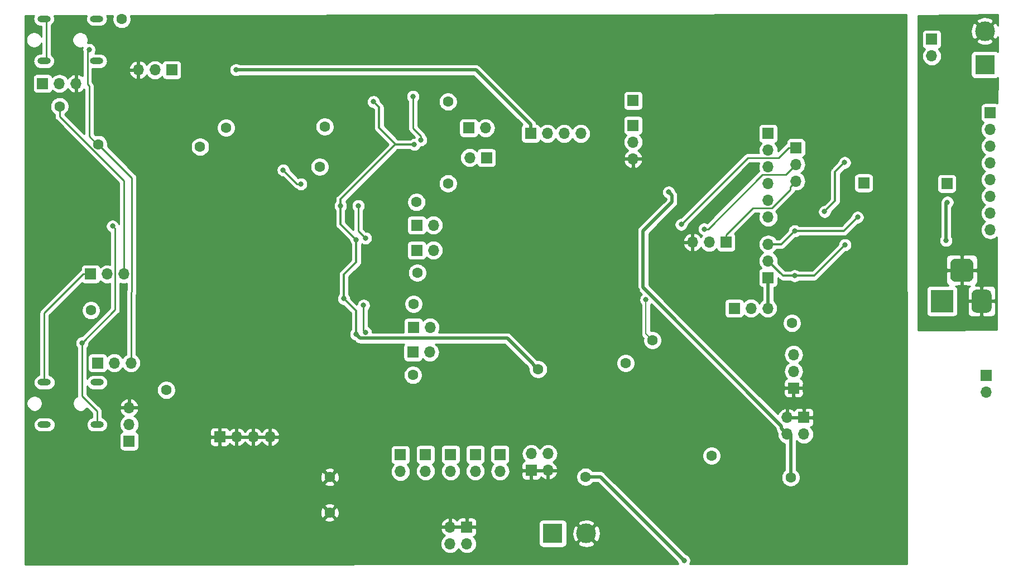
<source format=gbr>
G04 #@! TF.GenerationSoftware,KiCad,Pcbnew,(5.1.4)-1*
G04 #@! TF.CreationDate,2019-11-06T21:27:35+01:00*
G04 #@! TF.ProjectId,HDSEMG,48445345-4d47-42e6-9b69-6361645f7063,rev?*
G04 #@! TF.SameCoordinates,Original*
G04 #@! TF.FileFunction,Copper,L2,Bot*
G04 #@! TF.FilePolarity,Positive*
%FSLAX46Y46*%
G04 Gerber Fmt 4.6, Leading zero omitted, Abs format (unit mm)*
G04 Created by KiCad (PCBNEW (5.1.4)-1) date 2019-11-06 21:27:35*
%MOMM*%
%LPD*%
G04 APERTURE LIST*
%ADD10O,1.700000X1.700000*%
%ADD11R,1.700000X1.700000*%
%ADD12C,1.600000*%
%ADD13O,2.000000X1.000000*%
%ADD14C,3.000000*%
%ADD15R,3.000000X3.000000*%
%ADD16R,3.500000X3.500000*%
%ADD17C,0.100000*%
%ADD18C,3.500000*%
%ADD19C,0.800000*%
%ADD20C,0.500000*%
%ADD21C,0.250000*%
%ADD22C,0.300000*%
%ADD23C,0.200000*%
%ADD24C,0.254000*%
G04 APERTURE END LIST*
D10*
X43860000Y-62400000D03*
X46400000Y-62400000D03*
D11*
X48940000Y-62400000D03*
X56220000Y-118100000D03*
D10*
X58760000Y-118100000D03*
X61300000Y-118100000D03*
X63840000Y-118100000D03*
D11*
X103390000Y-72060000D03*
D10*
X105930000Y-72060000D03*
X108470000Y-72060000D03*
X111010000Y-72060000D03*
D11*
X103490000Y-123200000D03*
D10*
X106030000Y-123200000D03*
X103490000Y-120660000D03*
X106030000Y-120660000D03*
D11*
X93700000Y-131800000D03*
D10*
X91160000Y-131800000D03*
X93700000Y-134340000D03*
X91160000Y-134340000D03*
D11*
X134270000Y-98590000D03*
D10*
X136810000Y-98590000D03*
X139350000Y-98590000D03*
X143280000Y-105620000D03*
X143280000Y-108160000D03*
D11*
X143280000Y-110700000D03*
D10*
X172500000Y-111340000D03*
D11*
X172500000Y-108800000D03*
D10*
X164230000Y-60300000D03*
D11*
X164230000Y-57760000D03*
X166530000Y-79660000D03*
X153930000Y-79560000D03*
X173100000Y-68900000D03*
D10*
X173100000Y-71440000D03*
X173100000Y-73980000D03*
X173100000Y-76520000D03*
X173100000Y-79060000D03*
X173100000Y-81600000D03*
X173100000Y-84140000D03*
X173100000Y-86680000D03*
X88650000Y-89780000D03*
D11*
X86110000Y-89780000D03*
D10*
X88080000Y-105240000D03*
D11*
X85540000Y-105240000D03*
D12*
X36700000Y-98900000D03*
X57190000Y-71180000D03*
X37790000Y-73680000D03*
X53240000Y-74080000D03*
D11*
X29350000Y-64480000D03*
D10*
X31890000Y-64480000D03*
X34430000Y-64480000D03*
D12*
X48100000Y-111000000D03*
X31910000Y-67930000D03*
X72140000Y-71030000D03*
X90840000Y-67230000D03*
X85520000Y-108720000D03*
X71380000Y-77120000D03*
X86190000Y-93200000D03*
X90840000Y-79630000D03*
D11*
X42480000Y-118760000D03*
D10*
X42480000Y-116220000D03*
X42480000Y-113680000D03*
D13*
X29550000Y-61050000D03*
X37550000Y-61050000D03*
X29550000Y-54650000D03*
X37550000Y-54650000D03*
X37610000Y-109830000D03*
X29610000Y-109830000D03*
X37610000Y-116230000D03*
X29610000Y-116230000D03*
D12*
X86070000Y-82480000D03*
X85620000Y-97920000D03*
D10*
X142290000Y-117700000D03*
X144830000Y-117700000D03*
X142290000Y-115160000D03*
D11*
X144830000Y-115160000D03*
D14*
X111830000Y-132760000D03*
D15*
X106750000Y-132760000D03*
D16*
X165800000Y-97500000D03*
D17*
G36*
X172623513Y-95753611D02*
G01*
X172696318Y-95764411D01*
X172767714Y-95782295D01*
X172837013Y-95807090D01*
X172903548Y-95838559D01*
X172966678Y-95876398D01*
X173025795Y-95920242D01*
X173080330Y-95969670D01*
X173129758Y-96024205D01*
X173173602Y-96083322D01*
X173211441Y-96146452D01*
X173242910Y-96212987D01*
X173267705Y-96282286D01*
X173285589Y-96353682D01*
X173296389Y-96426487D01*
X173300000Y-96500000D01*
X173300000Y-98500000D01*
X173296389Y-98573513D01*
X173285589Y-98646318D01*
X173267705Y-98717714D01*
X173242910Y-98787013D01*
X173211441Y-98853548D01*
X173173602Y-98916678D01*
X173129758Y-98975795D01*
X173080330Y-99030330D01*
X173025795Y-99079758D01*
X172966678Y-99123602D01*
X172903548Y-99161441D01*
X172837013Y-99192910D01*
X172767714Y-99217705D01*
X172696318Y-99235589D01*
X172623513Y-99246389D01*
X172550000Y-99250000D01*
X171050000Y-99250000D01*
X170976487Y-99246389D01*
X170903682Y-99235589D01*
X170832286Y-99217705D01*
X170762987Y-99192910D01*
X170696452Y-99161441D01*
X170633322Y-99123602D01*
X170574205Y-99079758D01*
X170519670Y-99030330D01*
X170470242Y-98975795D01*
X170426398Y-98916678D01*
X170388559Y-98853548D01*
X170357090Y-98787013D01*
X170332295Y-98717714D01*
X170314411Y-98646318D01*
X170303611Y-98573513D01*
X170300000Y-98500000D01*
X170300000Y-96500000D01*
X170303611Y-96426487D01*
X170314411Y-96353682D01*
X170332295Y-96282286D01*
X170357090Y-96212987D01*
X170388559Y-96146452D01*
X170426398Y-96083322D01*
X170470242Y-96024205D01*
X170519670Y-95969670D01*
X170574205Y-95920242D01*
X170633322Y-95876398D01*
X170696452Y-95838559D01*
X170762987Y-95807090D01*
X170832286Y-95782295D01*
X170903682Y-95764411D01*
X170976487Y-95753611D01*
X171050000Y-95750000D01*
X172550000Y-95750000D01*
X172623513Y-95753611D01*
X172623513Y-95753611D01*
G37*
D14*
X171800000Y-97500000D03*
D17*
G36*
X169760765Y-91054213D02*
G01*
X169845704Y-91066813D01*
X169928999Y-91087677D01*
X170009848Y-91116605D01*
X170087472Y-91153319D01*
X170161124Y-91197464D01*
X170230094Y-91248616D01*
X170293718Y-91306282D01*
X170351384Y-91369906D01*
X170402536Y-91438876D01*
X170446681Y-91512528D01*
X170483395Y-91590152D01*
X170512323Y-91671001D01*
X170533187Y-91754296D01*
X170545787Y-91839235D01*
X170550000Y-91925000D01*
X170550000Y-93675000D01*
X170545787Y-93760765D01*
X170533187Y-93845704D01*
X170512323Y-93928999D01*
X170483395Y-94009848D01*
X170446681Y-94087472D01*
X170402536Y-94161124D01*
X170351384Y-94230094D01*
X170293718Y-94293718D01*
X170230094Y-94351384D01*
X170161124Y-94402536D01*
X170087472Y-94446681D01*
X170009848Y-94483395D01*
X169928999Y-94512323D01*
X169845704Y-94533187D01*
X169760765Y-94545787D01*
X169675000Y-94550000D01*
X167925000Y-94550000D01*
X167839235Y-94545787D01*
X167754296Y-94533187D01*
X167671001Y-94512323D01*
X167590152Y-94483395D01*
X167512528Y-94446681D01*
X167438876Y-94402536D01*
X167369906Y-94351384D01*
X167306282Y-94293718D01*
X167248616Y-94230094D01*
X167197464Y-94161124D01*
X167153319Y-94087472D01*
X167116605Y-94009848D01*
X167087677Y-93928999D01*
X167066813Y-93845704D01*
X167054213Y-93760765D01*
X167050000Y-93675000D01*
X167050000Y-91925000D01*
X167054213Y-91839235D01*
X167066813Y-91754296D01*
X167087677Y-91671001D01*
X167116605Y-91590152D01*
X167153319Y-91512528D01*
X167197464Y-91438876D01*
X167248616Y-91369906D01*
X167306282Y-91306282D01*
X167369906Y-91248616D01*
X167438876Y-91197464D01*
X167512528Y-91153319D01*
X167590152Y-91116605D01*
X167671001Y-91087677D01*
X167754296Y-91066813D01*
X167839235Y-91054213D01*
X167925000Y-91050000D01*
X169675000Y-91050000D01*
X169760765Y-91054213D01*
X169760765Y-91054213D01*
G37*
D18*
X168800000Y-92800000D03*
D11*
X133030000Y-88560000D03*
D10*
X130490000Y-88560000D03*
X127950000Y-88560000D03*
D12*
X130830000Y-120960000D03*
X41360000Y-54710000D03*
X72900000Y-124200000D03*
X72900000Y-129600000D03*
X104530000Y-107860000D03*
X142830000Y-124260000D03*
X117800000Y-106900000D03*
X111730000Y-124160000D03*
X143030000Y-100840000D03*
X121870000Y-103430000D03*
D15*
X172300000Y-61600000D03*
D14*
X172300000Y-56520000D03*
D11*
X118930000Y-67060000D03*
D10*
X139430000Y-88860000D03*
X139430000Y-91400000D03*
D11*
X139430000Y-93940000D03*
D10*
X98740000Y-123310000D03*
D11*
X98740000Y-120770000D03*
X94990000Y-120770000D03*
D10*
X94990000Y-123310000D03*
X91240000Y-123310000D03*
D11*
X91240000Y-120770000D03*
X87440000Y-120770000D03*
D10*
X87440000Y-123310000D03*
X42770000Y-106880000D03*
X40230000Y-106880000D03*
D11*
X37690000Y-106880000D03*
X36630000Y-93400000D03*
D10*
X39170000Y-93400000D03*
X41710000Y-93400000D03*
D11*
X139430000Y-72060000D03*
D10*
X139430000Y-74600000D03*
X139430000Y-77140000D03*
X139430000Y-79680000D03*
X139430000Y-82220000D03*
X139430000Y-84760000D03*
D11*
X83630000Y-120820000D03*
D10*
X83630000Y-123360000D03*
D11*
X143630000Y-74220000D03*
D10*
X143630000Y-76760000D03*
X143630000Y-79300000D03*
X118930000Y-75900000D03*
X118930000Y-73360000D03*
D11*
X118930000Y-70820000D03*
D10*
X88140000Y-101470000D03*
D11*
X85600000Y-101470000D03*
X86100000Y-85960000D03*
D10*
X88640000Y-85960000D03*
D11*
X94010000Y-71210000D03*
D10*
X96550000Y-71210000D03*
X94140000Y-75730000D03*
D11*
X96680000Y-75730000D03*
D19*
X58700000Y-62400000D03*
X125540000Y-114398000D03*
X130540000Y-110450000D03*
X129010000Y-131150000D03*
X111620000Y-102480000D03*
X136890000Y-127040000D03*
X117820000Y-80280000D03*
X119520000Y-82380000D03*
X53340000Y-68030000D03*
X78040000Y-72530000D03*
X54640000Y-92030000D03*
X66640000Y-93830000D03*
X70440000Y-89430000D03*
X51090000Y-104605000D03*
X65340000Y-70130000D03*
X61140000Y-76030000D03*
X60040000Y-99230000D03*
X54340000Y-97630000D03*
X57940000Y-107030000D03*
X65040000Y-107130000D03*
X69840000Y-102930000D03*
X47540000Y-90230000D03*
X51540000Y-84330000D03*
X47840000Y-73730000D03*
X58940000Y-85630000D03*
X121720000Y-93980000D03*
X149230000Y-134810000D03*
X141880000Y-133510000D03*
X155580000Y-75010000D03*
X155280000Y-87310000D03*
X158830000Y-136860000D03*
X132000000Y-117730000D03*
X115420000Y-111480000D03*
X119598947Y-95801043D03*
X76940000Y-88230000D03*
X85740000Y-73730000D03*
X79540000Y-67230000D03*
X74540000Y-83030000D03*
X75040000Y-97130000D03*
X76890000Y-102530000D03*
X78340000Y-87930000D03*
X77240000Y-83030000D03*
X86740000Y-73030000D03*
X68540000Y-79730000D03*
X65840000Y-77605000D03*
X85540000Y-66430000D03*
X78040000Y-98130000D03*
X68540000Y-79730000D03*
X78330000Y-102260000D03*
X124330000Y-80960000D03*
X120870000Y-97280000D03*
X143430000Y-93660000D03*
X151080000Y-88960000D03*
X152980000Y-84760000D03*
X143430000Y-86860000D03*
X151030000Y-76460000D03*
X147980000Y-83910000D03*
X129730000Y-86560000D03*
X126230000Y-85860000D03*
X35340000Y-103840000D03*
X39965001Y-86114999D03*
X36410000Y-59330000D03*
X164030000Y-87960000D03*
X164530000Y-76060000D03*
X166400000Y-88300000D03*
X166600000Y-82500000D03*
X126660000Y-136860000D03*
D20*
X103390000Y-70710000D02*
X103390000Y-72060000D01*
X95080000Y-62400000D02*
X103390000Y-70710000D01*
X58700000Y-62400000D02*
X95080000Y-62400000D01*
D21*
X77345001Y-102985001D02*
X99145999Y-102985001D01*
X76890000Y-102530000D02*
X77345001Y-102985001D01*
D20*
X103730001Y-107060001D02*
X103730001Y-107030001D01*
X104530000Y-107860000D02*
X103730001Y-107060001D01*
X77289999Y-102929999D02*
X76890000Y-102530000D01*
X77470001Y-103110001D02*
X77289999Y-102929999D01*
X99810001Y-103110001D02*
X77470001Y-103110001D01*
X103730001Y-107030001D02*
X99810001Y-103110001D01*
D22*
X74540000Y-85830000D02*
X76940000Y-88230000D01*
X74540000Y-83030000D02*
X74540000Y-85830000D01*
X83840000Y-73730000D02*
X85740000Y-73730000D01*
X80400000Y-68090000D02*
X79540000Y-67230000D01*
X80400000Y-71200000D02*
X80400000Y-68090000D01*
X83840000Y-73730000D02*
X82930000Y-73730000D01*
X82930000Y-73730000D02*
X80400000Y-71200000D01*
X82870000Y-73730000D02*
X83840000Y-73730000D01*
X74540000Y-83030000D02*
X74540000Y-82060000D01*
X74540000Y-82060000D02*
X82870000Y-73730000D01*
X76940000Y-91560000D02*
X76940000Y-88230000D01*
X75040000Y-97130000D02*
X75040000Y-93460000D01*
X75040000Y-93460000D02*
X76940000Y-91560000D01*
X76890000Y-98980000D02*
X75040000Y-97130000D01*
X76890000Y-102530000D02*
X76890000Y-98980000D01*
D21*
X67965000Y-79730000D02*
X65840000Y-77605000D01*
X68540000Y-79730000D02*
X67965000Y-79730000D01*
X78340000Y-87930000D02*
X77240000Y-86830000D01*
X85540000Y-71264315D02*
X85540000Y-66430000D01*
X86740000Y-73030000D02*
X86740000Y-72464315D01*
X77240000Y-86830000D02*
X77240000Y-83030000D01*
X86740000Y-72464315D02*
X85540000Y-71264315D01*
X78040000Y-98130000D02*
X78040000Y-101970000D01*
X78040000Y-101970000D02*
X78330000Y-102260000D01*
D20*
X124830000Y-81460000D02*
X124330000Y-80960000D01*
X124830000Y-82460000D02*
X124830000Y-81460000D01*
X120430000Y-86860000D02*
X124830000Y-82460000D01*
X142830000Y-124260000D02*
X142830000Y-117830000D01*
X120430000Y-95430000D02*
X120430000Y-93570000D01*
X141440001Y-116440001D02*
X120430000Y-95430000D01*
X141440001Y-116850001D02*
X141440001Y-116440001D01*
X142290000Y-117700000D02*
X141440001Y-116850001D01*
X120430000Y-93570000D02*
X120430000Y-86860000D01*
D23*
X120870000Y-102430000D02*
X121870000Y-103430000D01*
X120870000Y-97280000D02*
X120870000Y-102430000D01*
D22*
X141690000Y-93660000D02*
X139430000Y-91400000D01*
X143430000Y-93660000D02*
X141690000Y-93660000D01*
X143430000Y-93660000D02*
X146380000Y-93660000D01*
X146380000Y-93660000D02*
X151080000Y-88960000D01*
X150880000Y-86860000D02*
X152980000Y-84760000D01*
X143430000Y-86860000D02*
X150880000Y-86860000D01*
X141430000Y-88860000D02*
X143430000Y-86860000D01*
X139430000Y-88860000D02*
X141430000Y-88860000D01*
D20*
X139430000Y-98510000D02*
X139350000Y-98590000D01*
X139430000Y-93940000D02*
X139430000Y-98510000D01*
D22*
X149580000Y-77910000D02*
X151030000Y-76460000D01*
X147980000Y-83910000D02*
X149580000Y-82310000D01*
X149580000Y-82310000D02*
X149580000Y-77910000D01*
D21*
X142780001Y-77609999D02*
X143630000Y-76760000D01*
X142074999Y-78315001D02*
X142780001Y-77609999D01*
X138540684Y-78315001D02*
X142074999Y-78315001D01*
X130295685Y-86560000D02*
X138540684Y-78315001D01*
X129730000Y-86560000D02*
X130295685Y-86560000D01*
X142530000Y-74220000D02*
X143630000Y-74220000D01*
X140974999Y-75775001D02*
X142530000Y-74220000D01*
X136314999Y-75775001D02*
X140974999Y-75775001D01*
X126230000Y-85860000D02*
X136314999Y-75775001D01*
X142780001Y-80149999D02*
X143630000Y-79300000D01*
X142780001Y-80609001D02*
X142780001Y-80149999D01*
X139994001Y-83395001D02*
X142780001Y-80609001D01*
X137094999Y-83395001D02*
X139994001Y-83395001D01*
X133030000Y-87460000D02*
X137094999Y-83395001D01*
X133030000Y-88560000D02*
X133030000Y-87460000D01*
X37610000Y-114197998D02*
X35340000Y-111927998D01*
X37610000Y-116230000D02*
X37610000Y-114197998D01*
X35340000Y-111927998D02*
X35340000Y-103840000D01*
X40365000Y-86514998D02*
X39965001Y-86114999D01*
X40365000Y-98815000D02*
X40365000Y-86514998D01*
X35340000Y-103840000D02*
X40365000Y-98815000D01*
X29934000Y-61112000D02*
X29934000Y-54712000D01*
X31910000Y-69061370D02*
X31910000Y-67930000D01*
X31910000Y-69465002D02*
X31910000Y-69061370D01*
X41710000Y-79265002D02*
X31910000Y-69465002D01*
X41710000Y-93400000D02*
X41710000Y-79265002D01*
X36410000Y-65430000D02*
X36410000Y-65110000D01*
X38589999Y-74479999D02*
X37790000Y-73680000D01*
X42885001Y-78775001D02*
X38589999Y-74479999D01*
X42885001Y-96084001D02*
X42885001Y-78775001D01*
X42770000Y-96199002D02*
X42885001Y-96084001D01*
X42770000Y-106880000D02*
X42770000Y-96199002D01*
X37790000Y-73680000D02*
X37650000Y-73680000D01*
X36410000Y-70680000D02*
X36410000Y-65110000D01*
X36410000Y-72440000D02*
X36410000Y-70680000D01*
X37650000Y-73680000D02*
X36410000Y-72440000D01*
X36140000Y-59600000D02*
X36410000Y-59330000D01*
X36140000Y-64594315D02*
X36140000Y-59600000D01*
X36410000Y-65110000D02*
X36410000Y-64864315D01*
X36410000Y-64864315D02*
X36140000Y-64594315D01*
X35530000Y-93400000D02*
X36630000Y-93400000D01*
X29610000Y-99320000D02*
X35530000Y-93400000D01*
X29610000Y-109830000D02*
X29610000Y-99320000D01*
D20*
X166400000Y-82700000D02*
X166600000Y-82500000D01*
X166400000Y-88300000D02*
X166400000Y-82700000D01*
X111730000Y-124160000D02*
X113960000Y-124160000D01*
X113960000Y-124160000D02*
X126660000Y-136860000D01*
D24*
G36*
X160502802Y-137408047D02*
G01*
X127530400Y-137420305D01*
X127577205Y-137350256D01*
X127655226Y-137161898D01*
X127695000Y-136961939D01*
X127695000Y-136758061D01*
X127655226Y-136558102D01*
X127577205Y-136369744D01*
X127463937Y-136200226D01*
X127319774Y-136056063D01*
X127150256Y-135942795D01*
X126961898Y-135864774D01*
X126905044Y-135853465D01*
X114616534Y-123564956D01*
X114588817Y-123531183D01*
X114454059Y-123420589D01*
X114300313Y-123338411D01*
X114133490Y-123287805D01*
X114003477Y-123275000D01*
X114003469Y-123275000D01*
X113960000Y-123270719D01*
X113916531Y-123275000D01*
X112864521Y-123275000D01*
X112844637Y-123245241D01*
X112644759Y-123045363D01*
X112409727Y-122888320D01*
X112148574Y-122780147D01*
X111871335Y-122725000D01*
X111588665Y-122725000D01*
X111311426Y-122780147D01*
X111050273Y-122888320D01*
X110815241Y-123045363D01*
X110615363Y-123245241D01*
X110458320Y-123480273D01*
X110350147Y-123741426D01*
X110295000Y-124018665D01*
X110295000Y-124301335D01*
X110350147Y-124578574D01*
X110458320Y-124839727D01*
X110615363Y-125074759D01*
X110815241Y-125274637D01*
X111050273Y-125431680D01*
X111311426Y-125539853D01*
X111588665Y-125595000D01*
X111871335Y-125595000D01*
X112148574Y-125539853D01*
X112409727Y-125431680D01*
X112644759Y-125274637D01*
X112844637Y-125074759D01*
X112864521Y-125045000D01*
X113593422Y-125045000D01*
X125653465Y-137105044D01*
X125664774Y-137161898D01*
X125742795Y-137350256D01*
X125790032Y-137420951D01*
X26710876Y-137457784D01*
X26711950Y-134340000D01*
X89667815Y-134340000D01*
X89696487Y-134631111D01*
X89781401Y-134911034D01*
X89919294Y-135169014D01*
X90104866Y-135395134D01*
X90330986Y-135580706D01*
X90588966Y-135718599D01*
X90868889Y-135803513D01*
X91087050Y-135825000D01*
X91232950Y-135825000D01*
X91451111Y-135803513D01*
X91731034Y-135718599D01*
X91989014Y-135580706D01*
X92215134Y-135395134D01*
X92400706Y-135169014D01*
X92430000Y-135114209D01*
X92459294Y-135169014D01*
X92644866Y-135395134D01*
X92870986Y-135580706D01*
X93128966Y-135718599D01*
X93408889Y-135803513D01*
X93627050Y-135825000D01*
X93772950Y-135825000D01*
X93991111Y-135803513D01*
X94271034Y-135718599D01*
X94529014Y-135580706D01*
X94755134Y-135395134D01*
X94940706Y-135169014D01*
X95078599Y-134911034D01*
X95163513Y-134631111D01*
X95192185Y-134340000D01*
X95163513Y-134048889D01*
X95078599Y-133768966D01*
X94940706Y-133510986D01*
X94755134Y-133284866D01*
X94725313Y-133260393D01*
X94794180Y-133239502D01*
X94904494Y-133180537D01*
X95001185Y-133101185D01*
X95080537Y-133004494D01*
X95139502Y-132894180D01*
X95175812Y-132774482D01*
X95188072Y-132650000D01*
X95185000Y-132085750D01*
X95026250Y-131927000D01*
X93827000Y-131927000D01*
X93827000Y-131947000D01*
X93573000Y-131947000D01*
X93573000Y-131927000D01*
X91287000Y-131927000D01*
X91287000Y-131947000D01*
X91033000Y-131947000D01*
X91033000Y-131927000D01*
X89839845Y-131927000D01*
X89718524Y-132156890D01*
X89763175Y-132304099D01*
X89888359Y-132566920D01*
X90062412Y-132800269D01*
X90278645Y-132995178D01*
X90395523Y-133064799D01*
X90330986Y-133099294D01*
X90104866Y-133284866D01*
X89919294Y-133510986D01*
X89781401Y-133768966D01*
X89696487Y-134048889D01*
X89667815Y-134340000D01*
X26711950Y-134340000D01*
X26712949Y-131443110D01*
X89718524Y-131443110D01*
X89839845Y-131673000D01*
X91033000Y-131673000D01*
X91033000Y-130479186D01*
X91287000Y-130479186D01*
X91287000Y-131673000D01*
X93573000Y-131673000D01*
X93573000Y-130473750D01*
X93827000Y-130473750D01*
X93827000Y-131673000D01*
X95026250Y-131673000D01*
X95185000Y-131514250D01*
X95186384Y-131260000D01*
X104611928Y-131260000D01*
X104611928Y-134260000D01*
X104624188Y-134384482D01*
X104660498Y-134504180D01*
X104719463Y-134614494D01*
X104798815Y-134711185D01*
X104895506Y-134790537D01*
X105005820Y-134849502D01*
X105125518Y-134885812D01*
X105250000Y-134898072D01*
X108250000Y-134898072D01*
X108374482Y-134885812D01*
X108494180Y-134849502D01*
X108604494Y-134790537D01*
X108701185Y-134711185D01*
X108780537Y-134614494D01*
X108839502Y-134504180D01*
X108875812Y-134384482D01*
X108888072Y-134260000D01*
X108888072Y-134251653D01*
X110517952Y-134251653D01*
X110673962Y-134567214D01*
X111048745Y-134758020D01*
X111453551Y-134872044D01*
X111872824Y-134904902D01*
X112290451Y-134855334D01*
X112690383Y-134725243D01*
X112986038Y-134567214D01*
X113142048Y-134251653D01*
X111830000Y-132939605D01*
X110517952Y-134251653D01*
X108888072Y-134251653D01*
X108888072Y-132802824D01*
X109685098Y-132802824D01*
X109734666Y-133220451D01*
X109864757Y-133620383D01*
X110022786Y-133916038D01*
X110338347Y-134072048D01*
X111650395Y-132760000D01*
X112009605Y-132760000D01*
X113321653Y-134072048D01*
X113637214Y-133916038D01*
X113828020Y-133541255D01*
X113942044Y-133136449D01*
X113974902Y-132717176D01*
X113925334Y-132299549D01*
X113795243Y-131899617D01*
X113637214Y-131603962D01*
X113321653Y-131447952D01*
X112009605Y-132760000D01*
X111650395Y-132760000D01*
X110338347Y-131447952D01*
X110022786Y-131603962D01*
X109831980Y-131978745D01*
X109717956Y-132383551D01*
X109685098Y-132802824D01*
X108888072Y-132802824D01*
X108888072Y-131268347D01*
X110517952Y-131268347D01*
X111830000Y-132580395D01*
X113142048Y-131268347D01*
X112986038Y-130952786D01*
X112611255Y-130761980D01*
X112206449Y-130647956D01*
X111787176Y-130615098D01*
X111369549Y-130664666D01*
X110969617Y-130794757D01*
X110673962Y-130952786D01*
X110517952Y-131268347D01*
X108888072Y-131268347D01*
X108888072Y-131260000D01*
X108875812Y-131135518D01*
X108839502Y-131015820D01*
X108780537Y-130905506D01*
X108701185Y-130808815D01*
X108604494Y-130729463D01*
X108494180Y-130670498D01*
X108374482Y-130634188D01*
X108250000Y-130621928D01*
X105250000Y-130621928D01*
X105125518Y-130634188D01*
X105005820Y-130670498D01*
X104895506Y-130729463D01*
X104798815Y-130808815D01*
X104719463Y-130905506D01*
X104660498Y-131015820D01*
X104624188Y-131135518D01*
X104611928Y-131260000D01*
X95186384Y-131260000D01*
X95188072Y-130950000D01*
X95175812Y-130825518D01*
X95139502Y-130705820D01*
X95080537Y-130595506D01*
X95001185Y-130498815D01*
X94904494Y-130419463D01*
X94794180Y-130360498D01*
X94674482Y-130324188D01*
X94550000Y-130311928D01*
X93985750Y-130315000D01*
X93827000Y-130473750D01*
X93573000Y-130473750D01*
X93414250Y-130315000D01*
X92850000Y-130311928D01*
X92725518Y-130324188D01*
X92605820Y-130360498D01*
X92495506Y-130419463D01*
X92398815Y-130498815D01*
X92319463Y-130595506D01*
X92260498Y-130705820D01*
X92237502Y-130781626D01*
X92041355Y-130604822D01*
X91791252Y-130455843D01*
X91516891Y-130358519D01*
X91287000Y-130479186D01*
X91033000Y-130479186D01*
X90803109Y-130358519D01*
X90528748Y-130455843D01*
X90278645Y-130604822D01*
X90062412Y-130799731D01*
X89888359Y-131033080D01*
X89763175Y-131295901D01*
X89718524Y-131443110D01*
X26712949Y-131443110D01*
X26713243Y-130592702D01*
X72086903Y-130592702D01*
X72158486Y-130836671D01*
X72413996Y-130957571D01*
X72688184Y-131026300D01*
X72970512Y-131040217D01*
X73250130Y-130998787D01*
X73516292Y-130903603D01*
X73641514Y-130836671D01*
X73713097Y-130592702D01*
X72900000Y-129779605D01*
X72086903Y-130592702D01*
X26713243Y-130592702D01*
X26713562Y-129670512D01*
X71459783Y-129670512D01*
X71501213Y-129950130D01*
X71596397Y-130216292D01*
X71663329Y-130341514D01*
X71907298Y-130413097D01*
X72720395Y-129600000D01*
X73079605Y-129600000D01*
X73892702Y-130413097D01*
X74136671Y-130341514D01*
X74257571Y-130086004D01*
X74326300Y-129811816D01*
X74340217Y-129529488D01*
X74298787Y-129249870D01*
X74203603Y-128983708D01*
X74136671Y-128858486D01*
X73892702Y-128786903D01*
X73079605Y-129600000D01*
X72720395Y-129600000D01*
X71907298Y-128786903D01*
X71663329Y-128858486D01*
X71542429Y-129113996D01*
X71473700Y-129388184D01*
X71459783Y-129670512D01*
X26713562Y-129670512D01*
X26713928Y-128607298D01*
X72086903Y-128607298D01*
X72900000Y-129420395D01*
X73713097Y-128607298D01*
X73641514Y-128363329D01*
X73386004Y-128242429D01*
X73111816Y-128173700D01*
X72829488Y-128159783D01*
X72549870Y-128201213D01*
X72283708Y-128296397D01*
X72158486Y-128363329D01*
X72086903Y-128607298D01*
X26713928Y-128607298D01*
X26715106Y-125192702D01*
X72086903Y-125192702D01*
X72158486Y-125436671D01*
X72413996Y-125557571D01*
X72688184Y-125626300D01*
X72970512Y-125640217D01*
X73250130Y-125598787D01*
X73516292Y-125503603D01*
X73641514Y-125436671D01*
X73713097Y-125192702D01*
X72900000Y-124379605D01*
X72086903Y-125192702D01*
X26715106Y-125192702D01*
X26715425Y-124270512D01*
X71459783Y-124270512D01*
X71501213Y-124550130D01*
X71596397Y-124816292D01*
X71663329Y-124941514D01*
X71907298Y-125013097D01*
X72720395Y-124200000D01*
X73079605Y-124200000D01*
X73892702Y-125013097D01*
X74136671Y-124941514D01*
X74257571Y-124686004D01*
X74326300Y-124411816D01*
X74340217Y-124129488D01*
X74298787Y-123849870D01*
X74203603Y-123583708D01*
X74136671Y-123458486D01*
X73892702Y-123386903D01*
X73079605Y-124200000D01*
X72720395Y-124200000D01*
X71907298Y-123386903D01*
X71663329Y-123458486D01*
X71542429Y-123713996D01*
X71473700Y-123988184D01*
X71459783Y-124270512D01*
X26715425Y-124270512D01*
X26715791Y-123207298D01*
X72086903Y-123207298D01*
X72900000Y-124020395D01*
X73560395Y-123360000D01*
X82137815Y-123360000D01*
X82166487Y-123651111D01*
X82251401Y-123931034D01*
X82389294Y-124189014D01*
X82574866Y-124415134D01*
X82800986Y-124600706D01*
X83058966Y-124738599D01*
X83338889Y-124823513D01*
X83557050Y-124845000D01*
X83702950Y-124845000D01*
X83921111Y-124823513D01*
X84201034Y-124738599D01*
X84459014Y-124600706D01*
X84685134Y-124415134D01*
X84870706Y-124189014D01*
X85008599Y-123931034D01*
X85093513Y-123651111D01*
X85122185Y-123360000D01*
X85117261Y-123310000D01*
X85947815Y-123310000D01*
X85976487Y-123601111D01*
X86061401Y-123881034D01*
X86199294Y-124139014D01*
X86384866Y-124365134D01*
X86610986Y-124550706D01*
X86868966Y-124688599D01*
X87148889Y-124773513D01*
X87367050Y-124795000D01*
X87512950Y-124795000D01*
X87731111Y-124773513D01*
X88011034Y-124688599D01*
X88269014Y-124550706D01*
X88495134Y-124365134D01*
X88680706Y-124139014D01*
X88818599Y-123881034D01*
X88903513Y-123601111D01*
X88932185Y-123310000D01*
X89747815Y-123310000D01*
X89776487Y-123601111D01*
X89861401Y-123881034D01*
X89999294Y-124139014D01*
X90184866Y-124365134D01*
X90410986Y-124550706D01*
X90668966Y-124688599D01*
X90948889Y-124773513D01*
X91167050Y-124795000D01*
X91312950Y-124795000D01*
X91531111Y-124773513D01*
X91811034Y-124688599D01*
X92069014Y-124550706D01*
X92295134Y-124365134D01*
X92480706Y-124139014D01*
X92618599Y-123881034D01*
X92703513Y-123601111D01*
X92732185Y-123310000D01*
X93497815Y-123310000D01*
X93526487Y-123601111D01*
X93611401Y-123881034D01*
X93749294Y-124139014D01*
X93934866Y-124365134D01*
X94160986Y-124550706D01*
X94418966Y-124688599D01*
X94698889Y-124773513D01*
X94917050Y-124795000D01*
X95062950Y-124795000D01*
X95281111Y-124773513D01*
X95561034Y-124688599D01*
X95819014Y-124550706D01*
X96045134Y-124365134D01*
X96230706Y-124139014D01*
X96368599Y-123881034D01*
X96453513Y-123601111D01*
X96482185Y-123310000D01*
X97247815Y-123310000D01*
X97276487Y-123601111D01*
X97361401Y-123881034D01*
X97499294Y-124139014D01*
X97684866Y-124365134D01*
X97910986Y-124550706D01*
X98168966Y-124688599D01*
X98448889Y-124773513D01*
X98667050Y-124795000D01*
X98812950Y-124795000D01*
X99031111Y-124773513D01*
X99311034Y-124688599D01*
X99569014Y-124550706D01*
X99795134Y-124365134D01*
X99980706Y-124139014D01*
X100028284Y-124050000D01*
X102001928Y-124050000D01*
X102014188Y-124174482D01*
X102050498Y-124294180D01*
X102109463Y-124404494D01*
X102188815Y-124501185D01*
X102285506Y-124580537D01*
X102395820Y-124639502D01*
X102515518Y-124675812D01*
X102640000Y-124688072D01*
X103204250Y-124685000D01*
X103363000Y-124526250D01*
X103363000Y-123327000D01*
X103617000Y-123327000D01*
X103617000Y-124526250D01*
X103775750Y-124685000D01*
X104340000Y-124688072D01*
X104464482Y-124675812D01*
X104584180Y-124639502D01*
X104694494Y-124580537D01*
X104791185Y-124501185D01*
X104870537Y-124404494D01*
X104929502Y-124294180D01*
X104952498Y-124218374D01*
X105148645Y-124395178D01*
X105398748Y-124544157D01*
X105673109Y-124641481D01*
X105903000Y-124520814D01*
X105903000Y-123327000D01*
X106157000Y-123327000D01*
X106157000Y-124520814D01*
X106386891Y-124641481D01*
X106661252Y-124544157D01*
X106911355Y-124395178D01*
X107127588Y-124200269D01*
X107301641Y-123966920D01*
X107426825Y-123704099D01*
X107471476Y-123556890D01*
X107350155Y-123327000D01*
X106157000Y-123327000D01*
X105903000Y-123327000D01*
X103617000Y-123327000D01*
X103363000Y-123327000D01*
X102163750Y-123327000D01*
X102005000Y-123485750D01*
X102001928Y-124050000D01*
X100028284Y-124050000D01*
X100118599Y-123881034D01*
X100203513Y-123601111D01*
X100232185Y-123310000D01*
X100203513Y-123018889D01*
X100118599Y-122738966D01*
X99980706Y-122480986D01*
X99795134Y-122254866D01*
X99765313Y-122230393D01*
X99834180Y-122209502D01*
X99944494Y-122150537D01*
X100041185Y-122071185D01*
X100120537Y-121974494D01*
X100179502Y-121864180D01*
X100215812Y-121744482D01*
X100228072Y-121620000D01*
X100228072Y-120660000D01*
X101997815Y-120660000D01*
X102026487Y-120951111D01*
X102111401Y-121231034D01*
X102249294Y-121489014D01*
X102434866Y-121715134D01*
X102464687Y-121739607D01*
X102395820Y-121760498D01*
X102285506Y-121819463D01*
X102188815Y-121898815D01*
X102109463Y-121995506D01*
X102050498Y-122105820D01*
X102014188Y-122225518D01*
X102001928Y-122350000D01*
X102005000Y-122914250D01*
X102163750Y-123073000D01*
X103363000Y-123073000D01*
X103363000Y-123053000D01*
X103617000Y-123053000D01*
X103617000Y-123073000D01*
X105903000Y-123073000D01*
X105903000Y-123053000D01*
X106157000Y-123053000D01*
X106157000Y-123073000D01*
X107350155Y-123073000D01*
X107471476Y-122843110D01*
X107426825Y-122695901D01*
X107301641Y-122433080D01*
X107127588Y-122199731D01*
X106911355Y-122004822D01*
X106794477Y-121935201D01*
X106859014Y-121900706D01*
X107085134Y-121715134D01*
X107270706Y-121489014D01*
X107408599Y-121231034D01*
X107493513Y-120951111D01*
X107506557Y-120818665D01*
X129395000Y-120818665D01*
X129395000Y-121101335D01*
X129450147Y-121378574D01*
X129558320Y-121639727D01*
X129715363Y-121874759D01*
X129915241Y-122074637D01*
X130150273Y-122231680D01*
X130411426Y-122339853D01*
X130688665Y-122395000D01*
X130971335Y-122395000D01*
X131248574Y-122339853D01*
X131509727Y-122231680D01*
X131744759Y-122074637D01*
X131944637Y-121874759D01*
X132101680Y-121639727D01*
X132209853Y-121378574D01*
X132265000Y-121101335D01*
X132265000Y-120818665D01*
X132209853Y-120541426D01*
X132101680Y-120280273D01*
X131944637Y-120045241D01*
X131744759Y-119845363D01*
X131509727Y-119688320D01*
X131248574Y-119580147D01*
X130971335Y-119525000D01*
X130688665Y-119525000D01*
X130411426Y-119580147D01*
X130150273Y-119688320D01*
X129915241Y-119845363D01*
X129715363Y-120045241D01*
X129558320Y-120280273D01*
X129450147Y-120541426D01*
X129395000Y-120818665D01*
X107506557Y-120818665D01*
X107522185Y-120660000D01*
X107493513Y-120368889D01*
X107408599Y-120088966D01*
X107270706Y-119830986D01*
X107085134Y-119604866D01*
X106859014Y-119419294D01*
X106601034Y-119281401D01*
X106321111Y-119196487D01*
X106102950Y-119175000D01*
X105957050Y-119175000D01*
X105738889Y-119196487D01*
X105458966Y-119281401D01*
X105200986Y-119419294D01*
X104974866Y-119604866D01*
X104789294Y-119830986D01*
X104760000Y-119885791D01*
X104730706Y-119830986D01*
X104545134Y-119604866D01*
X104319014Y-119419294D01*
X104061034Y-119281401D01*
X103781111Y-119196487D01*
X103562950Y-119175000D01*
X103417050Y-119175000D01*
X103198889Y-119196487D01*
X102918966Y-119281401D01*
X102660986Y-119419294D01*
X102434866Y-119604866D01*
X102249294Y-119830986D01*
X102111401Y-120088966D01*
X102026487Y-120368889D01*
X101997815Y-120660000D01*
X100228072Y-120660000D01*
X100228072Y-119920000D01*
X100215812Y-119795518D01*
X100179502Y-119675820D01*
X100120537Y-119565506D01*
X100041185Y-119468815D01*
X99944494Y-119389463D01*
X99834180Y-119330498D01*
X99714482Y-119294188D01*
X99590000Y-119281928D01*
X97890000Y-119281928D01*
X97765518Y-119294188D01*
X97645820Y-119330498D01*
X97535506Y-119389463D01*
X97438815Y-119468815D01*
X97359463Y-119565506D01*
X97300498Y-119675820D01*
X97264188Y-119795518D01*
X97251928Y-119920000D01*
X97251928Y-121620000D01*
X97264188Y-121744482D01*
X97300498Y-121864180D01*
X97359463Y-121974494D01*
X97438815Y-122071185D01*
X97535506Y-122150537D01*
X97645820Y-122209502D01*
X97714687Y-122230393D01*
X97684866Y-122254866D01*
X97499294Y-122480986D01*
X97361401Y-122738966D01*
X97276487Y-123018889D01*
X97247815Y-123310000D01*
X96482185Y-123310000D01*
X96453513Y-123018889D01*
X96368599Y-122738966D01*
X96230706Y-122480986D01*
X96045134Y-122254866D01*
X96015313Y-122230393D01*
X96084180Y-122209502D01*
X96194494Y-122150537D01*
X96291185Y-122071185D01*
X96370537Y-121974494D01*
X96429502Y-121864180D01*
X96465812Y-121744482D01*
X96478072Y-121620000D01*
X96478072Y-119920000D01*
X96465812Y-119795518D01*
X96429502Y-119675820D01*
X96370537Y-119565506D01*
X96291185Y-119468815D01*
X96194494Y-119389463D01*
X96084180Y-119330498D01*
X95964482Y-119294188D01*
X95840000Y-119281928D01*
X94140000Y-119281928D01*
X94015518Y-119294188D01*
X93895820Y-119330498D01*
X93785506Y-119389463D01*
X93688815Y-119468815D01*
X93609463Y-119565506D01*
X93550498Y-119675820D01*
X93514188Y-119795518D01*
X93501928Y-119920000D01*
X93501928Y-121620000D01*
X93514188Y-121744482D01*
X93550498Y-121864180D01*
X93609463Y-121974494D01*
X93688815Y-122071185D01*
X93785506Y-122150537D01*
X93895820Y-122209502D01*
X93964687Y-122230393D01*
X93934866Y-122254866D01*
X93749294Y-122480986D01*
X93611401Y-122738966D01*
X93526487Y-123018889D01*
X93497815Y-123310000D01*
X92732185Y-123310000D01*
X92703513Y-123018889D01*
X92618599Y-122738966D01*
X92480706Y-122480986D01*
X92295134Y-122254866D01*
X92265313Y-122230393D01*
X92334180Y-122209502D01*
X92444494Y-122150537D01*
X92541185Y-122071185D01*
X92620537Y-121974494D01*
X92679502Y-121864180D01*
X92715812Y-121744482D01*
X92728072Y-121620000D01*
X92728072Y-119920000D01*
X92715812Y-119795518D01*
X92679502Y-119675820D01*
X92620537Y-119565506D01*
X92541185Y-119468815D01*
X92444494Y-119389463D01*
X92334180Y-119330498D01*
X92214482Y-119294188D01*
X92090000Y-119281928D01*
X90390000Y-119281928D01*
X90265518Y-119294188D01*
X90145820Y-119330498D01*
X90035506Y-119389463D01*
X89938815Y-119468815D01*
X89859463Y-119565506D01*
X89800498Y-119675820D01*
X89764188Y-119795518D01*
X89751928Y-119920000D01*
X89751928Y-121620000D01*
X89764188Y-121744482D01*
X89800498Y-121864180D01*
X89859463Y-121974494D01*
X89938815Y-122071185D01*
X90035506Y-122150537D01*
X90145820Y-122209502D01*
X90214687Y-122230393D01*
X90184866Y-122254866D01*
X89999294Y-122480986D01*
X89861401Y-122738966D01*
X89776487Y-123018889D01*
X89747815Y-123310000D01*
X88932185Y-123310000D01*
X88903513Y-123018889D01*
X88818599Y-122738966D01*
X88680706Y-122480986D01*
X88495134Y-122254866D01*
X88465313Y-122230393D01*
X88534180Y-122209502D01*
X88644494Y-122150537D01*
X88741185Y-122071185D01*
X88820537Y-121974494D01*
X88879502Y-121864180D01*
X88915812Y-121744482D01*
X88928072Y-121620000D01*
X88928072Y-119920000D01*
X88915812Y-119795518D01*
X88879502Y-119675820D01*
X88820537Y-119565506D01*
X88741185Y-119468815D01*
X88644494Y-119389463D01*
X88534180Y-119330498D01*
X88414482Y-119294188D01*
X88290000Y-119281928D01*
X86590000Y-119281928D01*
X86465518Y-119294188D01*
X86345820Y-119330498D01*
X86235506Y-119389463D01*
X86138815Y-119468815D01*
X86059463Y-119565506D01*
X86000498Y-119675820D01*
X85964188Y-119795518D01*
X85951928Y-119920000D01*
X85951928Y-121620000D01*
X85964188Y-121744482D01*
X86000498Y-121864180D01*
X86059463Y-121974494D01*
X86138815Y-122071185D01*
X86235506Y-122150537D01*
X86345820Y-122209502D01*
X86414687Y-122230393D01*
X86384866Y-122254866D01*
X86199294Y-122480986D01*
X86061401Y-122738966D01*
X85976487Y-123018889D01*
X85947815Y-123310000D01*
X85117261Y-123310000D01*
X85093513Y-123068889D01*
X85008599Y-122788966D01*
X84870706Y-122530986D01*
X84685134Y-122304866D01*
X84655313Y-122280393D01*
X84724180Y-122259502D01*
X84834494Y-122200537D01*
X84931185Y-122121185D01*
X85010537Y-122024494D01*
X85069502Y-121914180D01*
X85105812Y-121794482D01*
X85118072Y-121670000D01*
X85118072Y-119970000D01*
X85105812Y-119845518D01*
X85069502Y-119725820D01*
X85010537Y-119615506D01*
X84931185Y-119518815D01*
X84834494Y-119439463D01*
X84724180Y-119380498D01*
X84604482Y-119344188D01*
X84480000Y-119331928D01*
X82780000Y-119331928D01*
X82655518Y-119344188D01*
X82535820Y-119380498D01*
X82425506Y-119439463D01*
X82328815Y-119518815D01*
X82249463Y-119615506D01*
X82190498Y-119725820D01*
X82154188Y-119845518D01*
X82141928Y-119970000D01*
X82141928Y-121670000D01*
X82154188Y-121794482D01*
X82190498Y-121914180D01*
X82249463Y-122024494D01*
X82328815Y-122121185D01*
X82425506Y-122200537D01*
X82535820Y-122259502D01*
X82604687Y-122280393D01*
X82574866Y-122304866D01*
X82389294Y-122530986D01*
X82251401Y-122788966D01*
X82166487Y-123068889D01*
X82137815Y-123360000D01*
X73560395Y-123360000D01*
X73713097Y-123207298D01*
X73641514Y-122963329D01*
X73386004Y-122842429D01*
X73111816Y-122773700D01*
X72829488Y-122759783D01*
X72549870Y-122801213D01*
X72283708Y-122896397D01*
X72158486Y-122963329D01*
X72086903Y-123207298D01*
X26715791Y-123207298D01*
X26718200Y-116230000D01*
X27969509Y-116230000D01*
X27991423Y-116452499D01*
X28056324Y-116666447D01*
X28161716Y-116863623D01*
X28303551Y-117036449D01*
X28476377Y-117178284D01*
X28673553Y-117283676D01*
X28887501Y-117348577D01*
X29054248Y-117365000D01*
X30165752Y-117365000D01*
X30332499Y-117348577D01*
X30546447Y-117283676D01*
X30743623Y-117178284D01*
X30916449Y-117036449D01*
X31058284Y-116863623D01*
X31163676Y-116666447D01*
X31228577Y-116452499D01*
X31250491Y-116230000D01*
X31228577Y-116007501D01*
X31163676Y-115793553D01*
X31058284Y-115596377D01*
X30916449Y-115423551D01*
X30743623Y-115281716D01*
X30546447Y-115176324D01*
X30332499Y-115111423D01*
X30165752Y-115095000D01*
X29054248Y-115095000D01*
X28887501Y-115111423D01*
X28673553Y-115176324D01*
X28476377Y-115281716D01*
X28303551Y-115423551D01*
X28161716Y-115596377D01*
X28056324Y-115793553D01*
X27991423Y-116007501D01*
X27969509Y-116230000D01*
X26718200Y-116230000D01*
X26719346Y-112910825D01*
X26900000Y-112910825D01*
X26900000Y-113149175D01*
X26946499Y-113382944D01*
X27037712Y-113603150D01*
X27170131Y-113801330D01*
X27338670Y-113969869D01*
X27536850Y-114102288D01*
X27757056Y-114193501D01*
X27990825Y-114240000D01*
X28229175Y-114240000D01*
X28462944Y-114193501D01*
X28683150Y-114102288D01*
X28881330Y-113969869D01*
X29049869Y-113801330D01*
X29182288Y-113603150D01*
X29273501Y-113382944D01*
X29320000Y-113149175D01*
X29320000Y-112910825D01*
X29273501Y-112677056D01*
X29182288Y-112456850D01*
X29049869Y-112258670D01*
X28881330Y-112090131D01*
X28683150Y-111957712D01*
X28462944Y-111866499D01*
X28229175Y-111820000D01*
X27990825Y-111820000D01*
X27757056Y-111866499D01*
X27536850Y-111957712D01*
X27338670Y-112090131D01*
X27170131Y-112258670D01*
X27037712Y-112456850D01*
X26946499Y-112677056D01*
X26900000Y-112910825D01*
X26719346Y-112910825D01*
X26720409Y-109830000D01*
X27969509Y-109830000D01*
X27991423Y-110052499D01*
X28056324Y-110266447D01*
X28161716Y-110463623D01*
X28303551Y-110636449D01*
X28476377Y-110778284D01*
X28673553Y-110883676D01*
X28887501Y-110948577D01*
X29054248Y-110965000D01*
X30165752Y-110965000D01*
X30332499Y-110948577D01*
X30546447Y-110883676D01*
X30743623Y-110778284D01*
X30916449Y-110636449D01*
X31058284Y-110463623D01*
X31163676Y-110266447D01*
X31228577Y-110052499D01*
X31250491Y-109830000D01*
X31228577Y-109607501D01*
X31163676Y-109393553D01*
X31058284Y-109196377D01*
X30916449Y-109023551D01*
X30743623Y-108881716D01*
X30546447Y-108776324D01*
X30370000Y-108722799D01*
X30370000Y-99634801D01*
X31246136Y-98758665D01*
X35265000Y-98758665D01*
X35265000Y-99041335D01*
X35320147Y-99318574D01*
X35428320Y-99579727D01*
X35585363Y-99814759D01*
X35785241Y-100014637D01*
X36020273Y-100171680D01*
X36281426Y-100279853D01*
X36558665Y-100335000D01*
X36841335Y-100335000D01*
X37118574Y-100279853D01*
X37379727Y-100171680D01*
X37614759Y-100014637D01*
X37814637Y-99814759D01*
X37971680Y-99579727D01*
X38079853Y-99318574D01*
X38135000Y-99041335D01*
X38135000Y-98758665D01*
X38079853Y-98481426D01*
X37971680Y-98220273D01*
X37814637Y-97985241D01*
X37614759Y-97785363D01*
X37379727Y-97628320D01*
X37118574Y-97520147D01*
X36841335Y-97465000D01*
X36558665Y-97465000D01*
X36281426Y-97520147D01*
X36020273Y-97628320D01*
X35785241Y-97785363D01*
X35585363Y-97985241D01*
X35428320Y-98220273D01*
X35320147Y-98481426D01*
X35265000Y-98758665D01*
X31246136Y-98758665D01*
X35317457Y-94687345D01*
X35328815Y-94701185D01*
X35425506Y-94780537D01*
X35535820Y-94839502D01*
X35655518Y-94875812D01*
X35780000Y-94888072D01*
X37480000Y-94888072D01*
X37604482Y-94875812D01*
X37724180Y-94839502D01*
X37834494Y-94780537D01*
X37931185Y-94701185D01*
X38010537Y-94604494D01*
X38069502Y-94494180D01*
X38090393Y-94425313D01*
X38114866Y-94455134D01*
X38340986Y-94640706D01*
X38598966Y-94778599D01*
X38878889Y-94863513D01*
X39097050Y-94885000D01*
X39242950Y-94885000D01*
X39461111Y-94863513D01*
X39605000Y-94819865D01*
X39605000Y-98500198D01*
X35300199Y-102805000D01*
X35238061Y-102805000D01*
X35038102Y-102844774D01*
X34849744Y-102922795D01*
X34680226Y-103036063D01*
X34536063Y-103180226D01*
X34422795Y-103349744D01*
X34344774Y-103538102D01*
X34305000Y-103738061D01*
X34305000Y-103941939D01*
X34344774Y-104141898D01*
X34422795Y-104330256D01*
X34536063Y-104499774D01*
X34580001Y-104543712D01*
X34580000Y-111890676D01*
X34576324Y-111927998D01*
X34577589Y-111940837D01*
X34536850Y-111957712D01*
X34338670Y-112090131D01*
X34170131Y-112258670D01*
X34037712Y-112456850D01*
X33946499Y-112677056D01*
X33900000Y-112910825D01*
X33900000Y-113149175D01*
X33946499Y-113382944D01*
X34037712Y-113603150D01*
X34170131Y-113801330D01*
X34338670Y-113969869D01*
X34536850Y-114102288D01*
X34757056Y-114193501D01*
X34990825Y-114240000D01*
X35229175Y-114240000D01*
X35462944Y-114193501D01*
X35683150Y-114102288D01*
X35881330Y-113969869D01*
X36049869Y-113801330D01*
X36085382Y-113748181D01*
X36850001Y-114512801D01*
X36850001Y-115122799D01*
X36673553Y-115176324D01*
X36476377Y-115281716D01*
X36303551Y-115423551D01*
X36161716Y-115596377D01*
X36056324Y-115793553D01*
X35991423Y-116007501D01*
X35969509Y-116230000D01*
X35991423Y-116452499D01*
X36056324Y-116666447D01*
X36161716Y-116863623D01*
X36303551Y-117036449D01*
X36476377Y-117178284D01*
X36673553Y-117283676D01*
X36887501Y-117348577D01*
X37054248Y-117365000D01*
X38165752Y-117365000D01*
X38332499Y-117348577D01*
X38546447Y-117283676D01*
X38743623Y-117178284D01*
X38916449Y-117036449D01*
X39058284Y-116863623D01*
X39163676Y-116666447D01*
X39228577Y-116452499D01*
X39250491Y-116230000D01*
X39249507Y-116220000D01*
X40987815Y-116220000D01*
X41016487Y-116511111D01*
X41101401Y-116791034D01*
X41239294Y-117049014D01*
X41424866Y-117275134D01*
X41454687Y-117299607D01*
X41385820Y-117320498D01*
X41275506Y-117379463D01*
X41178815Y-117458815D01*
X41099463Y-117555506D01*
X41040498Y-117665820D01*
X41004188Y-117785518D01*
X40991928Y-117910000D01*
X40991928Y-119610000D01*
X41004188Y-119734482D01*
X41040498Y-119854180D01*
X41099463Y-119964494D01*
X41178815Y-120061185D01*
X41275506Y-120140537D01*
X41385820Y-120199502D01*
X41505518Y-120235812D01*
X41630000Y-120248072D01*
X43330000Y-120248072D01*
X43454482Y-120235812D01*
X43574180Y-120199502D01*
X43684494Y-120140537D01*
X43781185Y-120061185D01*
X43860537Y-119964494D01*
X43919502Y-119854180D01*
X43955812Y-119734482D01*
X43968072Y-119610000D01*
X43968072Y-118950000D01*
X54731928Y-118950000D01*
X54744188Y-119074482D01*
X54780498Y-119194180D01*
X54839463Y-119304494D01*
X54918815Y-119401185D01*
X55015506Y-119480537D01*
X55125820Y-119539502D01*
X55245518Y-119575812D01*
X55370000Y-119588072D01*
X55934250Y-119585000D01*
X56093000Y-119426250D01*
X56093000Y-118227000D01*
X56347000Y-118227000D01*
X56347000Y-119426250D01*
X56505750Y-119585000D01*
X57070000Y-119588072D01*
X57194482Y-119575812D01*
X57314180Y-119539502D01*
X57424494Y-119480537D01*
X57521185Y-119401185D01*
X57600537Y-119304494D01*
X57659502Y-119194180D01*
X57683966Y-119113534D01*
X57759731Y-119197588D01*
X57993080Y-119371641D01*
X58255901Y-119496825D01*
X58403110Y-119541476D01*
X58633000Y-119420155D01*
X58633000Y-118227000D01*
X58887000Y-118227000D01*
X58887000Y-119420155D01*
X59116890Y-119541476D01*
X59264099Y-119496825D01*
X59526920Y-119371641D01*
X59760269Y-119197588D01*
X59955178Y-118981355D01*
X60030000Y-118855745D01*
X60104822Y-118981355D01*
X60299731Y-119197588D01*
X60533080Y-119371641D01*
X60795901Y-119496825D01*
X60943110Y-119541476D01*
X61173000Y-119420155D01*
X61173000Y-118227000D01*
X61427000Y-118227000D01*
X61427000Y-119420155D01*
X61656890Y-119541476D01*
X61804099Y-119496825D01*
X62066920Y-119371641D01*
X62300269Y-119197588D01*
X62495178Y-118981355D01*
X62570000Y-118855745D01*
X62644822Y-118981355D01*
X62839731Y-119197588D01*
X63073080Y-119371641D01*
X63335901Y-119496825D01*
X63483110Y-119541476D01*
X63713000Y-119420155D01*
X63713000Y-118227000D01*
X63967000Y-118227000D01*
X63967000Y-119420155D01*
X64196890Y-119541476D01*
X64344099Y-119496825D01*
X64606920Y-119371641D01*
X64840269Y-119197588D01*
X65035178Y-118981355D01*
X65184157Y-118731252D01*
X65281481Y-118456891D01*
X65160814Y-118227000D01*
X63967000Y-118227000D01*
X63713000Y-118227000D01*
X61427000Y-118227000D01*
X61173000Y-118227000D01*
X58887000Y-118227000D01*
X58633000Y-118227000D01*
X56347000Y-118227000D01*
X56093000Y-118227000D01*
X54893750Y-118227000D01*
X54735000Y-118385750D01*
X54731928Y-118950000D01*
X43968072Y-118950000D01*
X43968072Y-117910000D01*
X43955812Y-117785518D01*
X43919502Y-117665820D01*
X43860537Y-117555506D01*
X43781185Y-117458815D01*
X43684494Y-117379463D01*
X43574180Y-117320498D01*
X43505313Y-117299607D01*
X43535134Y-117275134D01*
X43555760Y-117250000D01*
X54731928Y-117250000D01*
X54735000Y-117814250D01*
X54893750Y-117973000D01*
X56093000Y-117973000D01*
X56093000Y-116773750D01*
X56347000Y-116773750D01*
X56347000Y-117973000D01*
X58633000Y-117973000D01*
X58633000Y-116779845D01*
X58887000Y-116779845D01*
X58887000Y-117973000D01*
X61173000Y-117973000D01*
X61173000Y-116779845D01*
X61427000Y-116779845D01*
X61427000Y-117973000D01*
X63713000Y-117973000D01*
X63713000Y-116779845D01*
X63967000Y-116779845D01*
X63967000Y-117973000D01*
X65160814Y-117973000D01*
X65281481Y-117743109D01*
X65184157Y-117468748D01*
X65035178Y-117218645D01*
X64840269Y-117002412D01*
X64606920Y-116828359D01*
X64344099Y-116703175D01*
X64196890Y-116658524D01*
X63967000Y-116779845D01*
X63713000Y-116779845D01*
X63483110Y-116658524D01*
X63335901Y-116703175D01*
X63073080Y-116828359D01*
X62839731Y-117002412D01*
X62644822Y-117218645D01*
X62570000Y-117344255D01*
X62495178Y-117218645D01*
X62300269Y-117002412D01*
X62066920Y-116828359D01*
X61804099Y-116703175D01*
X61656890Y-116658524D01*
X61427000Y-116779845D01*
X61173000Y-116779845D01*
X60943110Y-116658524D01*
X60795901Y-116703175D01*
X60533080Y-116828359D01*
X60299731Y-117002412D01*
X60104822Y-117218645D01*
X60030000Y-117344255D01*
X59955178Y-117218645D01*
X59760269Y-117002412D01*
X59526920Y-116828359D01*
X59264099Y-116703175D01*
X59116890Y-116658524D01*
X58887000Y-116779845D01*
X58633000Y-116779845D01*
X58403110Y-116658524D01*
X58255901Y-116703175D01*
X57993080Y-116828359D01*
X57759731Y-117002412D01*
X57683966Y-117086466D01*
X57659502Y-117005820D01*
X57600537Y-116895506D01*
X57521185Y-116798815D01*
X57424494Y-116719463D01*
X57314180Y-116660498D01*
X57194482Y-116624188D01*
X57070000Y-116611928D01*
X56505750Y-116615000D01*
X56347000Y-116773750D01*
X56093000Y-116773750D01*
X55934250Y-116615000D01*
X55370000Y-116611928D01*
X55245518Y-116624188D01*
X55125820Y-116660498D01*
X55015506Y-116719463D01*
X54918815Y-116798815D01*
X54839463Y-116895506D01*
X54780498Y-117005820D01*
X54744188Y-117125518D01*
X54731928Y-117250000D01*
X43555760Y-117250000D01*
X43720706Y-117049014D01*
X43858599Y-116791034D01*
X43943513Y-116511111D01*
X43972185Y-116220000D01*
X43943513Y-115928889D01*
X43858599Y-115648966D01*
X43720706Y-115390986D01*
X43535134Y-115164866D01*
X43309014Y-114979294D01*
X43244477Y-114944799D01*
X43361355Y-114875178D01*
X43577588Y-114680269D01*
X43751641Y-114446920D01*
X43876825Y-114184099D01*
X43921476Y-114036890D01*
X43800155Y-113807000D01*
X42607000Y-113807000D01*
X42607000Y-113827000D01*
X42353000Y-113827000D01*
X42353000Y-113807000D01*
X41159845Y-113807000D01*
X41038524Y-114036890D01*
X41083175Y-114184099D01*
X41208359Y-114446920D01*
X41382412Y-114680269D01*
X41598645Y-114875178D01*
X41715523Y-114944799D01*
X41650986Y-114979294D01*
X41424866Y-115164866D01*
X41239294Y-115390986D01*
X41101401Y-115648966D01*
X41016487Y-115928889D01*
X40987815Y-116220000D01*
X39249507Y-116220000D01*
X39228577Y-116007501D01*
X39163676Y-115793553D01*
X39058284Y-115596377D01*
X38916449Y-115423551D01*
X38743623Y-115281716D01*
X38546447Y-115176324D01*
X38370000Y-115122799D01*
X38370000Y-114235323D01*
X38373676Y-114197998D01*
X38370000Y-114160673D01*
X38370000Y-114160665D01*
X38359003Y-114049012D01*
X38315546Y-113905751D01*
X38244974Y-113773722D01*
X38150001Y-113657997D01*
X38121003Y-113634199D01*
X37809914Y-113323110D01*
X41038524Y-113323110D01*
X41159845Y-113553000D01*
X42353000Y-113553000D01*
X42353000Y-112359186D01*
X42607000Y-112359186D01*
X42607000Y-113553000D01*
X43800155Y-113553000D01*
X43921476Y-113323110D01*
X43876825Y-113175901D01*
X43751641Y-112913080D01*
X43577588Y-112679731D01*
X43361355Y-112484822D01*
X43111252Y-112335843D01*
X42836891Y-112238519D01*
X42607000Y-112359186D01*
X42353000Y-112359186D01*
X42123109Y-112238519D01*
X41848748Y-112335843D01*
X41598645Y-112484822D01*
X41382412Y-112679731D01*
X41208359Y-112913080D01*
X41083175Y-113175901D01*
X41038524Y-113323110D01*
X37809914Y-113323110D01*
X36100000Y-111613197D01*
X36100000Y-110348160D01*
X36161716Y-110463623D01*
X36303551Y-110636449D01*
X36476377Y-110778284D01*
X36673553Y-110883676D01*
X36887501Y-110948577D01*
X37054248Y-110965000D01*
X38165752Y-110965000D01*
X38332499Y-110948577D01*
X38546447Y-110883676D01*
X38593239Y-110858665D01*
X46665000Y-110858665D01*
X46665000Y-111141335D01*
X46720147Y-111418574D01*
X46828320Y-111679727D01*
X46985363Y-111914759D01*
X47185241Y-112114637D01*
X47420273Y-112271680D01*
X47681426Y-112379853D01*
X47958665Y-112435000D01*
X48241335Y-112435000D01*
X48518574Y-112379853D01*
X48779727Y-112271680D01*
X49014759Y-112114637D01*
X49214637Y-111914759D01*
X49371680Y-111679727D01*
X49479853Y-111418574D01*
X49535000Y-111141335D01*
X49535000Y-110858665D01*
X49479853Y-110581426D01*
X49371680Y-110320273D01*
X49214637Y-110085241D01*
X49014759Y-109885363D01*
X48779727Y-109728320D01*
X48518574Y-109620147D01*
X48241335Y-109565000D01*
X47958665Y-109565000D01*
X47681426Y-109620147D01*
X47420273Y-109728320D01*
X47185241Y-109885363D01*
X46985363Y-110085241D01*
X46828320Y-110320273D01*
X46720147Y-110581426D01*
X46665000Y-110858665D01*
X38593239Y-110858665D01*
X38743623Y-110778284D01*
X38916449Y-110636449D01*
X39058284Y-110463623D01*
X39163676Y-110266447D01*
X39228577Y-110052499D01*
X39250491Y-109830000D01*
X39228577Y-109607501D01*
X39163676Y-109393553D01*
X39058284Y-109196377D01*
X38916449Y-109023551D01*
X38743623Y-108881716D01*
X38546447Y-108776324D01*
X38332499Y-108711423D01*
X38165752Y-108695000D01*
X37054248Y-108695000D01*
X36887501Y-108711423D01*
X36673553Y-108776324D01*
X36476377Y-108881716D01*
X36303551Y-109023551D01*
X36161716Y-109196377D01*
X36100000Y-109311840D01*
X36100000Y-108578665D01*
X84085000Y-108578665D01*
X84085000Y-108861335D01*
X84140147Y-109138574D01*
X84248320Y-109399727D01*
X84405363Y-109634759D01*
X84605241Y-109834637D01*
X84840273Y-109991680D01*
X85101426Y-110099853D01*
X85378665Y-110155000D01*
X85661335Y-110155000D01*
X85938574Y-110099853D01*
X86199727Y-109991680D01*
X86434759Y-109834637D01*
X86634637Y-109634759D01*
X86791680Y-109399727D01*
X86899853Y-109138574D01*
X86955000Y-108861335D01*
X86955000Y-108578665D01*
X86899853Y-108301426D01*
X86791680Y-108040273D01*
X86634637Y-107805241D01*
X86434759Y-107605363D01*
X86199727Y-107448320D01*
X85938574Y-107340147D01*
X85661335Y-107285000D01*
X85378665Y-107285000D01*
X85101426Y-107340147D01*
X84840273Y-107448320D01*
X84605241Y-107605363D01*
X84405363Y-107805241D01*
X84248320Y-108040273D01*
X84140147Y-108301426D01*
X84085000Y-108578665D01*
X36100000Y-108578665D01*
X36100000Y-104543711D01*
X36143937Y-104499774D01*
X36257205Y-104330256D01*
X36335226Y-104141898D01*
X36375000Y-103941939D01*
X36375000Y-103879801D01*
X40876004Y-99378798D01*
X40905001Y-99355001D01*
X40965027Y-99281859D01*
X40999974Y-99239277D01*
X41070546Y-99107247D01*
X41090540Y-99041335D01*
X41114003Y-98963986D01*
X41125000Y-98852333D01*
X41125000Y-98852324D01*
X41128676Y-98815001D01*
X41125000Y-98777678D01*
X41125000Y-94771134D01*
X41138966Y-94778599D01*
X41418889Y-94863513D01*
X41637050Y-94885000D01*
X41782950Y-94885000D01*
X42001111Y-94863513D01*
X42125001Y-94825931D01*
X42125001Y-95793481D01*
X42064454Y-95906756D01*
X42034180Y-96006560D01*
X42028573Y-96025046D01*
X42020998Y-96050017D01*
X42006324Y-96199002D01*
X42010001Y-96236334D01*
X42010000Y-105602405D01*
X41940986Y-105639294D01*
X41714866Y-105824866D01*
X41529294Y-106050986D01*
X41500000Y-106105791D01*
X41470706Y-106050986D01*
X41285134Y-105824866D01*
X41059014Y-105639294D01*
X40801034Y-105501401D01*
X40521111Y-105416487D01*
X40302950Y-105395000D01*
X40157050Y-105395000D01*
X39938889Y-105416487D01*
X39658966Y-105501401D01*
X39400986Y-105639294D01*
X39174866Y-105824866D01*
X39150393Y-105854687D01*
X39129502Y-105785820D01*
X39070537Y-105675506D01*
X38991185Y-105578815D01*
X38894494Y-105499463D01*
X38784180Y-105440498D01*
X38664482Y-105404188D01*
X38540000Y-105391928D01*
X36840000Y-105391928D01*
X36715518Y-105404188D01*
X36595820Y-105440498D01*
X36485506Y-105499463D01*
X36388815Y-105578815D01*
X36309463Y-105675506D01*
X36250498Y-105785820D01*
X36214188Y-105905518D01*
X36201928Y-106030000D01*
X36201928Y-107730000D01*
X36214188Y-107854482D01*
X36250498Y-107974180D01*
X36309463Y-108084494D01*
X36388815Y-108181185D01*
X36485506Y-108260537D01*
X36595820Y-108319502D01*
X36715518Y-108355812D01*
X36840000Y-108368072D01*
X38540000Y-108368072D01*
X38664482Y-108355812D01*
X38784180Y-108319502D01*
X38894494Y-108260537D01*
X38991185Y-108181185D01*
X39070537Y-108084494D01*
X39129502Y-107974180D01*
X39150393Y-107905313D01*
X39174866Y-107935134D01*
X39400986Y-108120706D01*
X39658966Y-108258599D01*
X39938889Y-108343513D01*
X40157050Y-108365000D01*
X40302950Y-108365000D01*
X40521111Y-108343513D01*
X40801034Y-108258599D01*
X41059014Y-108120706D01*
X41285134Y-107935134D01*
X41470706Y-107709014D01*
X41500000Y-107654209D01*
X41529294Y-107709014D01*
X41714866Y-107935134D01*
X41940986Y-108120706D01*
X42198966Y-108258599D01*
X42478889Y-108343513D01*
X42697050Y-108365000D01*
X42842950Y-108365000D01*
X43061111Y-108343513D01*
X43341034Y-108258599D01*
X43599014Y-108120706D01*
X43825134Y-107935134D01*
X44010706Y-107709014D01*
X44148599Y-107451034D01*
X44233513Y-107171111D01*
X44262185Y-106880000D01*
X44233513Y-106588889D01*
X44148599Y-106308966D01*
X44010706Y-106050986D01*
X43825134Y-105824866D01*
X43599014Y-105639294D01*
X43530000Y-105602405D01*
X43530000Y-96489522D01*
X43590547Y-96376248D01*
X43634004Y-96232987D01*
X43645001Y-96121334D01*
X43645001Y-96121323D01*
X43648677Y-96084001D01*
X43645001Y-96046678D01*
X43645001Y-82928061D01*
X73505000Y-82928061D01*
X73505000Y-83131939D01*
X73544774Y-83331898D01*
X73622795Y-83520256D01*
X73736063Y-83689774D01*
X73755000Y-83708711D01*
X73755001Y-85791437D01*
X73751203Y-85830000D01*
X73766359Y-85983886D01*
X73811246Y-86131859D01*
X73811247Y-86131860D01*
X73884139Y-86268233D01*
X73912045Y-86302236D01*
X73957655Y-86357812D01*
X73957659Y-86357816D01*
X73982237Y-86387764D01*
X74012185Y-86412342D01*
X75905000Y-88305157D01*
X75905000Y-88331939D01*
X75944774Y-88531898D01*
X76022795Y-88720256D01*
X76136063Y-88889774D01*
X76155001Y-88908712D01*
X76155000Y-91234843D01*
X74512185Y-92877658D01*
X74482237Y-92902236D01*
X74457659Y-92932184D01*
X74457655Y-92932188D01*
X74430302Y-92965518D01*
X74384139Y-93021767D01*
X74355183Y-93075941D01*
X74311246Y-93158141D01*
X74266359Y-93306114D01*
X74251203Y-93460000D01*
X74255001Y-93498563D01*
X74255000Y-96451289D01*
X74236063Y-96470226D01*
X74122795Y-96639744D01*
X74044774Y-96828102D01*
X74005000Y-97028061D01*
X74005000Y-97231939D01*
X74044774Y-97431898D01*
X74122795Y-97620256D01*
X74236063Y-97789774D01*
X74380226Y-97933937D01*
X74549744Y-98047205D01*
X74738102Y-98125226D01*
X74938061Y-98165000D01*
X74964843Y-98165000D01*
X76105001Y-99305159D01*
X76105000Y-101851289D01*
X76086063Y-101870226D01*
X75972795Y-102039744D01*
X75894774Y-102228102D01*
X75855000Y-102428061D01*
X75855000Y-102631939D01*
X75894774Y-102831898D01*
X75972795Y-103020256D01*
X76086063Y-103189774D01*
X76230226Y-103333937D01*
X76399744Y-103447205D01*
X76588102Y-103525226D01*
X76644957Y-103536535D01*
X76813467Y-103705045D01*
X76841184Y-103738818D01*
X76975942Y-103849412D01*
X77129688Y-103931590D01*
X77296511Y-103982196D01*
X77426524Y-103995001D01*
X77426534Y-103995001D01*
X77470000Y-103999282D01*
X77513466Y-103995001D01*
X84192704Y-103995001D01*
X84159463Y-104035506D01*
X84100498Y-104145820D01*
X84064188Y-104265518D01*
X84051928Y-104390000D01*
X84051928Y-106090000D01*
X84064188Y-106214482D01*
X84100498Y-106334180D01*
X84159463Y-106444494D01*
X84238815Y-106541185D01*
X84335506Y-106620537D01*
X84445820Y-106679502D01*
X84565518Y-106715812D01*
X84690000Y-106728072D01*
X86390000Y-106728072D01*
X86514482Y-106715812D01*
X86634180Y-106679502D01*
X86744494Y-106620537D01*
X86841185Y-106541185D01*
X86920537Y-106444494D01*
X86979502Y-106334180D01*
X87000393Y-106265313D01*
X87024866Y-106295134D01*
X87250986Y-106480706D01*
X87508966Y-106618599D01*
X87788889Y-106703513D01*
X88007050Y-106725000D01*
X88152950Y-106725000D01*
X88371111Y-106703513D01*
X88651034Y-106618599D01*
X88909014Y-106480706D01*
X89135134Y-106295134D01*
X89320706Y-106069014D01*
X89458599Y-105811034D01*
X89543513Y-105531111D01*
X89572185Y-105240000D01*
X89543513Y-104948889D01*
X89458599Y-104668966D01*
X89320706Y-104410986D01*
X89135134Y-104184866D01*
X88909014Y-103999294D01*
X88900982Y-103995001D01*
X99443423Y-103995001D01*
X102976937Y-107528516D01*
X102990590Y-107554059D01*
X103100985Y-107688576D01*
X103095000Y-107718665D01*
X103095000Y-108001335D01*
X103150147Y-108278574D01*
X103258320Y-108539727D01*
X103415363Y-108774759D01*
X103615241Y-108974637D01*
X103850273Y-109131680D01*
X104111426Y-109239853D01*
X104388665Y-109295000D01*
X104671335Y-109295000D01*
X104948574Y-109239853D01*
X105209727Y-109131680D01*
X105444759Y-108974637D01*
X105644637Y-108774759D01*
X105801680Y-108539727D01*
X105909853Y-108278574D01*
X105965000Y-108001335D01*
X105965000Y-107718665D01*
X105909853Y-107441426D01*
X105801680Y-107180273D01*
X105644637Y-106945241D01*
X105458061Y-106758665D01*
X116365000Y-106758665D01*
X116365000Y-107041335D01*
X116420147Y-107318574D01*
X116528320Y-107579727D01*
X116685363Y-107814759D01*
X116885241Y-108014637D01*
X117120273Y-108171680D01*
X117381426Y-108279853D01*
X117658665Y-108335000D01*
X117941335Y-108335000D01*
X118218574Y-108279853D01*
X118479727Y-108171680D01*
X118714759Y-108014637D01*
X118914637Y-107814759D01*
X119071680Y-107579727D01*
X119179853Y-107318574D01*
X119235000Y-107041335D01*
X119235000Y-106758665D01*
X119179853Y-106481426D01*
X119071680Y-106220273D01*
X118914637Y-105985241D01*
X118714759Y-105785363D01*
X118479727Y-105628320D01*
X118218574Y-105520147D01*
X117941335Y-105465000D01*
X117658665Y-105465000D01*
X117381426Y-105520147D01*
X117120273Y-105628320D01*
X116885241Y-105785363D01*
X116685363Y-105985241D01*
X116528320Y-106220273D01*
X116420147Y-106481426D01*
X116365000Y-106758665D01*
X105458061Y-106758665D01*
X105444759Y-106745363D01*
X105209727Y-106588320D01*
X104948574Y-106480147D01*
X104671335Y-106425000D01*
X104388665Y-106425000D01*
X104379809Y-106426762D01*
X104358818Y-106401184D01*
X104325050Y-106373471D01*
X100466533Y-102514955D01*
X100438818Y-102481184D01*
X100304060Y-102370590D01*
X100150314Y-102288412D01*
X99983491Y-102237806D01*
X99853478Y-102225001D01*
X99853470Y-102225001D01*
X99810001Y-102220720D01*
X99766532Y-102225001D01*
X89420267Y-102225001D01*
X89518599Y-102041034D01*
X89603513Y-101761111D01*
X89632185Y-101470000D01*
X89603513Y-101178889D01*
X89518599Y-100898966D01*
X89380706Y-100640986D01*
X89195134Y-100414866D01*
X88969014Y-100229294D01*
X88711034Y-100091401D01*
X88431111Y-100006487D01*
X88212950Y-99985000D01*
X88067050Y-99985000D01*
X87848889Y-100006487D01*
X87568966Y-100091401D01*
X87310986Y-100229294D01*
X87084866Y-100414866D01*
X87060393Y-100444687D01*
X87039502Y-100375820D01*
X86980537Y-100265506D01*
X86901185Y-100168815D01*
X86804494Y-100089463D01*
X86694180Y-100030498D01*
X86574482Y-99994188D01*
X86450000Y-99981928D01*
X84750000Y-99981928D01*
X84625518Y-99994188D01*
X84505820Y-100030498D01*
X84395506Y-100089463D01*
X84298815Y-100168815D01*
X84219463Y-100265506D01*
X84160498Y-100375820D01*
X84124188Y-100495518D01*
X84111928Y-100620000D01*
X84111928Y-102225001D01*
X79365000Y-102225001D01*
X79365000Y-102158061D01*
X79325226Y-101958102D01*
X79247205Y-101769744D01*
X79133937Y-101600226D01*
X78989774Y-101456063D01*
X78820256Y-101342795D01*
X78800000Y-101334405D01*
X78800000Y-98833711D01*
X78843937Y-98789774D01*
X78957205Y-98620256D01*
X79035226Y-98431898D01*
X79075000Y-98231939D01*
X79075000Y-98028061D01*
X79035226Y-97828102D01*
X79014749Y-97778665D01*
X84185000Y-97778665D01*
X84185000Y-98061335D01*
X84240147Y-98338574D01*
X84348320Y-98599727D01*
X84505363Y-98834759D01*
X84705241Y-99034637D01*
X84940273Y-99191680D01*
X85201426Y-99299853D01*
X85478665Y-99355000D01*
X85761335Y-99355000D01*
X86038574Y-99299853D01*
X86299727Y-99191680D01*
X86534759Y-99034637D01*
X86734637Y-98834759D01*
X86891680Y-98599727D01*
X86999853Y-98338574D01*
X87055000Y-98061335D01*
X87055000Y-97778665D01*
X86999853Y-97501426D01*
X86891680Y-97240273D01*
X86734637Y-97005241D01*
X86534759Y-96805363D01*
X86299727Y-96648320D01*
X86038574Y-96540147D01*
X85761335Y-96485000D01*
X85478665Y-96485000D01*
X85201426Y-96540147D01*
X84940273Y-96648320D01*
X84705241Y-96805363D01*
X84505363Y-97005241D01*
X84348320Y-97240273D01*
X84240147Y-97501426D01*
X84185000Y-97778665D01*
X79014749Y-97778665D01*
X78957205Y-97639744D01*
X78843937Y-97470226D01*
X78699774Y-97326063D01*
X78530256Y-97212795D01*
X78341898Y-97134774D01*
X78141939Y-97095000D01*
X77938061Y-97095000D01*
X77738102Y-97134774D01*
X77549744Y-97212795D01*
X77380226Y-97326063D01*
X77236063Y-97470226D01*
X77122795Y-97639744D01*
X77044774Y-97828102D01*
X77012170Y-97992013D01*
X76075000Y-97054843D01*
X76075000Y-97028061D01*
X76035226Y-96828102D01*
X75957205Y-96639744D01*
X75843937Y-96470226D01*
X75825000Y-96451289D01*
X75825000Y-93785157D01*
X76551492Y-93058665D01*
X84755000Y-93058665D01*
X84755000Y-93341335D01*
X84810147Y-93618574D01*
X84918320Y-93879727D01*
X85075363Y-94114759D01*
X85275241Y-94314637D01*
X85510273Y-94471680D01*
X85771426Y-94579853D01*
X86048665Y-94635000D01*
X86331335Y-94635000D01*
X86608574Y-94579853D01*
X86869727Y-94471680D01*
X87104759Y-94314637D01*
X87304637Y-94114759D01*
X87461680Y-93879727D01*
X87569853Y-93618574D01*
X87625000Y-93341335D01*
X87625000Y-93058665D01*
X87569853Y-92781426D01*
X87461680Y-92520273D01*
X87304637Y-92285241D01*
X87104759Y-92085363D01*
X86869727Y-91928320D01*
X86608574Y-91820147D01*
X86331335Y-91765000D01*
X86048665Y-91765000D01*
X85771426Y-91820147D01*
X85510273Y-91928320D01*
X85275241Y-92085363D01*
X85075363Y-92285241D01*
X84918320Y-92520273D01*
X84810147Y-92781426D01*
X84755000Y-93058665D01*
X76551492Y-93058665D01*
X77467811Y-92142346D01*
X77497764Y-92117764D01*
X77595862Y-91998233D01*
X77668754Y-91861860D01*
X77668754Y-91861859D01*
X77713642Y-91713887D01*
X77721020Y-91638974D01*
X77725000Y-91598561D01*
X77725000Y-91598556D01*
X77728797Y-91560000D01*
X77725000Y-91521444D01*
X77725000Y-88908711D01*
X77743937Y-88889774D01*
X77796259Y-88811468D01*
X77849744Y-88847205D01*
X78038102Y-88925226D01*
X78238061Y-88965000D01*
X78441939Y-88965000D01*
X78617897Y-88930000D01*
X84621928Y-88930000D01*
X84621928Y-90630000D01*
X84634188Y-90754482D01*
X84670498Y-90874180D01*
X84729463Y-90984494D01*
X84808815Y-91081185D01*
X84905506Y-91160537D01*
X85015820Y-91219502D01*
X85135518Y-91255812D01*
X85260000Y-91268072D01*
X86960000Y-91268072D01*
X87084482Y-91255812D01*
X87204180Y-91219502D01*
X87314494Y-91160537D01*
X87411185Y-91081185D01*
X87490537Y-90984494D01*
X87549502Y-90874180D01*
X87570393Y-90805313D01*
X87594866Y-90835134D01*
X87820986Y-91020706D01*
X88078966Y-91158599D01*
X88358889Y-91243513D01*
X88577050Y-91265000D01*
X88722950Y-91265000D01*
X88941111Y-91243513D01*
X89221034Y-91158599D01*
X89479014Y-91020706D01*
X89705134Y-90835134D01*
X89890706Y-90609014D01*
X90028599Y-90351034D01*
X90113513Y-90071111D01*
X90142185Y-89780000D01*
X90113513Y-89488889D01*
X90028599Y-89208966D01*
X89890706Y-88950986D01*
X89705134Y-88724866D01*
X89479014Y-88539294D01*
X89221034Y-88401401D01*
X88941111Y-88316487D01*
X88722950Y-88295000D01*
X88577050Y-88295000D01*
X88358889Y-88316487D01*
X88078966Y-88401401D01*
X87820986Y-88539294D01*
X87594866Y-88724866D01*
X87570393Y-88754687D01*
X87549502Y-88685820D01*
X87490537Y-88575506D01*
X87411185Y-88478815D01*
X87314494Y-88399463D01*
X87204180Y-88340498D01*
X87084482Y-88304188D01*
X86960000Y-88291928D01*
X85260000Y-88291928D01*
X85135518Y-88304188D01*
X85015820Y-88340498D01*
X84905506Y-88399463D01*
X84808815Y-88478815D01*
X84729463Y-88575506D01*
X84670498Y-88685820D01*
X84634188Y-88805518D01*
X84621928Y-88930000D01*
X78617897Y-88930000D01*
X78641898Y-88925226D01*
X78830256Y-88847205D01*
X78999774Y-88733937D01*
X79143937Y-88589774D01*
X79257205Y-88420256D01*
X79335226Y-88231898D01*
X79375000Y-88031939D01*
X79375000Y-87828061D01*
X79335226Y-87628102D01*
X79257205Y-87439744D01*
X79143937Y-87270226D01*
X78999774Y-87126063D01*
X78830256Y-87012795D01*
X78641898Y-86934774D01*
X78441939Y-86895000D01*
X78379802Y-86895000D01*
X78000000Y-86515199D01*
X78000000Y-85110000D01*
X84611928Y-85110000D01*
X84611928Y-86810000D01*
X84624188Y-86934482D01*
X84660498Y-87054180D01*
X84719463Y-87164494D01*
X84798815Y-87261185D01*
X84895506Y-87340537D01*
X85005820Y-87399502D01*
X85125518Y-87435812D01*
X85250000Y-87448072D01*
X86950000Y-87448072D01*
X87074482Y-87435812D01*
X87194180Y-87399502D01*
X87304494Y-87340537D01*
X87401185Y-87261185D01*
X87480537Y-87164494D01*
X87539502Y-87054180D01*
X87560393Y-86985313D01*
X87584866Y-87015134D01*
X87810986Y-87200706D01*
X88068966Y-87338599D01*
X88348889Y-87423513D01*
X88567050Y-87445000D01*
X88712950Y-87445000D01*
X88931111Y-87423513D01*
X89211034Y-87338599D01*
X89469014Y-87200706D01*
X89695134Y-87015134D01*
X89822449Y-86860000D01*
X119540719Y-86860000D01*
X119545001Y-86903479D01*
X119545000Y-93613476D01*
X119545001Y-93613486D01*
X119545000Y-95386531D01*
X119540719Y-95430000D01*
X119545000Y-95473469D01*
X119545000Y-95473476D01*
X119557805Y-95603489D01*
X119608411Y-95770312D01*
X119690589Y-95924058D01*
X119801183Y-96058817D01*
X119834956Y-96086534D01*
X120218774Y-96470352D01*
X120210226Y-96476063D01*
X120066063Y-96620226D01*
X119952795Y-96789744D01*
X119874774Y-96978102D01*
X119835000Y-97178061D01*
X119835000Y-97381939D01*
X119874774Y-97581898D01*
X119952795Y-97770256D01*
X120066063Y-97939774D01*
X120135000Y-98008711D01*
X120135001Y-102393885D01*
X120131444Y-102430000D01*
X120145635Y-102574085D01*
X120187079Y-102710706D01*
X120187664Y-102712633D01*
X120255914Y-102840320D01*
X120347763Y-102952238D01*
X120375808Y-102975254D01*
X120477178Y-103076624D01*
X120435000Y-103288665D01*
X120435000Y-103571335D01*
X120490147Y-103848574D01*
X120598320Y-104109727D01*
X120755363Y-104344759D01*
X120955241Y-104544637D01*
X121190273Y-104701680D01*
X121451426Y-104809853D01*
X121728665Y-104865000D01*
X122011335Y-104865000D01*
X122288574Y-104809853D01*
X122549727Y-104701680D01*
X122784759Y-104544637D01*
X122984637Y-104344759D01*
X123141680Y-104109727D01*
X123249853Y-103848574D01*
X123305000Y-103571335D01*
X123305000Y-103288665D01*
X123249853Y-103011426D01*
X123141680Y-102750273D01*
X122984637Y-102515241D01*
X122784759Y-102315363D01*
X122549727Y-102158320D01*
X122288574Y-102050147D01*
X122011335Y-101995000D01*
X121728665Y-101995000D01*
X121605000Y-102019599D01*
X121605000Y-98008711D01*
X121673937Y-97939774D01*
X121679648Y-97931226D01*
X140554997Y-116806576D01*
X140550720Y-116850001D01*
X140555001Y-116893470D01*
X140555001Y-116893477D01*
X140567806Y-117023490D01*
X140618412Y-117190313D01*
X140700590Y-117344059D01*
X140811184Y-117478818D01*
X140818970Y-117485208D01*
X140797815Y-117700000D01*
X140826487Y-117991111D01*
X140911401Y-118271034D01*
X141049294Y-118529014D01*
X141234866Y-118755134D01*
X141460986Y-118940706D01*
X141718966Y-119078599D01*
X141945001Y-119147166D01*
X141945000Y-123125479D01*
X141915241Y-123145363D01*
X141715363Y-123345241D01*
X141558320Y-123580273D01*
X141450147Y-123841426D01*
X141395000Y-124118665D01*
X141395000Y-124401335D01*
X141450147Y-124678574D01*
X141558320Y-124939727D01*
X141715363Y-125174759D01*
X141915241Y-125374637D01*
X142150273Y-125531680D01*
X142411426Y-125639853D01*
X142688665Y-125695000D01*
X142971335Y-125695000D01*
X143248574Y-125639853D01*
X143509727Y-125531680D01*
X143744759Y-125374637D01*
X143944637Y-125174759D01*
X144101680Y-124939727D01*
X144209853Y-124678574D01*
X144265000Y-124401335D01*
X144265000Y-124118665D01*
X144209853Y-123841426D01*
X144101680Y-123580273D01*
X143944637Y-123345241D01*
X143744759Y-123145363D01*
X143715000Y-123125479D01*
X143715000Y-118682187D01*
X143774866Y-118755134D01*
X144000986Y-118940706D01*
X144258966Y-119078599D01*
X144538889Y-119163513D01*
X144757050Y-119185000D01*
X144902950Y-119185000D01*
X145121111Y-119163513D01*
X145401034Y-119078599D01*
X145659014Y-118940706D01*
X145885134Y-118755134D01*
X146070706Y-118529014D01*
X146208599Y-118271034D01*
X146293513Y-117991111D01*
X146322185Y-117700000D01*
X146293513Y-117408889D01*
X146208599Y-117128966D01*
X146070706Y-116870986D01*
X145885134Y-116644866D01*
X145855313Y-116620393D01*
X145924180Y-116599502D01*
X146034494Y-116540537D01*
X146131185Y-116461185D01*
X146210537Y-116364494D01*
X146269502Y-116254180D01*
X146305812Y-116134482D01*
X146318072Y-116010000D01*
X146315000Y-115445750D01*
X146156250Y-115287000D01*
X144957000Y-115287000D01*
X144957000Y-115307000D01*
X144703000Y-115307000D01*
X144703000Y-115287000D01*
X142417000Y-115287000D01*
X142417000Y-115307000D01*
X142163000Y-115307000D01*
X142163000Y-115287000D01*
X142143000Y-115287000D01*
X142143000Y-115033000D01*
X142163000Y-115033000D01*
X142163000Y-113839186D01*
X142417000Y-113839186D01*
X142417000Y-115033000D01*
X144703000Y-115033000D01*
X144703000Y-113833750D01*
X144957000Y-113833750D01*
X144957000Y-115033000D01*
X146156250Y-115033000D01*
X146315000Y-114874250D01*
X146318072Y-114310000D01*
X146305812Y-114185518D01*
X146269502Y-114065820D01*
X146210537Y-113955506D01*
X146131185Y-113858815D01*
X146034494Y-113779463D01*
X145924180Y-113720498D01*
X145804482Y-113684188D01*
X145680000Y-113671928D01*
X145115750Y-113675000D01*
X144957000Y-113833750D01*
X144703000Y-113833750D01*
X144544250Y-113675000D01*
X143980000Y-113671928D01*
X143855518Y-113684188D01*
X143735820Y-113720498D01*
X143625506Y-113779463D01*
X143528815Y-113858815D01*
X143449463Y-113955506D01*
X143390498Y-114065820D01*
X143367502Y-114141626D01*
X143171355Y-113964822D01*
X142921252Y-113815843D01*
X142646891Y-113718519D01*
X142417000Y-113839186D01*
X142163000Y-113839186D01*
X141933109Y-113718519D01*
X141658748Y-113815843D01*
X141408645Y-113964822D01*
X141192412Y-114159731D01*
X141018359Y-114393080D01*
X140897790Y-114646211D01*
X137801579Y-111550000D01*
X141791928Y-111550000D01*
X141804188Y-111674482D01*
X141840498Y-111794180D01*
X141899463Y-111904494D01*
X141978815Y-112001185D01*
X142075506Y-112080537D01*
X142185820Y-112139502D01*
X142305518Y-112175812D01*
X142430000Y-112188072D01*
X142994250Y-112185000D01*
X143153000Y-112026250D01*
X143153000Y-110827000D01*
X143407000Y-110827000D01*
X143407000Y-112026250D01*
X143565750Y-112185000D01*
X144130000Y-112188072D01*
X144254482Y-112175812D01*
X144374180Y-112139502D01*
X144484494Y-112080537D01*
X144581185Y-112001185D01*
X144660537Y-111904494D01*
X144719502Y-111794180D01*
X144755812Y-111674482D01*
X144768072Y-111550000D01*
X144765000Y-110985750D01*
X144606250Y-110827000D01*
X143407000Y-110827000D01*
X143153000Y-110827000D01*
X141953750Y-110827000D01*
X141795000Y-110985750D01*
X141791928Y-111550000D01*
X137801579Y-111550000D01*
X131871579Y-105620000D01*
X141787815Y-105620000D01*
X141816487Y-105911111D01*
X141901401Y-106191034D01*
X142039294Y-106449014D01*
X142224866Y-106675134D01*
X142450986Y-106860706D01*
X142505791Y-106890000D01*
X142450986Y-106919294D01*
X142224866Y-107104866D01*
X142039294Y-107330986D01*
X141901401Y-107588966D01*
X141816487Y-107868889D01*
X141787815Y-108160000D01*
X141816487Y-108451111D01*
X141901401Y-108731034D01*
X142039294Y-108989014D01*
X142224866Y-109215134D01*
X142254687Y-109239607D01*
X142185820Y-109260498D01*
X142075506Y-109319463D01*
X141978815Y-109398815D01*
X141899463Y-109495506D01*
X141840498Y-109605820D01*
X141804188Y-109725518D01*
X141791928Y-109850000D01*
X141795000Y-110414250D01*
X141953750Y-110573000D01*
X143153000Y-110573000D01*
X143153000Y-110553000D01*
X143407000Y-110553000D01*
X143407000Y-110573000D01*
X144606250Y-110573000D01*
X144765000Y-110414250D01*
X144768072Y-109850000D01*
X144755812Y-109725518D01*
X144719502Y-109605820D01*
X144660537Y-109495506D01*
X144581185Y-109398815D01*
X144484494Y-109319463D01*
X144374180Y-109260498D01*
X144305313Y-109239607D01*
X144335134Y-109215134D01*
X144520706Y-108989014D01*
X144658599Y-108731034D01*
X144743513Y-108451111D01*
X144772185Y-108160000D01*
X144743513Y-107868889D01*
X144658599Y-107588966D01*
X144520706Y-107330986D01*
X144335134Y-107104866D01*
X144109014Y-106919294D01*
X144054209Y-106890000D01*
X144109014Y-106860706D01*
X144335134Y-106675134D01*
X144520706Y-106449014D01*
X144658599Y-106191034D01*
X144743513Y-105911111D01*
X144772185Y-105620000D01*
X144743513Y-105328889D01*
X144658599Y-105048966D01*
X144520706Y-104790986D01*
X144335134Y-104564866D01*
X144109014Y-104379294D01*
X143851034Y-104241401D01*
X143571111Y-104156487D01*
X143352950Y-104135000D01*
X143207050Y-104135000D01*
X142988889Y-104156487D01*
X142708966Y-104241401D01*
X142450986Y-104379294D01*
X142224866Y-104564866D01*
X142039294Y-104790986D01*
X141901401Y-105048966D01*
X141816487Y-105328889D01*
X141787815Y-105620000D01*
X131871579Y-105620000D01*
X126950244Y-100698665D01*
X141595000Y-100698665D01*
X141595000Y-100981335D01*
X141650147Y-101258574D01*
X141758320Y-101519727D01*
X141915363Y-101754759D01*
X142115241Y-101954637D01*
X142350273Y-102111680D01*
X142611426Y-102219853D01*
X142888665Y-102275000D01*
X143171335Y-102275000D01*
X143448574Y-102219853D01*
X143709727Y-102111680D01*
X143944759Y-101954637D01*
X144144637Y-101754759D01*
X144301680Y-101519727D01*
X144409853Y-101258574D01*
X144465000Y-100981335D01*
X144465000Y-100698665D01*
X144409853Y-100421426D01*
X144301680Y-100160273D01*
X144144637Y-99925241D01*
X143944759Y-99725363D01*
X143709727Y-99568320D01*
X143448574Y-99460147D01*
X143171335Y-99405000D01*
X142888665Y-99405000D01*
X142611426Y-99460147D01*
X142350273Y-99568320D01*
X142115241Y-99725363D01*
X141915363Y-99925241D01*
X141758320Y-100160273D01*
X141650147Y-100421426D01*
X141595000Y-100698665D01*
X126950244Y-100698665D01*
X123991579Y-97740000D01*
X132781928Y-97740000D01*
X132781928Y-99440000D01*
X132794188Y-99564482D01*
X132830498Y-99684180D01*
X132889463Y-99794494D01*
X132968815Y-99891185D01*
X133065506Y-99970537D01*
X133175820Y-100029502D01*
X133295518Y-100065812D01*
X133420000Y-100078072D01*
X135120000Y-100078072D01*
X135244482Y-100065812D01*
X135364180Y-100029502D01*
X135474494Y-99970537D01*
X135571185Y-99891185D01*
X135650537Y-99794494D01*
X135709502Y-99684180D01*
X135730393Y-99615313D01*
X135754866Y-99645134D01*
X135980986Y-99830706D01*
X136238966Y-99968599D01*
X136518889Y-100053513D01*
X136737050Y-100075000D01*
X136882950Y-100075000D01*
X137101111Y-100053513D01*
X137381034Y-99968599D01*
X137639014Y-99830706D01*
X137865134Y-99645134D01*
X138050706Y-99419014D01*
X138080000Y-99364209D01*
X138109294Y-99419014D01*
X138294866Y-99645134D01*
X138520986Y-99830706D01*
X138778966Y-99968599D01*
X139058889Y-100053513D01*
X139277050Y-100075000D01*
X139422950Y-100075000D01*
X139641111Y-100053513D01*
X139921034Y-99968599D01*
X140179014Y-99830706D01*
X140405134Y-99645134D01*
X140590706Y-99419014D01*
X140728599Y-99161034D01*
X140813513Y-98881111D01*
X140842185Y-98590000D01*
X140813513Y-98298889D01*
X140728599Y-98018966D01*
X140590706Y-97760986D01*
X140405134Y-97534866D01*
X140315000Y-97460895D01*
X140315000Y-95424625D01*
X140404482Y-95415812D01*
X140524180Y-95379502D01*
X140634494Y-95320537D01*
X140731185Y-95241185D01*
X140810537Y-95144494D01*
X140869502Y-95034180D01*
X140905812Y-94914482D01*
X140918072Y-94790000D01*
X140918072Y-93998229D01*
X141107653Y-94187810D01*
X141132236Y-94217764D01*
X141251767Y-94315862D01*
X141361439Y-94374482D01*
X141388140Y-94388754D01*
X141536113Y-94433642D01*
X141611026Y-94441020D01*
X141651439Y-94445000D01*
X141651444Y-94445000D01*
X141690000Y-94448797D01*
X141728556Y-94445000D01*
X142751289Y-94445000D01*
X142770226Y-94463937D01*
X142939744Y-94577205D01*
X143128102Y-94655226D01*
X143328061Y-94695000D01*
X143531939Y-94695000D01*
X143731898Y-94655226D01*
X143920256Y-94577205D01*
X144089774Y-94463937D01*
X144108711Y-94445000D01*
X146341447Y-94445000D01*
X146380000Y-94448797D01*
X146418553Y-94445000D01*
X146418561Y-94445000D01*
X146533887Y-94433641D01*
X146681860Y-94388754D01*
X146818233Y-94315862D01*
X146937764Y-94217764D01*
X146962347Y-94187810D01*
X151155157Y-89995000D01*
X151181939Y-89995000D01*
X151381898Y-89955226D01*
X151570256Y-89877205D01*
X151739774Y-89763937D01*
X151883937Y-89619774D01*
X151997205Y-89450256D01*
X152075226Y-89261898D01*
X152115000Y-89061939D01*
X152115000Y-88858061D01*
X152075226Y-88658102D01*
X151997205Y-88469744D01*
X151883937Y-88300226D01*
X151739774Y-88156063D01*
X151570256Y-88042795D01*
X151381898Y-87964774D01*
X151181939Y-87925000D01*
X150978061Y-87925000D01*
X150778102Y-87964774D01*
X150589744Y-88042795D01*
X150420226Y-88156063D01*
X150276063Y-88300226D01*
X150162795Y-88469744D01*
X150084774Y-88658102D01*
X150045000Y-88858061D01*
X150045000Y-88884843D01*
X146054843Y-92875000D01*
X144108711Y-92875000D01*
X144089774Y-92856063D01*
X143920256Y-92742795D01*
X143731898Y-92664774D01*
X143531939Y-92625000D01*
X143328061Y-92625000D01*
X143128102Y-92664774D01*
X142939744Y-92742795D01*
X142770226Y-92856063D01*
X142751289Y-92875000D01*
X142015157Y-92875000D01*
X140879026Y-91738869D01*
X140893513Y-91691111D01*
X140922185Y-91400000D01*
X140893513Y-91108889D01*
X140808599Y-90828966D01*
X140670706Y-90570986D01*
X140485134Y-90344866D01*
X140259014Y-90159294D01*
X140204209Y-90130000D01*
X140259014Y-90100706D01*
X140485134Y-89915134D01*
X140670706Y-89689014D01*
X140694232Y-89645000D01*
X141391447Y-89645000D01*
X141430000Y-89648797D01*
X141468553Y-89645000D01*
X141468561Y-89645000D01*
X141583887Y-89633641D01*
X141731860Y-89588754D01*
X141868233Y-89515862D01*
X141987764Y-89417764D01*
X142012347Y-89387810D01*
X143505158Y-87895000D01*
X143531939Y-87895000D01*
X143731898Y-87855226D01*
X143920256Y-87777205D01*
X144089774Y-87663937D01*
X144108711Y-87645000D01*
X150841447Y-87645000D01*
X150880000Y-87648797D01*
X150918553Y-87645000D01*
X150918561Y-87645000D01*
X151033887Y-87633641D01*
X151181860Y-87588754D01*
X151318233Y-87515862D01*
X151437764Y-87417764D01*
X151462347Y-87387810D01*
X153055158Y-85795000D01*
X153081939Y-85795000D01*
X153281898Y-85755226D01*
X153470256Y-85677205D01*
X153639774Y-85563937D01*
X153783937Y-85419774D01*
X153897205Y-85250256D01*
X153975226Y-85061898D01*
X154015000Y-84861939D01*
X154015000Y-84658061D01*
X153975226Y-84458102D01*
X153897205Y-84269744D01*
X153783937Y-84100226D01*
X153639774Y-83956063D01*
X153470256Y-83842795D01*
X153281898Y-83764774D01*
X153081939Y-83725000D01*
X152878061Y-83725000D01*
X152678102Y-83764774D01*
X152489744Y-83842795D01*
X152320226Y-83956063D01*
X152176063Y-84100226D01*
X152062795Y-84269744D01*
X151984774Y-84458102D01*
X151945000Y-84658061D01*
X151945000Y-84684842D01*
X150554843Y-86075000D01*
X144108711Y-86075000D01*
X144089774Y-86056063D01*
X143920256Y-85942795D01*
X143731898Y-85864774D01*
X143531939Y-85825000D01*
X143328061Y-85825000D01*
X143128102Y-85864774D01*
X142939744Y-85942795D01*
X142770226Y-86056063D01*
X142626063Y-86200226D01*
X142512795Y-86369744D01*
X142434774Y-86558102D01*
X142395000Y-86758061D01*
X142395000Y-86784842D01*
X141104843Y-88075000D01*
X140694232Y-88075000D01*
X140670706Y-88030986D01*
X140485134Y-87804866D01*
X140259014Y-87619294D01*
X140001034Y-87481401D01*
X139721111Y-87396487D01*
X139502950Y-87375000D01*
X139357050Y-87375000D01*
X139138889Y-87396487D01*
X138858966Y-87481401D01*
X138600986Y-87619294D01*
X138374866Y-87804866D01*
X138189294Y-88030986D01*
X138051401Y-88288966D01*
X137966487Y-88568889D01*
X137937815Y-88860000D01*
X137966487Y-89151111D01*
X138051401Y-89431034D01*
X138189294Y-89689014D01*
X138374866Y-89915134D01*
X138600986Y-90100706D01*
X138655791Y-90130000D01*
X138600986Y-90159294D01*
X138374866Y-90344866D01*
X138189294Y-90570986D01*
X138051401Y-90828966D01*
X137966487Y-91108889D01*
X137937815Y-91400000D01*
X137966487Y-91691111D01*
X138051401Y-91971034D01*
X138189294Y-92229014D01*
X138374866Y-92455134D01*
X138404687Y-92479607D01*
X138335820Y-92500498D01*
X138225506Y-92559463D01*
X138128815Y-92638815D01*
X138049463Y-92735506D01*
X137990498Y-92845820D01*
X137954188Y-92965518D01*
X137941928Y-93090000D01*
X137941928Y-94790000D01*
X137954188Y-94914482D01*
X137990498Y-95034180D01*
X138049463Y-95144494D01*
X138128815Y-95241185D01*
X138225506Y-95320537D01*
X138335820Y-95379502D01*
X138455518Y-95415812D01*
X138545000Y-95424625D01*
X138545001Y-97336458D01*
X138520986Y-97349294D01*
X138294866Y-97534866D01*
X138109294Y-97760986D01*
X138080000Y-97815791D01*
X138050706Y-97760986D01*
X137865134Y-97534866D01*
X137639014Y-97349294D01*
X137381034Y-97211401D01*
X137101111Y-97126487D01*
X136882950Y-97105000D01*
X136737050Y-97105000D01*
X136518889Y-97126487D01*
X136238966Y-97211401D01*
X135980986Y-97349294D01*
X135754866Y-97534866D01*
X135730393Y-97564687D01*
X135709502Y-97495820D01*
X135650537Y-97385506D01*
X135571185Y-97288815D01*
X135474494Y-97209463D01*
X135364180Y-97150498D01*
X135244482Y-97114188D01*
X135120000Y-97101928D01*
X133420000Y-97101928D01*
X133295518Y-97114188D01*
X133175820Y-97150498D01*
X133065506Y-97209463D01*
X132968815Y-97288815D01*
X132889463Y-97385506D01*
X132830498Y-97495820D01*
X132794188Y-97615518D01*
X132781928Y-97740000D01*
X123991579Y-97740000D01*
X121315000Y-95063422D01*
X121315000Y-88916891D01*
X126508519Y-88916891D01*
X126605843Y-89191252D01*
X126754822Y-89441355D01*
X126949731Y-89657588D01*
X127183080Y-89831641D01*
X127445901Y-89956825D01*
X127593110Y-90001476D01*
X127823000Y-89880155D01*
X127823000Y-88687000D01*
X126629186Y-88687000D01*
X126508519Y-88916891D01*
X121315000Y-88916891D01*
X121315000Y-88203109D01*
X126508519Y-88203109D01*
X126629186Y-88433000D01*
X127823000Y-88433000D01*
X127823000Y-87239845D01*
X127593110Y-87118524D01*
X127445901Y-87163175D01*
X127183080Y-87288359D01*
X126949731Y-87462412D01*
X126754822Y-87678645D01*
X126605843Y-87928748D01*
X126508519Y-88203109D01*
X121315000Y-88203109D01*
X121315000Y-87226578D01*
X122783517Y-85758061D01*
X125195000Y-85758061D01*
X125195000Y-85961939D01*
X125234774Y-86161898D01*
X125312795Y-86350256D01*
X125426063Y-86519774D01*
X125570226Y-86663937D01*
X125739744Y-86777205D01*
X125928102Y-86855226D01*
X126128061Y-86895000D01*
X126331939Y-86895000D01*
X126531898Y-86855226D01*
X126720256Y-86777205D01*
X126889774Y-86663937D01*
X127033937Y-86519774D01*
X127147205Y-86350256D01*
X127225226Y-86161898D01*
X127265000Y-85961939D01*
X127265000Y-85899801D01*
X136629801Y-76535001D01*
X138069556Y-76535001D01*
X138051401Y-76568966D01*
X137966487Y-76848889D01*
X137937815Y-77140000D01*
X137966487Y-77431111D01*
X138051401Y-77711034D01*
X138059702Y-77726564D01*
X138029680Y-77751202D01*
X138029676Y-77751206D01*
X138000683Y-77775000D01*
X137976889Y-77803993D01*
X130162155Y-85618729D01*
X130031898Y-85564774D01*
X129831939Y-85525000D01*
X129628061Y-85525000D01*
X129428102Y-85564774D01*
X129239744Y-85642795D01*
X129070226Y-85756063D01*
X128926063Y-85900226D01*
X128812795Y-86069744D01*
X128734774Y-86258102D01*
X128695000Y-86458061D01*
X128695000Y-86661939D01*
X128734774Y-86861898D01*
X128812795Y-87050256D01*
X128926063Y-87219774D01*
X129070226Y-87363937D01*
X129239744Y-87477205D01*
X129402306Y-87544541D01*
X129249294Y-87730986D01*
X129214799Y-87795523D01*
X129145178Y-87678645D01*
X128950269Y-87462412D01*
X128716920Y-87288359D01*
X128454099Y-87163175D01*
X128306890Y-87118524D01*
X128077000Y-87239845D01*
X128077000Y-88433000D01*
X128097000Y-88433000D01*
X128097000Y-88687000D01*
X128077000Y-88687000D01*
X128077000Y-89880155D01*
X128306890Y-90001476D01*
X128454099Y-89956825D01*
X128716920Y-89831641D01*
X128950269Y-89657588D01*
X129145178Y-89441355D01*
X129214799Y-89324477D01*
X129249294Y-89389014D01*
X129434866Y-89615134D01*
X129660986Y-89800706D01*
X129918966Y-89938599D01*
X130198889Y-90023513D01*
X130417050Y-90045000D01*
X130562950Y-90045000D01*
X130781111Y-90023513D01*
X131061034Y-89938599D01*
X131319014Y-89800706D01*
X131545134Y-89615134D01*
X131569607Y-89585313D01*
X131590498Y-89654180D01*
X131649463Y-89764494D01*
X131728815Y-89861185D01*
X131825506Y-89940537D01*
X131935820Y-89999502D01*
X132055518Y-90035812D01*
X132180000Y-90048072D01*
X133880000Y-90048072D01*
X134004482Y-90035812D01*
X134124180Y-89999502D01*
X134234494Y-89940537D01*
X134331185Y-89861185D01*
X134410537Y-89764494D01*
X134469502Y-89654180D01*
X134505812Y-89534482D01*
X134518072Y-89410000D01*
X134518072Y-87710000D01*
X134505812Y-87585518D01*
X134469502Y-87465820D01*
X134410537Y-87355506D01*
X134331185Y-87258815D01*
X134317345Y-87247457D01*
X137409801Y-84155001D01*
X138069556Y-84155001D01*
X138051401Y-84188966D01*
X137966487Y-84468889D01*
X137937815Y-84760000D01*
X137966487Y-85051111D01*
X138051401Y-85331034D01*
X138189294Y-85589014D01*
X138374866Y-85815134D01*
X138600986Y-86000706D01*
X138858966Y-86138599D01*
X139138889Y-86223513D01*
X139357050Y-86245000D01*
X139502950Y-86245000D01*
X139721111Y-86223513D01*
X140001034Y-86138599D01*
X140259014Y-86000706D01*
X140485134Y-85815134D01*
X140670706Y-85589014D01*
X140808599Y-85331034D01*
X140893513Y-85051111D01*
X140922185Y-84760000D01*
X140893513Y-84468889D01*
X140808599Y-84188966D01*
X140670706Y-83930986D01*
X140608552Y-83855251D01*
X140655742Y-83808061D01*
X146945000Y-83808061D01*
X146945000Y-84011939D01*
X146984774Y-84211898D01*
X147062795Y-84400256D01*
X147176063Y-84569774D01*
X147320226Y-84713937D01*
X147489744Y-84827205D01*
X147678102Y-84905226D01*
X147878061Y-84945000D01*
X148081939Y-84945000D01*
X148281898Y-84905226D01*
X148470256Y-84827205D01*
X148639774Y-84713937D01*
X148783937Y-84569774D01*
X148897205Y-84400256D01*
X148975226Y-84211898D01*
X149015000Y-84011939D01*
X149015000Y-83985157D01*
X150107811Y-82892346D01*
X150137764Y-82867764D01*
X150235862Y-82748233D01*
X150308754Y-82611860D01*
X150314849Y-82591767D01*
X150353642Y-82463887D01*
X150364929Y-82349281D01*
X150365000Y-82348561D01*
X150365000Y-82348556D01*
X150368797Y-82310000D01*
X150365000Y-82271444D01*
X150365000Y-78710000D01*
X152441928Y-78710000D01*
X152441928Y-80410000D01*
X152454188Y-80534482D01*
X152490498Y-80654180D01*
X152549463Y-80764494D01*
X152628815Y-80861185D01*
X152725506Y-80940537D01*
X152835820Y-80999502D01*
X152955518Y-81035812D01*
X153080000Y-81048072D01*
X154780000Y-81048072D01*
X154904482Y-81035812D01*
X155024180Y-80999502D01*
X155134494Y-80940537D01*
X155231185Y-80861185D01*
X155310537Y-80764494D01*
X155369502Y-80654180D01*
X155405812Y-80534482D01*
X155418072Y-80410000D01*
X155418072Y-78710000D01*
X155405812Y-78585518D01*
X155369502Y-78465820D01*
X155310537Y-78355506D01*
X155231185Y-78258815D01*
X155134494Y-78179463D01*
X155024180Y-78120498D01*
X154904482Y-78084188D01*
X154780000Y-78071928D01*
X153080000Y-78071928D01*
X152955518Y-78084188D01*
X152835820Y-78120498D01*
X152725506Y-78179463D01*
X152628815Y-78258815D01*
X152549463Y-78355506D01*
X152490498Y-78465820D01*
X152454188Y-78585518D01*
X152441928Y-78710000D01*
X150365000Y-78710000D01*
X150365000Y-78235157D01*
X151105157Y-77495000D01*
X151131939Y-77495000D01*
X151331898Y-77455226D01*
X151520256Y-77377205D01*
X151689774Y-77263937D01*
X151833937Y-77119774D01*
X151947205Y-76950256D01*
X152025226Y-76761898D01*
X152065000Y-76561939D01*
X152065000Y-76358061D01*
X152025226Y-76158102D01*
X151947205Y-75969744D01*
X151833937Y-75800226D01*
X151689774Y-75656063D01*
X151520256Y-75542795D01*
X151331898Y-75464774D01*
X151131939Y-75425000D01*
X150928061Y-75425000D01*
X150728102Y-75464774D01*
X150539744Y-75542795D01*
X150370226Y-75656063D01*
X150226063Y-75800226D01*
X150112795Y-75969744D01*
X150034774Y-76158102D01*
X149995000Y-76358061D01*
X149995000Y-76384843D01*
X149052185Y-77327658D01*
X149022237Y-77352236D01*
X148997659Y-77382184D01*
X148997655Y-77382188D01*
X148964690Y-77422356D01*
X148924139Y-77471767D01*
X148888430Y-77538574D01*
X148851246Y-77608141D01*
X148806359Y-77756114D01*
X148791203Y-77910000D01*
X148795001Y-77948563D01*
X148795000Y-81984843D01*
X147904843Y-82875000D01*
X147878061Y-82875000D01*
X147678102Y-82914774D01*
X147489744Y-82992795D01*
X147320226Y-83106063D01*
X147176063Y-83250226D01*
X147062795Y-83419744D01*
X146984774Y-83608102D01*
X146945000Y-83808061D01*
X140655742Y-83808061D01*
X143291005Y-81172799D01*
X143320002Y-81149002D01*
X143394194Y-81058599D01*
X143414975Y-81033278D01*
X143485547Y-80901248D01*
X143496556Y-80864954D01*
X143521861Y-80781534D01*
X143557050Y-80785000D01*
X143702950Y-80785000D01*
X143921111Y-80763513D01*
X144201034Y-80678599D01*
X144459014Y-80540706D01*
X144685134Y-80355134D01*
X144870706Y-80129014D01*
X145008599Y-79871034D01*
X145093513Y-79591111D01*
X145122185Y-79300000D01*
X145093513Y-79008889D01*
X145008599Y-78728966D01*
X144870706Y-78470986D01*
X144685134Y-78244866D01*
X144459014Y-78059294D01*
X144404209Y-78030000D01*
X144459014Y-78000706D01*
X144685134Y-77815134D01*
X144870706Y-77589014D01*
X145008599Y-77331034D01*
X145093513Y-77051111D01*
X145122185Y-76760000D01*
X145093513Y-76468889D01*
X145008599Y-76188966D01*
X144870706Y-75930986D01*
X144685134Y-75704866D01*
X144655313Y-75680393D01*
X144724180Y-75659502D01*
X144834494Y-75600537D01*
X144931185Y-75521185D01*
X145010537Y-75424494D01*
X145069502Y-75314180D01*
X145105812Y-75194482D01*
X145118072Y-75070000D01*
X145118072Y-73370000D01*
X145105812Y-73245518D01*
X145069502Y-73125820D01*
X145010537Y-73015506D01*
X144931185Y-72918815D01*
X144834494Y-72839463D01*
X144724180Y-72780498D01*
X144604482Y-72744188D01*
X144480000Y-72731928D01*
X142780000Y-72731928D01*
X142655518Y-72744188D01*
X142535820Y-72780498D01*
X142425506Y-72839463D01*
X142328815Y-72918815D01*
X142249463Y-73015506D01*
X142190498Y-73125820D01*
X142154188Y-73245518D01*
X142141928Y-73370000D01*
X142141928Y-73565674D01*
X142105724Y-73585026D01*
X141989999Y-73679999D01*
X141966201Y-73708997D01*
X140905468Y-74769731D01*
X140922185Y-74600000D01*
X140893513Y-74308889D01*
X140808599Y-74028966D01*
X140670706Y-73770986D01*
X140485134Y-73544866D01*
X140455313Y-73520393D01*
X140524180Y-73499502D01*
X140634494Y-73440537D01*
X140731185Y-73361185D01*
X140810537Y-73264494D01*
X140869502Y-73154180D01*
X140905812Y-73034482D01*
X140918072Y-72910000D01*
X140918072Y-71210000D01*
X140905812Y-71085518D01*
X140869502Y-70965820D01*
X140810537Y-70855506D01*
X140731185Y-70758815D01*
X140634494Y-70679463D01*
X140524180Y-70620498D01*
X140404482Y-70584188D01*
X140280000Y-70571928D01*
X138580000Y-70571928D01*
X138455518Y-70584188D01*
X138335820Y-70620498D01*
X138225506Y-70679463D01*
X138128815Y-70758815D01*
X138049463Y-70855506D01*
X137990498Y-70965820D01*
X137954188Y-71085518D01*
X137941928Y-71210000D01*
X137941928Y-72910000D01*
X137954188Y-73034482D01*
X137990498Y-73154180D01*
X138049463Y-73264494D01*
X138128815Y-73361185D01*
X138225506Y-73440537D01*
X138335820Y-73499502D01*
X138404687Y-73520393D01*
X138374866Y-73544866D01*
X138189294Y-73770986D01*
X138051401Y-74028966D01*
X137966487Y-74308889D01*
X137937815Y-74600000D01*
X137966487Y-74891111D01*
X138004069Y-75015001D01*
X136352321Y-75015001D01*
X136314998Y-75011325D01*
X136277675Y-75015001D01*
X136277666Y-75015001D01*
X136166013Y-75025998D01*
X136022752Y-75069455D01*
X135890723Y-75140027D01*
X135774998Y-75235000D01*
X135751200Y-75263998D01*
X126190199Y-84825000D01*
X126128061Y-84825000D01*
X125928102Y-84864774D01*
X125739744Y-84942795D01*
X125570226Y-85056063D01*
X125426063Y-85200226D01*
X125312795Y-85369744D01*
X125234774Y-85558102D01*
X125195000Y-85758061D01*
X122783517Y-85758061D01*
X125425050Y-83116528D01*
X125458817Y-83088817D01*
X125555734Y-82970725D01*
X125569411Y-82954059D01*
X125651589Y-82800314D01*
X125702195Y-82633490D01*
X125706304Y-82591767D01*
X125715000Y-82503477D01*
X125715000Y-82503469D01*
X125719281Y-82460000D01*
X125715000Y-82416531D01*
X125715000Y-81503469D01*
X125719281Y-81460000D01*
X125715000Y-81416531D01*
X125715000Y-81416523D01*
X125702195Y-81286510D01*
X125651589Y-81119687D01*
X125569411Y-80965941D01*
X125458817Y-80831183D01*
X125425044Y-80803466D01*
X125336535Y-80714957D01*
X125325226Y-80658102D01*
X125247205Y-80469744D01*
X125133937Y-80300226D01*
X124989774Y-80156063D01*
X124820256Y-80042795D01*
X124631898Y-79964774D01*
X124431939Y-79925000D01*
X124228061Y-79925000D01*
X124028102Y-79964774D01*
X123839744Y-80042795D01*
X123670226Y-80156063D01*
X123526063Y-80300226D01*
X123412795Y-80469744D01*
X123334774Y-80658102D01*
X123295000Y-80858061D01*
X123295000Y-81061939D01*
X123334774Y-81261898D01*
X123412795Y-81450256D01*
X123526063Y-81619774D01*
X123670226Y-81763937D01*
X123839744Y-81877205D01*
X123945001Y-81920804D01*
X123945000Y-82093421D01*
X119834951Y-86203470D01*
X119801184Y-86231183D01*
X119773471Y-86264951D01*
X119773468Y-86264954D01*
X119690590Y-86365941D01*
X119608412Y-86519687D01*
X119557805Y-86686510D01*
X119540719Y-86860000D01*
X89822449Y-86860000D01*
X89880706Y-86789014D01*
X90018599Y-86531034D01*
X90103513Y-86251111D01*
X90132185Y-85960000D01*
X90103513Y-85668889D01*
X90018599Y-85388966D01*
X89880706Y-85130986D01*
X89695134Y-84904866D01*
X89469014Y-84719294D01*
X89211034Y-84581401D01*
X88931111Y-84496487D01*
X88712950Y-84475000D01*
X88567050Y-84475000D01*
X88348889Y-84496487D01*
X88068966Y-84581401D01*
X87810986Y-84719294D01*
X87584866Y-84904866D01*
X87560393Y-84934687D01*
X87539502Y-84865820D01*
X87480537Y-84755506D01*
X87401185Y-84658815D01*
X87304494Y-84579463D01*
X87194180Y-84520498D01*
X87074482Y-84484188D01*
X86950000Y-84471928D01*
X85250000Y-84471928D01*
X85125518Y-84484188D01*
X85005820Y-84520498D01*
X84895506Y-84579463D01*
X84798815Y-84658815D01*
X84719463Y-84755506D01*
X84660498Y-84865820D01*
X84624188Y-84985518D01*
X84611928Y-85110000D01*
X78000000Y-85110000D01*
X78000000Y-83733711D01*
X78043937Y-83689774D01*
X78157205Y-83520256D01*
X78235226Y-83331898D01*
X78275000Y-83131939D01*
X78275000Y-82928061D01*
X78235226Y-82728102D01*
X78157205Y-82539744D01*
X78043937Y-82370226D01*
X78012376Y-82338665D01*
X84635000Y-82338665D01*
X84635000Y-82621335D01*
X84690147Y-82898574D01*
X84798320Y-83159727D01*
X84955363Y-83394759D01*
X85155241Y-83594637D01*
X85390273Y-83751680D01*
X85651426Y-83859853D01*
X85928665Y-83915000D01*
X86211335Y-83915000D01*
X86488574Y-83859853D01*
X86749727Y-83751680D01*
X86984759Y-83594637D01*
X87184637Y-83394759D01*
X87341680Y-83159727D01*
X87449853Y-82898574D01*
X87505000Y-82621335D01*
X87505000Y-82338665D01*
X87449853Y-82061426D01*
X87341680Y-81800273D01*
X87184637Y-81565241D01*
X86984759Y-81365363D01*
X86749727Y-81208320D01*
X86488574Y-81100147D01*
X86211335Y-81045000D01*
X85928665Y-81045000D01*
X85651426Y-81100147D01*
X85390273Y-81208320D01*
X85155241Y-81365363D01*
X84955363Y-81565241D01*
X84798320Y-81800273D01*
X84690147Y-82061426D01*
X84635000Y-82338665D01*
X78012376Y-82338665D01*
X77899774Y-82226063D01*
X77730256Y-82112795D01*
X77541898Y-82034774D01*
X77341939Y-81995000D01*
X77138061Y-81995000D01*
X76938102Y-82034774D01*
X76749744Y-82112795D01*
X76580226Y-82226063D01*
X76436063Y-82370226D01*
X76322795Y-82539744D01*
X76244774Y-82728102D01*
X76205000Y-82928061D01*
X76205000Y-83131939D01*
X76244774Y-83331898D01*
X76322795Y-83520256D01*
X76436063Y-83689774D01*
X76480001Y-83733712D01*
X76480000Y-86659843D01*
X75325000Y-85504843D01*
X75325000Y-83708711D01*
X75343937Y-83689774D01*
X75457205Y-83520256D01*
X75535226Y-83331898D01*
X75575000Y-83131939D01*
X75575000Y-82928061D01*
X75535226Y-82728102D01*
X75457205Y-82539744D01*
X75343937Y-82370226D01*
X75341934Y-82368223D01*
X78221492Y-79488665D01*
X89405000Y-79488665D01*
X89405000Y-79771335D01*
X89460147Y-80048574D01*
X89568320Y-80309727D01*
X89725363Y-80544759D01*
X89925241Y-80744637D01*
X90160273Y-80901680D01*
X90421426Y-81009853D01*
X90698665Y-81065000D01*
X90981335Y-81065000D01*
X91258574Y-81009853D01*
X91519727Y-80901680D01*
X91754759Y-80744637D01*
X91954637Y-80544759D01*
X92111680Y-80309727D01*
X92219853Y-80048574D01*
X92275000Y-79771335D01*
X92275000Y-79488665D01*
X92219853Y-79211426D01*
X92111680Y-78950273D01*
X91954637Y-78715241D01*
X91754759Y-78515363D01*
X91519727Y-78358320D01*
X91258574Y-78250147D01*
X90981335Y-78195000D01*
X90698665Y-78195000D01*
X90421426Y-78250147D01*
X90160273Y-78358320D01*
X89925241Y-78515363D01*
X89725363Y-78715241D01*
X89568320Y-78950273D01*
X89460147Y-79211426D01*
X89405000Y-79488665D01*
X78221492Y-79488665D01*
X81980157Y-75730000D01*
X92647815Y-75730000D01*
X92676487Y-76021111D01*
X92761401Y-76301034D01*
X92899294Y-76559014D01*
X93084866Y-76785134D01*
X93310986Y-76970706D01*
X93568966Y-77108599D01*
X93848889Y-77193513D01*
X94067050Y-77215000D01*
X94212950Y-77215000D01*
X94431111Y-77193513D01*
X94711034Y-77108599D01*
X94969014Y-76970706D01*
X95195134Y-76785134D01*
X95219607Y-76755313D01*
X95240498Y-76824180D01*
X95299463Y-76934494D01*
X95378815Y-77031185D01*
X95475506Y-77110537D01*
X95585820Y-77169502D01*
X95705518Y-77205812D01*
X95830000Y-77218072D01*
X97530000Y-77218072D01*
X97654482Y-77205812D01*
X97774180Y-77169502D01*
X97884494Y-77110537D01*
X97981185Y-77031185D01*
X98060537Y-76934494D01*
X98119502Y-76824180D01*
X98155812Y-76704482D01*
X98168072Y-76580000D01*
X98168072Y-76256890D01*
X117488524Y-76256890D01*
X117533175Y-76404099D01*
X117658359Y-76666920D01*
X117832412Y-76900269D01*
X118048645Y-77095178D01*
X118298748Y-77244157D01*
X118573109Y-77341481D01*
X118803000Y-77220814D01*
X118803000Y-76027000D01*
X119057000Y-76027000D01*
X119057000Y-77220814D01*
X119286891Y-77341481D01*
X119561252Y-77244157D01*
X119811355Y-77095178D01*
X120027588Y-76900269D01*
X120201641Y-76666920D01*
X120326825Y-76404099D01*
X120371476Y-76256890D01*
X120250155Y-76027000D01*
X119057000Y-76027000D01*
X118803000Y-76027000D01*
X117609845Y-76027000D01*
X117488524Y-76256890D01*
X98168072Y-76256890D01*
X98168072Y-74880000D01*
X98155812Y-74755518D01*
X98119502Y-74635820D01*
X98060537Y-74525506D01*
X97981185Y-74428815D01*
X97884494Y-74349463D01*
X97774180Y-74290498D01*
X97654482Y-74254188D01*
X97530000Y-74241928D01*
X95830000Y-74241928D01*
X95705518Y-74254188D01*
X95585820Y-74290498D01*
X95475506Y-74349463D01*
X95378815Y-74428815D01*
X95299463Y-74525506D01*
X95240498Y-74635820D01*
X95219607Y-74704687D01*
X95195134Y-74674866D01*
X94969014Y-74489294D01*
X94711034Y-74351401D01*
X94431111Y-74266487D01*
X94212950Y-74245000D01*
X94067050Y-74245000D01*
X93848889Y-74266487D01*
X93568966Y-74351401D01*
X93310986Y-74489294D01*
X93084866Y-74674866D01*
X92899294Y-74900986D01*
X92761401Y-75158966D01*
X92676487Y-75438889D01*
X92647815Y-75730000D01*
X81980157Y-75730000D01*
X83195158Y-74515000D01*
X85061289Y-74515000D01*
X85080226Y-74533937D01*
X85249744Y-74647205D01*
X85438102Y-74725226D01*
X85638061Y-74765000D01*
X85841939Y-74765000D01*
X86041898Y-74725226D01*
X86230256Y-74647205D01*
X86399774Y-74533937D01*
X86543937Y-74389774D01*
X86657205Y-74220256D01*
X86721515Y-74065000D01*
X86841939Y-74065000D01*
X87041898Y-74025226D01*
X87230256Y-73947205D01*
X87399774Y-73833937D01*
X87543937Y-73689774D01*
X87657205Y-73520256D01*
X87735226Y-73331898D01*
X87775000Y-73131939D01*
X87775000Y-72928061D01*
X87735226Y-72728102D01*
X87657205Y-72539744D01*
X87543937Y-72370226D01*
X87488987Y-72315276D01*
X87445546Y-72172068D01*
X87374974Y-72040039D01*
X87280001Y-71924314D01*
X87251003Y-71900516D01*
X86300000Y-70949514D01*
X86300000Y-70360000D01*
X92521928Y-70360000D01*
X92521928Y-72060000D01*
X92534188Y-72184482D01*
X92570498Y-72304180D01*
X92629463Y-72414494D01*
X92708815Y-72511185D01*
X92805506Y-72590537D01*
X92915820Y-72649502D01*
X93035518Y-72685812D01*
X93160000Y-72698072D01*
X94860000Y-72698072D01*
X94984482Y-72685812D01*
X95104180Y-72649502D01*
X95214494Y-72590537D01*
X95311185Y-72511185D01*
X95390537Y-72414494D01*
X95449502Y-72304180D01*
X95470393Y-72235313D01*
X95494866Y-72265134D01*
X95720986Y-72450706D01*
X95978966Y-72588599D01*
X96258889Y-72673513D01*
X96477050Y-72695000D01*
X96622950Y-72695000D01*
X96841111Y-72673513D01*
X97121034Y-72588599D01*
X97379014Y-72450706D01*
X97605134Y-72265134D01*
X97790706Y-72039014D01*
X97928599Y-71781034D01*
X98013513Y-71501111D01*
X98042185Y-71210000D01*
X98013513Y-70918889D01*
X97928599Y-70638966D01*
X97790706Y-70380986D01*
X97605134Y-70154866D01*
X97379014Y-69969294D01*
X97121034Y-69831401D01*
X96841111Y-69746487D01*
X96622950Y-69725000D01*
X96477050Y-69725000D01*
X96258889Y-69746487D01*
X95978966Y-69831401D01*
X95720986Y-69969294D01*
X95494866Y-70154866D01*
X95470393Y-70184687D01*
X95449502Y-70115820D01*
X95390537Y-70005506D01*
X95311185Y-69908815D01*
X95214494Y-69829463D01*
X95104180Y-69770498D01*
X94984482Y-69734188D01*
X94860000Y-69721928D01*
X93160000Y-69721928D01*
X93035518Y-69734188D01*
X92915820Y-69770498D01*
X92805506Y-69829463D01*
X92708815Y-69908815D01*
X92629463Y-70005506D01*
X92570498Y-70115820D01*
X92534188Y-70235518D01*
X92521928Y-70360000D01*
X86300000Y-70360000D01*
X86300000Y-67133711D01*
X86343937Y-67089774D01*
X86344678Y-67088665D01*
X89405000Y-67088665D01*
X89405000Y-67371335D01*
X89460147Y-67648574D01*
X89568320Y-67909727D01*
X89725363Y-68144759D01*
X89925241Y-68344637D01*
X90160273Y-68501680D01*
X90421426Y-68609853D01*
X90698665Y-68665000D01*
X90981335Y-68665000D01*
X91258574Y-68609853D01*
X91519727Y-68501680D01*
X91754759Y-68344637D01*
X91954637Y-68144759D01*
X92111680Y-67909727D01*
X92219853Y-67648574D01*
X92275000Y-67371335D01*
X92275000Y-67088665D01*
X92219853Y-66811426D01*
X92111680Y-66550273D01*
X91954637Y-66315241D01*
X91754759Y-66115363D01*
X91519727Y-65958320D01*
X91258574Y-65850147D01*
X90981335Y-65795000D01*
X90698665Y-65795000D01*
X90421426Y-65850147D01*
X90160273Y-65958320D01*
X89925241Y-66115363D01*
X89725363Y-66315241D01*
X89568320Y-66550273D01*
X89460147Y-66811426D01*
X89405000Y-67088665D01*
X86344678Y-67088665D01*
X86457205Y-66920256D01*
X86535226Y-66731898D01*
X86575000Y-66531939D01*
X86575000Y-66328061D01*
X86535226Y-66128102D01*
X86457205Y-65939744D01*
X86343937Y-65770226D01*
X86199774Y-65626063D01*
X86030256Y-65512795D01*
X85841898Y-65434774D01*
X85641939Y-65395000D01*
X85438061Y-65395000D01*
X85238102Y-65434774D01*
X85049744Y-65512795D01*
X84880226Y-65626063D01*
X84736063Y-65770226D01*
X84622795Y-65939744D01*
X84544774Y-66128102D01*
X84505000Y-66328061D01*
X84505000Y-66531939D01*
X84544774Y-66731898D01*
X84622795Y-66920256D01*
X84736063Y-67089774D01*
X84780001Y-67133712D01*
X84780000Y-71226992D01*
X84776324Y-71264315D01*
X84780000Y-71301637D01*
X84780000Y-71301647D01*
X84790997Y-71413300D01*
X84813950Y-71488966D01*
X84834454Y-71556561D01*
X84905026Y-71688591D01*
X84926956Y-71715312D01*
X84999999Y-71804316D01*
X85029003Y-71828119D01*
X85798729Y-72597845D01*
X85758485Y-72695000D01*
X85638061Y-72695000D01*
X85438102Y-72734774D01*
X85249744Y-72812795D01*
X85080226Y-72926063D01*
X85061289Y-72945000D01*
X83255158Y-72945000D01*
X81185000Y-70874843D01*
X81185000Y-68128556D01*
X81188797Y-68090000D01*
X81185000Y-68051444D01*
X81185000Y-68051439D01*
X81181020Y-68011026D01*
X81173642Y-67936113D01*
X81128754Y-67788140D01*
X81124945Y-67781014D01*
X81055862Y-67651767D01*
X80957764Y-67532236D01*
X80927810Y-67507653D01*
X80575000Y-67154843D01*
X80575000Y-67128061D01*
X80535226Y-66928102D01*
X80457205Y-66739744D01*
X80343937Y-66570226D01*
X80199774Y-66426063D01*
X80030256Y-66312795D01*
X79841898Y-66234774D01*
X79641939Y-66195000D01*
X79438061Y-66195000D01*
X79238102Y-66234774D01*
X79049744Y-66312795D01*
X78880226Y-66426063D01*
X78736063Y-66570226D01*
X78622795Y-66739744D01*
X78544774Y-66928102D01*
X78505000Y-67128061D01*
X78505000Y-67331939D01*
X78544774Y-67531898D01*
X78622795Y-67720256D01*
X78736063Y-67889774D01*
X78880226Y-68033937D01*
X79049744Y-68147205D01*
X79238102Y-68225226D01*
X79438061Y-68265000D01*
X79464843Y-68265000D01*
X79615001Y-68415158D01*
X79615000Y-71161447D01*
X79611203Y-71200000D01*
X79615000Y-71238553D01*
X79615000Y-71238560D01*
X79626359Y-71353886D01*
X79671246Y-71501859D01*
X79744138Y-71638232D01*
X79842236Y-71757764D01*
X79872190Y-71782347D01*
X81789842Y-73700000D01*
X74012185Y-81477658D01*
X73982237Y-81502236D01*
X73957659Y-81532184D01*
X73957655Y-81532188D01*
X73954233Y-81536358D01*
X73884139Y-81621767D01*
X73877873Y-81633490D01*
X73811246Y-81758141D01*
X73766359Y-81906114D01*
X73751203Y-82060000D01*
X73755001Y-82098562D01*
X73755001Y-82351288D01*
X73736063Y-82370226D01*
X73622795Y-82539744D01*
X73544774Y-82728102D01*
X73505000Y-82928061D01*
X43645001Y-82928061D01*
X43645001Y-78812323D01*
X43648677Y-78775000D01*
X43645001Y-78737677D01*
X43645001Y-78737668D01*
X43634004Y-78626015D01*
X43590547Y-78482754D01*
X43582535Y-78467764D01*
X43519975Y-78350724D01*
X43448800Y-78263998D01*
X43425002Y-78235000D01*
X43396004Y-78211202D01*
X42687863Y-77503061D01*
X64805000Y-77503061D01*
X64805000Y-77706939D01*
X64844774Y-77906898D01*
X64922795Y-78095256D01*
X65036063Y-78264774D01*
X65180226Y-78408937D01*
X65349744Y-78522205D01*
X65538102Y-78600226D01*
X65738061Y-78640000D01*
X65800199Y-78640000D01*
X67401201Y-80241003D01*
X67424999Y-80270001D01*
X67540724Y-80364974D01*
X67672753Y-80435546D01*
X67816014Y-80479003D01*
X67826306Y-80480017D01*
X67880226Y-80533937D01*
X68049744Y-80647205D01*
X68238102Y-80725226D01*
X68438061Y-80765000D01*
X68641939Y-80765000D01*
X68841898Y-80725226D01*
X69030256Y-80647205D01*
X69199774Y-80533937D01*
X69343937Y-80389774D01*
X69457205Y-80220256D01*
X69535226Y-80031898D01*
X69575000Y-79831939D01*
X69575000Y-79628061D01*
X69535226Y-79428102D01*
X69457205Y-79239744D01*
X69343937Y-79070226D01*
X69199774Y-78926063D01*
X69030256Y-78812795D01*
X68841898Y-78734774D01*
X68641939Y-78695000D01*
X68438061Y-78695000D01*
X68238102Y-78734774D01*
X68101259Y-78791457D01*
X66875000Y-77565199D01*
X66875000Y-77503061D01*
X66835226Y-77303102D01*
X66757205Y-77114744D01*
X66666281Y-76978665D01*
X69945000Y-76978665D01*
X69945000Y-77261335D01*
X70000147Y-77538574D01*
X70108320Y-77799727D01*
X70265363Y-78034759D01*
X70465241Y-78234637D01*
X70700273Y-78391680D01*
X70961426Y-78499853D01*
X71238665Y-78555000D01*
X71521335Y-78555000D01*
X71798574Y-78499853D01*
X72059727Y-78391680D01*
X72294759Y-78234637D01*
X72494637Y-78034759D01*
X72651680Y-77799727D01*
X72759853Y-77538574D01*
X72815000Y-77261335D01*
X72815000Y-76978665D01*
X72759853Y-76701426D01*
X72651680Y-76440273D01*
X72494637Y-76205241D01*
X72294759Y-76005363D01*
X72059727Y-75848320D01*
X71798574Y-75740147D01*
X71521335Y-75685000D01*
X71238665Y-75685000D01*
X70961426Y-75740147D01*
X70700273Y-75848320D01*
X70465241Y-76005363D01*
X70265363Y-76205241D01*
X70108320Y-76440273D01*
X70000147Y-76701426D01*
X69945000Y-76978665D01*
X66666281Y-76978665D01*
X66643937Y-76945226D01*
X66499774Y-76801063D01*
X66330256Y-76687795D01*
X66141898Y-76609774D01*
X65941939Y-76570000D01*
X65738061Y-76570000D01*
X65538102Y-76609774D01*
X65349744Y-76687795D01*
X65180226Y-76801063D01*
X65036063Y-76945226D01*
X64922795Y-77114744D01*
X64844774Y-77303102D01*
X64805000Y-77503061D01*
X42687863Y-77503061D01*
X39188688Y-74003887D01*
X39201661Y-73938665D01*
X51805000Y-73938665D01*
X51805000Y-74221335D01*
X51860147Y-74498574D01*
X51968320Y-74759727D01*
X52125363Y-74994759D01*
X52325241Y-75194637D01*
X52560273Y-75351680D01*
X52821426Y-75459853D01*
X53098665Y-75515000D01*
X53381335Y-75515000D01*
X53658574Y-75459853D01*
X53919727Y-75351680D01*
X54154759Y-75194637D01*
X54354637Y-74994759D01*
X54511680Y-74759727D01*
X54619853Y-74498574D01*
X54675000Y-74221335D01*
X54675000Y-73938665D01*
X54619853Y-73661426D01*
X54511680Y-73400273D01*
X54354637Y-73165241D01*
X54154759Y-72965363D01*
X53919727Y-72808320D01*
X53658574Y-72700147D01*
X53381335Y-72645000D01*
X53098665Y-72645000D01*
X52821426Y-72700147D01*
X52560273Y-72808320D01*
X52325241Y-72965363D01*
X52125363Y-73165241D01*
X51968320Y-73400273D01*
X51860147Y-73661426D01*
X51805000Y-73938665D01*
X39201661Y-73938665D01*
X39225000Y-73821335D01*
X39225000Y-73538665D01*
X39169853Y-73261426D01*
X39061680Y-73000273D01*
X38904637Y-72765241D01*
X38704759Y-72565363D01*
X38469727Y-72408320D01*
X38208574Y-72300147D01*
X37931335Y-72245000D01*
X37648665Y-72245000D01*
X37371426Y-72300147D01*
X37352703Y-72307902D01*
X37170000Y-72125199D01*
X37170000Y-71038665D01*
X55755000Y-71038665D01*
X55755000Y-71321335D01*
X55810147Y-71598574D01*
X55918320Y-71859727D01*
X56075363Y-72094759D01*
X56275241Y-72294637D01*
X56510273Y-72451680D01*
X56771426Y-72559853D01*
X57048665Y-72615000D01*
X57331335Y-72615000D01*
X57608574Y-72559853D01*
X57869727Y-72451680D01*
X58104759Y-72294637D01*
X58304637Y-72094759D01*
X58461680Y-71859727D01*
X58569853Y-71598574D01*
X58625000Y-71321335D01*
X58625000Y-71038665D01*
X58595163Y-70888665D01*
X70705000Y-70888665D01*
X70705000Y-71171335D01*
X70760147Y-71448574D01*
X70868320Y-71709727D01*
X71025363Y-71944759D01*
X71225241Y-72144637D01*
X71460273Y-72301680D01*
X71721426Y-72409853D01*
X71998665Y-72465000D01*
X72281335Y-72465000D01*
X72558574Y-72409853D01*
X72819727Y-72301680D01*
X73054759Y-72144637D01*
X73254637Y-71944759D01*
X73411680Y-71709727D01*
X73519853Y-71448574D01*
X73575000Y-71171335D01*
X73575000Y-70888665D01*
X73519853Y-70611426D01*
X73411680Y-70350273D01*
X73254637Y-70115241D01*
X73054759Y-69915363D01*
X72819727Y-69758320D01*
X72558574Y-69650147D01*
X72281335Y-69595000D01*
X71998665Y-69595000D01*
X71721426Y-69650147D01*
X71460273Y-69758320D01*
X71225241Y-69915363D01*
X71025363Y-70115241D01*
X70868320Y-70350273D01*
X70760147Y-70611426D01*
X70705000Y-70888665D01*
X58595163Y-70888665D01*
X58569853Y-70761426D01*
X58461680Y-70500273D01*
X58304637Y-70265241D01*
X58104759Y-70065363D01*
X57869727Y-69908320D01*
X57608574Y-69800147D01*
X57331335Y-69745000D01*
X57048665Y-69745000D01*
X56771426Y-69800147D01*
X56510273Y-69908320D01*
X56275241Y-70065363D01*
X56075363Y-70265241D01*
X55918320Y-70500273D01*
X55810147Y-70761426D01*
X55755000Y-71038665D01*
X37170000Y-71038665D01*
X37170000Y-64901640D01*
X37173676Y-64864315D01*
X37170000Y-64826990D01*
X37170000Y-64826983D01*
X37159003Y-64715330D01*
X37150023Y-64685724D01*
X37115546Y-64572069D01*
X37115546Y-64572068D01*
X37044974Y-64440039D01*
X36950001Y-64324314D01*
X36920997Y-64300511D01*
X36900000Y-64279514D01*
X36900000Y-62756891D01*
X42418519Y-62756891D01*
X42515843Y-63031252D01*
X42664822Y-63281355D01*
X42859731Y-63497588D01*
X43093080Y-63671641D01*
X43355901Y-63796825D01*
X43503110Y-63841476D01*
X43733000Y-63720155D01*
X43733000Y-62527000D01*
X42539186Y-62527000D01*
X42418519Y-62756891D01*
X36900000Y-62756891D01*
X36900000Y-62175717D01*
X36994248Y-62185000D01*
X38105752Y-62185000D01*
X38272499Y-62168577D01*
X38486447Y-62103676D01*
X38599760Y-62043109D01*
X42418519Y-62043109D01*
X42539186Y-62273000D01*
X43733000Y-62273000D01*
X43733000Y-61079845D01*
X43987000Y-61079845D01*
X43987000Y-62273000D01*
X44007000Y-62273000D01*
X44007000Y-62527000D01*
X43987000Y-62527000D01*
X43987000Y-63720155D01*
X44216890Y-63841476D01*
X44364099Y-63796825D01*
X44626920Y-63671641D01*
X44860269Y-63497588D01*
X45055178Y-63281355D01*
X45124799Y-63164477D01*
X45159294Y-63229014D01*
X45344866Y-63455134D01*
X45570986Y-63640706D01*
X45828966Y-63778599D01*
X46108889Y-63863513D01*
X46327050Y-63885000D01*
X46472950Y-63885000D01*
X46691111Y-63863513D01*
X46971034Y-63778599D01*
X47229014Y-63640706D01*
X47455134Y-63455134D01*
X47479607Y-63425313D01*
X47500498Y-63494180D01*
X47559463Y-63604494D01*
X47638815Y-63701185D01*
X47735506Y-63780537D01*
X47845820Y-63839502D01*
X47965518Y-63875812D01*
X48090000Y-63888072D01*
X49790000Y-63888072D01*
X49914482Y-63875812D01*
X50034180Y-63839502D01*
X50144494Y-63780537D01*
X50241185Y-63701185D01*
X50320537Y-63604494D01*
X50379502Y-63494180D01*
X50415812Y-63374482D01*
X50428072Y-63250000D01*
X50428072Y-62298061D01*
X57665000Y-62298061D01*
X57665000Y-62501939D01*
X57704774Y-62701898D01*
X57782795Y-62890256D01*
X57896063Y-63059774D01*
X58040226Y-63203937D01*
X58209744Y-63317205D01*
X58398102Y-63395226D01*
X58598061Y-63435000D01*
X58801939Y-63435000D01*
X59001898Y-63395226D01*
X59190256Y-63317205D01*
X59238454Y-63285000D01*
X94713422Y-63285000D01*
X102142872Y-70714451D01*
X102088815Y-70758815D01*
X102009463Y-70855506D01*
X101950498Y-70965820D01*
X101914188Y-71085518D01*
X101901928Y-71210000D01*
X101901928Y-72910000D01*
X101914188Y-73034482D01*
X101950498Y-73154180D01*
X102009463Y-73264494D01*
X102088815Y-73361185D01*
X102185506Y-73440537D01*
X102295820Y-73499502D01*
X102415518Y-73535812D01*
X102540000Y-73548072D01*
X104240000Y-73548072D01*
X104364482Y-73535812D01*
X104484180Y-73499502D01*
X104594494Y-73440537D01*
X104691185Y-73361185D01*
X104770537Y-73264494D01*
X104829502Y-73154180D01*
X104850393Y-73085313D01*
X104874866Y-73115134D01*
X105100986Y-73300706D01*
X105358966Y-73438599D01*
X105638889Y-73523513D01*
X105857050Y-73545000D01*
X106002950Y-73545000D01*
X106221111Y-73523513D01*
X106501034Y-73438599D01*
X106759014Y-73300706D01*
X106985134Y-73115134D01*
X107170706Y-72889014D01*
X107200000Y-72834209D01*
X107229294Y-72889014D01*
X107414866Y-73115134D01*
X107640986Y-73300706D01*
X107898966Y-73438599D01*
X108178889Y-73523513D01*
X108397050Y-73545000D01*
X108542950Y-73545000D01*
X108761111Y-73523513D01*
X109041034Y-73438599D01*
X109299014Y-73300706D01*
X109525134Y-73115134D01*
X109710706Y-72889014D01*
X109740000Y-72834209D01*
X109769294Y-72889014D01*
X109954866Y-73115134D01*
X110180986Y-73300706D01*
X110438966Y-73438599D01*
X110718889Y-73523513D01*
X110937050Y-73545000D01*
X111082950Y-73545000D01*
X111301111Y-73523513D01*
X111581034Y-73438599D01*
X111728082Y-73360000D01*
X117437815Y-73360000D01*
X117466487Y-73651111D01*
X117551401Y-73931034D01*
X117689294Y-74189014D01*
X117874866Y-74415134D01*
X118100986Y-74600706D01*
X118165523Y-74635201D01*
X118048645Y-74704822D01*
X117832412Y-74899731D01*
X117658359Y-75133080D01*
X117533175Y-75395901D01*
X117488524Y-75543110D01*
X117609845Y-75773000D01*
X118803000Y-75773000D01*
X118803000Y-75753000D01*
X119057000Y-75753000D01*
X119057000Y-75773000D01*
X120250155Y-75773000D01*
X120371476Y-75543110D01*
X120326825Y-75395901D01*
X120201641Y-75133080D01*
X120027588Y-74899731D01*
X119811355Y-74704822D01*
X119694477Y-74635201D01*
X119759014Y-74600706D01*
X119985134Y-74415134D01*
X120170706Y-74189014D01*
X120308599Y-73931034D01*
X120393513Y-73651111D01*
X120422185Y-73360000D01*
X120393513Y-73068889D01*
X120308599Y-72788966D01*
X120170706Y-72530986D01*
X119985134Y-72304866D01*
X119955313Y-72280393D01*
X120024180Y-72259502D01*
X120134494Y-72200537D01*
X120231185Y-72121185D01*
X120310537Y-72024494D01*
X120369502Y-71914180D01*
X120405812Y-71794482D01*
X120418072Y-71670000D01*
X120418072Y-69970000D01*
X120405812Y-69845518D01*
X120369502Y-69725820D01*
X120310537Y-69615506D01*
X120231185Y-69518815D01*
X120134494Y-69439463D01*
X120024180Y-69380498D01*
X119904482Y-69344188D01*
X119780000Y-69331928D01*
X118080000Y-69331928D01*
X117955518Y-69344188D01*
X117835820Y-69380498D01*
X117725506Y-69439463D01*
X117628815Y-69518815D01*
X117549463Y-69615506D01*
X117490498Y-69725820D01*
X117454188Y-69845518D01*
X117441928Y-69970000D01*
X117441928Y-71670000D01*
X117454188Y-71794482D01*
X117490498Y-71914180D01*
X117549463Y-72024494D01*
X117628815Y-72121185D01*
X117725506Y-72200537D01*
X117835820Y-72259502D01*
X117904687Y-72280393D01*
X117874866Y-72304866D01*
X117689294Y-72530986D01*
X117551401Y-72788966D01*
X117466487Y-73068889D01*
X117437815Y-73360000D01*
X111728082Y-73360000D01*
X111839014Y-73300706D01*
X112065134Y-73115134D01*
X112250706Y-72889014D01*
X112388599Y-72631034D01*
X112473513Y-72351111D01*
X112502185Y-72060000D01*
X112473513Y-71768889D01*
X112388599Y-71488966D01*
X112250706Y-71230986D01*
X112065134Y-71004866D01*
X111839014Y-70819294D01*
X111581034Y-70681401D01*
X111301111Y-70596487D01*
X111082950Y-70575000D01*
X110937050Y-70575000D01*
X110718889Y-70596487D01*
X110438966Y-70681401D01*
X110180986Y-70819294D01*
X109954866Y-71004866D01*
X109769294Y-71230986D01*
X109740000Y-71285791D01*
X109710706Y-71230986D01*
X109525134Y-71004866D01*
X109299014Y-70819294D01*
X109041034Y-70681401D01*
X108761111Y-70596487D01*
X108542950Y-70575000D01*
X108397050Y-70575000D01*
X108178889Y-70596487D01*
X107898966Y-70681401D01*
X107640986Y-70819294D01*
X107414866Y-71004866D01*
X107229294Y-71230986D01*
X107200000Y-71285791D01*
X107170706Y-71230986D01*
X106985134Y-71004866D01*
X106759014Y-70819294D01*
X106501034Y-70681401D01*
X106221111Y-70596487D01*
X106002950Y-70575000D01*
X105857050Y-70575000D01*
X105638889Y-70596487D01*
X105358966Y-70681401D01*
X105100986Y-70819294D01*
X104874866Y-71004866D01*
X104850393Y-71034687D01*
X104829502Y-70965820D01*
X104770537Y-70855506D01*
X104691185Y-70758815D01*
X104594494Y-70679463D01*
X104484180Y-70620498D01*
X104364482Y-70584188D01*
X104265935Y-70574482D01*
X104262195Y-70536510D01*
X104211589Y-70369687D01*
X104129411Y-70215941D01*
X104079288Y-70154866D01*
X104046532Y-70114953D01*
X104046530Y-70114951D01*
X104018817Y-70081183D01*
X103985051Y-70053472D01*
X100141579Y-66210000D01*
X117441928Y-66210000D01*
X117441928Y-67910000D01*
X117454188Y-68034482D01*
X117490498Y-68154180D01*
X117549463Y-68264494D01*
X117628815Y-68361185D01*
X117725506Y-68440537D01*
X117835820Y-68499502D01*
X117955518Y-68535812D01*
X118080000Y-68548072D01*
X119780000Y-68548072D01*
X119904482Y-68535812D01*
X120024180Y-68499502D01*
X120134494Y-68440537D01*
X120231185Y-68361185D01*
X120310537Y-68264494D01*
X120369502Y-68154180D01*
X120405812Y-68034482D01*
X120418072Y-67910000D01*
X120418072Y-66210000D01*
X120405812Y-66085518D01*
X120369502Y-65965820D01*
X120310537Y-65855506D01*
X120231185Y-65758815D01*
X120134494Y-65679463D01*
X120024180Y-65620498D01*
X119904482Y-65584188D01*
X119780000Y-65571928D01*
X118080000Y-65571928D01*
X117955518Y-65584188D01*
X117835820Y-65620498D01*
X117725506Y-65679463D01*
X117628815Y-65758815D01*
X117549463Y-65855506D01*
X117490498Y-65965820D01*
X117454188Y-66085518D01*
X117441928Y-66210000D01*
X100141579Y-66210000D01*
X95736534Y-61804956D01*
X95708817Y-61771183D01*
X95574059Y-61660589D01*
X95420313Y-61578411D01*
X95253490Y-61527805D01*
X95123477Y-61515000D01*
X95123469Y-61515000D01*
X95080000Y-61510719D01*
X95036531Y-61515000D01*
X59238454Y-61515000D01*
X59190256Y-61482795D01*
X59001898Y-61404774D01*
X58801939Y-61365000D01*
X58598061Y-61365000D01*
X58398102Y-61404774D01*
X58209744Y-61482795D01*
X58040226Y-61596063D01*
X57896063Y-61740226D01*
X57782795Y-61909744D01*
X57704774Y-62098102D01*
X57665000Y-62298061D01*
X50428072Y-62298061D01*
X50428072Y-61550000D01*
X50415812Y-61425518D01*
X50379502Y-61305820D01*
X50320537Y-61195506D01*
X50241185Y-61098815D01*
X50144494Y-61019463D01*
X50034180Y-60960498D01*
X49914482Y-60924188D01*
X49790000Y-60911928D01*
X48090000Y-60911928D01*
X47965518Y-60924188D01*
X47845820Y-60960498D01*
X47735506Y-61019463D01*
X47638815Y-61098815D01*
X47559463Y-61195506D01*
X47500498Y-61305820D01*
X47479607Y-61374687D01*
X47455134Y-61344866D01*
X47229014Y-61159294D01*
X46971034Y-61021401D01*
X46691111Y-60936487D01*
X46472950Y-60915000D01*
X46327050Y-60915000D01*
X46108889Y-60936487D01*
X45828966Y-61021401D01*
X45570986Y-61159294D01*
X45344866Y-61344866D01*
X45159294Y-61570986D01*
X45124799Y-61635523D01*
X45055178Y-61518645D01*
X44860269Y-61302412D01*
X44626920Y-61128359D01*
X44364099Y-61003175D01*
X44216890Y-60958524D01*
X43987000Y-61079845D01*
X43733000Y-61079845D01*
X43503110Y-60958524D01*
X43355901Y-61003175D01*
X43093080Y-61128359D01*
X42859731Y-61302412D01*
X42664822Y-61518645D01*
X42515843Y-61768748D01*
X42418519Y-62043109D01*
X38599760Y-62043109D01*
X38683623Y-61998284D01*
X38856449Y-61856449D01*
X38998284Y-61683623D01*
X39103676Y-61486447D01*
X39168577Y-61272499D01*
X39190491Y-61050000D01*
X39168577Y-60827501D01*
X39103676Y-60613553D01*
X38998284Y-60416377D01*
X38856449Y-60243551D01*
X38683623Y-60101716D01*
X38486447Y-59996324D01*
X38272499Y-59931423D01*
X38105752Y-59915000D01*
X37263899Y-59915000D01*
X37327205Y-59820256D01*
X37405226Y-59631898D01*
X37445000Y-59431939D01*
X37445000Y-59228061D01*
X37405226Y-59028102D01*
X37327205Y-58839744D01*
X37213937Y-58670226D01*
X37069774Y-58526063D01*
X36900256Y-58412795D01*
X36711898Y-58334774D01*
X36511939Y-58295000D01*
X36308061Y-58295000D01*
X36163456Y-58323764D01*
X36213501Y-58202944D01*
X36260000Y-57969175D01*
X36260000Y-57730825D01*
X36213501Y-57497056D01*
X36122288Y-57276850D01*
X35989869Y-57078670D01*
X35821330Y-56910131D01*
X35623150Y-56777712D01*
X35402944Y-56686499D01*
X35169175Y-56640000D01*
X34930825Y-56640000D01*
X34697056Y-56686499D01*
X34476850Y-56777712D01*
X34278670Y-56910131D01*
X34110131Y-57078670D01*
X33977712Y-57276850D01*
X33886499Y-57497056D01*
X33840000Y-57730825D01*
X33840000Y-57969175D01*
X33886499Y-58202944D01*
X33977712Y-58423150D01*
X34110131Y-58621330D01*
X34278670Y-58789869D01*
X34476850Y-58922288D01*
X34697056Y-59013501D01*
X34930825Y-59060000D01*
X35169175Y-59060000D01*
X35402944Y-59013501D01*
X35424525Y-59004562D01*
X35414774Y-59028102D01*
X35375000Y-59228061D01*
X35375000Y-59431939D01*
X35386956Y-59492049D01*
X35376324Y-59600000D01*
X35380001Y-59637332D01*
X35380000Y-63344917D01*
X35196920Y-63208359D01*
X34934099Y-63083175D01*
X34786890Y-63038524D01*
X34557000Y-63159845D01*
X34557000Y-64353000D01*
X34577000Y-64353000D01*
X34577000Y-64607000D01*
X34557000Y-64607000D01*
X34557000Y-65800155D01*
X34786890Y-65921476D01*
X34934099Y-65876825D01*
X35196920Y-65751641D01*
X35430269Y-65577588D01*
X35625178Y-65361355D01*
X35650000Y-65319684D01*
X35650000Y-65467332D01*
X35650001Y-65467341D01*
X35650000Y-70717332D01*
X35650001Y-70717342D01*
X35650000Y-72130201D01*
X32670000Y-69150201D01*
X32670000Y-69148043D01*
X32824759Y-69044637D01*
X33024637Y-68844759D01*
X33181680Y-68609727D01*
X33289853Y-68348574D01*
X33345000Y-68071335D01*
X33345000Y-67788665D01*
X33289853Y-67511426D01*
X33181680Y-67250273D01*
X33024637Y-67015241D01*
X32824759Y-66815363D01*
X32589727Y-66658320D01*
X32328574Y-66550147D01*
X32051335Y-66495000D01*
X31768665Y-66495000D01*
X31491426Y-66550147D01*
X31230273Y-66658320D01*
X30995241Y-66815363D01*
X30795363Y-67015241D01*
X30638320Y-67250273D01*
X30530147Y-67511426D01*
X30475000Y-67788665D01*
X30475000Y-68071335D01*
X30530147Y-68348574D01*
X30638320Y-68609727D01*
X30795363Y-68844759D01*
X30995241Y-69044637D01*
X31150000Y-69148043D01*
X31150000Y-69427680D01*
X31146324Y-69465002D01*
X31150000Y-69502324D01*
X31150000Y-69502334D01*
X31160997Y-69613987D01*
X31193740Y-69721928D01*
X31204454Y-69757248D01*
X31275026Y-69889278D01*
X31290654Y-69908320D01*
X31369999Y-70005003D01*
X31399003Y-70028806D01*
X40950001Y-79579805D01*
X40950001Y-85788412D01*
X40882206Y-85624743D01*
X40768938Y-85455225D01*
X40624775Y-85311062D01*
X40455257Y-85197794D01*
X40266899Y-85119773D01*
X40066940Y-85079999D01*
X39863062Y-85079999D01*
X39663103Y-85119773D01*
X39474745Y-85197794D01*
X39305227Y-85311062D01*
X39161064Y-85455225D01*
X39047796Y-85624743D01*
X38969775Y-85813101D01*
X38930001Y-86013060D01*
X38930001Y-86216938D01*
X38969775Y-86416897D01*
X39047796Y-86605255D01*
X39161064Y-86774773D01*
X39305227Y-86918936D01*
X39474745Y-87032204D01*
X39605001Y-87086158D01*
X39605001Y-91980136D01*
X39461111Y-91936487D01*
X39242950Y-91915000D01*
X39097050Y-91915000D01*
X38878889Y-91936487D01*
X38598966Y-92021401D01*
X38340986Y-92159294D01*
X38114866Y-92344866D01*
X38090393Y-92374687D01*
X38069502Y-92305820D01*
X38010537Y-92195506D01*
X37931185Y-92098815D01*
X37834494Y-92019463D01*
X37724180Y-91960498D01*
X37604482Y-91924188D01*
X37480000Y-91911928D01*
X35780000Y-91911928D01*
X35655518Y-91924188D01*
X35535820Y-91960498D01*
X35425506Y-92019463D01*
X35328815Y-92098815D01*
X35249463Y-92195506D01*
X35190498Y-92305820D01*
X35154188Y-92425518D01*
X35141928Y-92550000D01*
X35141928Y-92745674D01*
X35105724Y-92765026D01*
X34989999Y-92859999D01*
X34966201Y-92888997D01*
X29098998Y-98756201D01*
X29070000Y-98779999D01*
X29046202Y-98808997D01*
X29046201Y-98808998D01*
X28975026Y-98895724D01*
X28904454Y-99027754D01*
X28898554Y-99047205D01*
X28860998Y-99171014D01*
X28850081Y-99281859D01*
X28846324Y-99320000D01*
X28850001Y-99357332D01*
X28850000Y-108722799D01*
X28673553Y-108776324D01*
X28476377Y-108881716D01*
X28303551Y-109023551D01*
X28161716Y-109196377D01*
X28056324Y-109393553D01*
X27991423Y-109607501D01*
X27969509Y-109830000D01*
X26720409Y-109830000D01*
X26736351Y-63630000D01*
X27861928Y-63630000D01*
X27861928Y-65330000D01*
X27874188Y-65454482D01*
X27910498Y-65574180D01*
X27969463Y-65684494D01*
X28048815Y-65781185D01*
X28145506Y-65860537D01*
X28255820Y-65919502D01*
X28375518Y-65955812D01*
X28500000Y-65968072D01*
X30200000Y-65968072D01*
X30324482Y-65955812D01*
X30444180Y-65919502D01*
X30554494Y-65860537D01*
X30651185Y-65781185D01*
X30730537Y-65684494D01*
X30789502Y-65574180D01*
X30810393Y-65505313D01*
X30834866Y-65535134D01*
X31060986Y-65720706D01*
X31318966Y-65858599D01*
X31598889Y-65943513D01*
X31817050Y-65965000D01*
X31962950Y-65965000D01*
X32181111Y-65943513D01*
X32461034Y-65858599D01*
X32719014Y-65720706D01*
X32945134Y-65535134D01*
X33130706Y-65309014D01*
X33165201Y-65244477D01*
X33234822Y-65361355D01*
X33429731Y-65577588D01*
X33663080Y-65751641D01*
X33925901Y-65876825D01*
X34073110Y-65921476D01*
X34303000Y-65800155D01*
X34303000Y-64607000D01*
X34283000Y-64607000D01*
X34283000Y-64353000D01*
X34303000Y-64353000D01*
X34303000Y-63159845D01*
X34073110Y-63038524D01*
X33925901Y-63083175D01*
X33663080Y-63208359D01*
X33429731Y-63382412D01*
X33234822Y-63598645D01*
X33165201Y-63715523D01*
X33130706Y-63650986D01*
X32945134Y-63424866D01*
X32719014Y-63239294D01*
X32461034Y-63101401D01*
X32181111Y-63016487D01*
X31962950Y-62995000D01*
X31817050Y-62995000D01*
X31598889Y-63016487D01*
X31318966Y-63101401D01*
X31060986Y-63239294D01*
X30834866Y-63424866D01*
X30810393Y-63454687D01*
X30789502Y-63385820D01*
X30730537Y-63275506D01*
X30651185Y-63178815D01*
X30554494Y-63099463D01*
X30444180Y-63040498D01*
X30324482Y-63004188D01*
X30200000Y-62991928D01*
X28500000Y-62991928D01*
X28375518Y-63004188D01*
X28255820Y-63040498D01*
X28145506Y-63099463D01*
X28048815Y-63178815D01*
X27969463Y-63275506D01*
X27910498Y-63385820D01*
X27874188Y-63505518D01*
X27861928Y-63630000D01*
X26736351Y-63630000D01*
X26739610Y-54186156D01*
X28011777Y-54184642D01*
X27996324Y-54213553D01*
X27931423Y-54427501D01*
X27909509Y-54650000D01*
X27931423Y-54872499D01*
X27996324Y-55086447D01*
X28101716Y-55283623D01*
X28243551Y-55456449D01*
X28416377Y-55598284D01*
X28613553Y-55703676D01*
X28827501Y-55768577D01*
X28994248Y-55785000D01*
X29174001Y-55785000D01*
X29174001Y-57401694D01*
X29122288Y-57276850D01*
X28989869Y-57078670D01*
X28821330Y-56910131D01*
X28623150Y-56777712D01*
X28402944Y-56686499D01*
X28169175Y-56640000D01*
X27930825Y-56640000D01*
X27697056Y-56686499D01*
X27476850Y-56777712D01*
X27278670Y-56910131D01*
X27110131Y-57078670D01*
X26977712Y-57276850D01*
X26886499Y-57497056D01*
X26840000Y-57730825D01*
X26840000Y-57969175D01*
X26886499Y-58202944D01*
X26977712Y-58423150D01*
X27110131Y-58621330D01*
X27278670Y-58789869D01*
X27476850Y-58922288D01*
X27697056Y-59013501D01*
X27930825Y-59060000D01*
X28169175Y-59060000D01*
X28402944Y-59013501D01*
X28623150Y-58922288D01*
X28821330Y-58789869D01*
X28989869Y-58621330D01*
X29122288Y-58423150D01*
X29174000Y-58298306D01*
X29174000Y-59915000D01*
X28994248Y-59915000D01*
X28827501Y-59931423D01*
X28613553Y-59996324D01*
X28416377Y-60101716D01*
X28243551Y-60243551D01*
X28101716Y-60416377D01*
X27996324Y-60613553D01*
X27931423Y-60827501D01*
X27909509Y-61050000D01*
X27931423Y-61272499D01*
X27996324Y-61486447D01*
X28101716Y-61683623D01*
X28243551Y-61856449D01*
X28416377Y-61998284D01*
X28613553Y-62103676D01*
X28827501Y-62168577D01*
X28994248Y-62185000D01*
X30105752Y-62185000D01*
X30272499Y-62168577D01*
X30486447Y-62103676D01*
X30683623Y-61998284D01*
X30856449Y-61856449D01*
X30998284Y-61683623D01*
X31103676Y-61486447D01*
X31168577Y-61272499D01*
X31190491Y-61050000D01*
X31168577Y-60827501D01*
X31103676Y-60613553D01*
X30998284Y-60416377D01*
X30856449Y-60243551D01*
X30694000Y-60110232D01*
X30694000Y-55589768D01*
X30856449Y-55456449D01*
X30998284Y-55283623D01*
X31103676Y-55086447D01*
X31168577Y-54872499D01*
X31190491Y-54650000D01*
X31168577Y-54427501D01*
X31103676Y-54213553D01*
X31086268Y-54180984D01*
X36016868Y-54175117D01*
X35996324Y-54213553D01*
X35931423Y-54427501D01*
X35909509Y-54650000D01*
X35931423Y-54872499D01*
X35996324Y-55086447D01*
X36101716Y-55283623D01*
X36243551Y-55456449D01*
X36416377Y-55598284D01*
X36613553Y-55703676D01*
X36827501Y-55768577D01*
X36994248Y-55785000D01*
X38105752Y-55785000D01*
X38272499Y-55768577D01*
X38486447Y-55703676D01*
X38683623Y-55598284D01*
X38856449Y-55456449D01*
X38998284Y-55283623D01*
X39103676Y-55086447D01*
X39168577Y-54872499D01*
X39190491Y-54650000D01*
X39168577Y-54427501D01*
X39103676Y-54213553D01*
X39081183Y-54171471D01*
X40030302Y-54170342D01*
X39980147Y-54291426D01*
X39925000Y-54568665D01*
X39925000Y-54851335D01*
X39980147Y-55128574D01*
X40088320Y-55389727D01*
X40245363Y-55624759D01*
X40445241Y-55824637D01*
X40680273Y-55981680D01*
X40941426Y-56089853D01*
X41218665Y-56145000D01*
X41501335Y-56145000D01*
X41778574Y-56089853D01*
X42039727Y-55981680D01*
X42274759Y-55824637D01*
X42474637Y-55624759D01*
X42631680Y-55389727D01*
X42739853Y-55128574D01*
X42795000Y-54851335D01*
X42795000Y-54568665D01*
X42739853Y-54291426D01*
X42688388Y-54167179D01*
X160373197Y-54027151D01*
X160502802Y-137408047D01*
X160502802Y-137408047D01*
G37*
X160502802Y-137408047D02*
X127530400Y-137420305D01*
X127577205Y-137350256D01*
X127655226Y-137161898D01*
X127695000Y-136961939D01*
X127695000Y-136758061D01*
X127655226Y-136558102D01*
X127577205Y-136369744D01*
X127463937Y-136200226D01*
X127319774Y-136056063D01*
X127150256Y-135942795D01*
X126961898Y-135864774D01*
X126905044Y-135853465D01*
X114616534Y-123564956D01*
X114588817Y-123531183D01*
X114454059Y-123420589D01*
X114300313Y-123338411D01*
X114133490Y-123287805D01*
X114003477Y-123275000D01*
X114003469Y-123275000D01*
X113960000Y-123270719D01*
X113916531Y-123275000D01*
X112864521Y-123275000D01*
X112844637Y-123245241D01*
X112644759Y-123045363D01*
X112409727Y-122888320D01*
X112148574Y-122780147D01*
X111871335Y-122725000D01*
X111588665Y-122725000D01*
X111311426Y-122780147D01*
X111050273Y-122888320D01*
X110815241Y-123045363D01*
X110615363Y-123245241D01*
X110458320Y-123480273D01*
X110350147Y-123741426D01*
X110295000Y-124018665D01*
X110295000Y-124301335D01*
X110350147Y-124578574D01*
X110458320Y-124839727D01*
X110615363Y-125074759D01*
X110815241Y-125274637D01*
X111050273Y-125431680D01*
X111311426Y-125539853D01*
X111588665Y-125595000D01*
X111871335Y-125595000D01*
X112148574Y-125539853D01*
X112409727Y-125431680D01*
X112644759Y-125274637D01*
X112844637Y-125074759D01*
X112864521Y-125045000D01*
X113593422Y-125045000D01*
X125653465Y-137105044D01*
X125664774Y-137161898D01*
X125742795Y-137350256D01*
X125790032Y-137420951D01*
X26710876Y-137457784D01*
X26711950Y-134340000D01*
X89667815Y-134340000D01*
X89696487Y-134631111D01*
X89781401Y-134911034D01*
X89919294Y-135169014D01*
X90104866Y-135395134D01*
X90330986Y-135580706D01*
X90588966Y-135718599D01*
X90868889Y-135803513D01*
X91087050Y-135825000D01*
X91232950Y-135825000D01*
X91451111Y-135803513D01*
X91731034Y-135718599D01*
X91989014Y-135580706D01*
X92215134Y-135395134D01*
X92400706Y-135169014D01*
X92430000Y-135114209D01*
X92459294Y-135169014D01*
X92644866Y-135395134D01*
X92870986Y-135580706D01*
X93128966Y-135718599D01*
X93408889Y-135803513D01*
X93627050Y-135825000D01*
X93772950Y-135825000D01*
X93991111Y-135803513D01*
X94271034Y-135718599D01*
X94529014Y-135580706D01*
X94755134Y-135395134D01*
X94940706Y-135169014D01*
X95078599Y-134911034D01*
X95163513Y-134631111D01*
X95192185Y-134340000D01*
X95163513Y-134048889D01*
X95078599Y-133768966D01*
X94940706Y-133510986D01*
X94755134Y-133284866D01*
X94725313Y-133260393D01*
X94794180Y-133239502D01*
X94904494Y-133180537D01*
X95001185Y-133101185D01*
X95080537Y-133004494D01*
X95139502Y-132894180D01*
X95175812Y-132774482D01*
X95188072Y-132650000D01*
X95185000Y-132085750D01*
X95026250Y-131927000D01*
X93827000Y-131927000D01*
X93827000Y-131947000D01*
X93573000Y-131947000D01*
X93573000Y-131927000D01*
X91287000Y-131927000D01*
X91287000Y-131947000D01*
X91033000Y-131947000D01*
X91033000Y-131927000D01*
X89839845Y-131927000D01*
X89718524Y-132156890D01*
X89763175Y-132304099D01*
X89888359Y-132566920D01*
X90062412Y-132800269D01*
X90278645Y-132995178D01*
X90395523Y-133064799D01*
X90330986Y-133099294D01*
X90104866Y-133284866D01*
X89919294Y-133510986D01*
X89781401Y-133768966D01*
X89696487Y-134048889D01*
X89667815Y-134340000D01*
X26711950Y-134340000D01*
X26712949Y-131443110D01*
X89718524Y-131443110D01*
X89839845Y-131673000D01*
X91033000Y-131673000D01*
X91033000Y-130479186D01*
X91287000Y-130479186D01*
X91287000Y-131673000D01*
X93573000Y-131673000D01*
X93573000Y-130473750D01*
X93827000Y-130473750D01*
X93827000Y-131673000D01*
X95026250Y-131673000D01*
X95185000Y-131514250D01*
X95186384Y-131260000D01*
X104611928Y-131260000D01*
X104611928Y-134260000D01*
X104624188Y-134384482D01*
X104660498Y-134504180D01*
X104719463Y-134614494D01*
X104798815Y-134711185D01*
X104895506Y-134790537D01*
X105005820Y-134849502D01*
X105125518Y-134885812D01*
X105250000Y-134898072D01*
X108250000Y-134898072D01*
X108374482Y-134885812D01*
X108494180Y-134849502D01*
X108604494Y-134790537D01*
X108701185Y-134711185D01*
X108780537Y-134614494D01*
X108839502Y-134504180D01*
X108875812Y-134384482D01*
X108888072Y-134260000D01*
X108888072Y-134251653D01*
X110517952Y-134251653D01*
X110673962Y-134567214D01*
X111048745Y-134758020D01*
X111453551Y-134872044D01*
X111872824Y-134904902D01*
X112290451Y-134855334D01*
X112690383Y-134725243D01*
X112986038Y-134567214D01*
X113142048Y-134251653D01*
X111830000Y-132939605D01*
X110517952Y-134251653D01*
X108888072Y-134251653D01*
X108888072Y-132802824D01*
X109685098Y-132802824D01*
X109734666Y-133220451D01*
X109864757Y-133620383D01*
X110022786Y-133916038D01*
X110338347Y-134072048D01*
X111650395Y-132760000D01*
X112009605Y-132760000D01*
X113321653Y-134072048D01*
X113637214Y-133916038D01*
X113828020Y-133541255D01*
X113942044Y-133136449D01*
X113974902Y-132717176D01*
X113925334Y-132299549D01*
X113795243Y-131899617D01*
X113637214Y-131603962D01*
X113321653Y-131447952D01*
X112009605Y-132760000D01*
X111650395Y-132760000D01*
X110338347Y-131447952D01*
X110022786Y-131603962D01*
X109831980Y-131978745D01*
X109717956Y-132383551D01*
X109685098Y-132802824D01*
X108888072Y-132802824D01*
X108888072Y-131268347D01*
X110517952Y-131268347D01*
X111830000Y-132580395D01*
X113142048Y-131268347D01*
X112986038Y-130952786D01*
X112611255Y-130761980D01*
X112206449Y-130647956D01*
X111787176Y-130615098D01*
X111369549Y-130664666D01*
X110969617Y-130794757D01*
X110673962Y-130952786D01*
X110517952Y-131268347D01*
X108888072Y-131268347D01*
X108888072Y-131260000D01*
X108875812Y-131135518D01*
X108839502Y-131015820D01*
X108780537Y-130905506D01*
X108701185Y-130808815D01*
X108604494Y-130729463D01*
X108494180Y-130670498D01*
X108374482Y-130634188D01*
X108250000Y-130621928D01*
X105250000Y-130621928D01*
X105125518Y-130634188D01*
X105005820Y-130670498D01*
X104895506Y-130729463D01*
X104798815Y-130808815D01*
X104719463Y-130905506D01*
X104660498Y-131015820D01*
X104624188Y-131135518D01*
X104611928Y-131260000D01*
X95186384Y-131260000D01*
X95188072Y-130950000D01*
X95175812Y-130825518D01*
X95139502Y-130705820D01*
X95080537Y-130595506D01*
X95001185Y-130498815D01*
X94904494Y-130419463D01*
X94794180Y-130360498D01*
X94674482Y-130324188D01*
X94550000Y-130311928D01*
X93985750Y-130315000D01*
X93827000Y-130473750D01*
X93573000Y-130473750D01*
X93414250Y-130315000D01*
X92850000Y-130311928D01*
X92725518Y-130324188D01*
X92605820Y-130360498D01*
X92495506Y-130419463D01*
X92398815Y-130498815D01*
X92319463Y-130595506D01*
X92260498Y-130705820D01*
X92237502Y-130781626D01*
X92041355Y-130604822D01*
X91791252Y-130455843D01*
X91516891Y-130358519D01*
X91287000Y-130479186D01*
X91033000Y-130479186D01*
X90803109Y-130358519D01*
X90528748Y-130455843D01*
X90278645Y-130604822D01*
X90062412Y-130799731D01*
X89888359Y-131033080D01*
X89763175Y-131295901D01*
X89718524Y-131443110D01*
X26712949Y-131443110D01*
X26713243Y-130592702D01*
X72086903Y-130592702D01*
X72158486Y-130836671D01*
X72413996Y-130957571D01*
X72688184Y-131026300D01*
X72970512Y-131040217D01*
X73250130Y-130998787D01*
X73516292Y-130903603D01*
X73641514Y-130836671D01*
X73713097Y-130592702D01*
X72900000Y-129779605D01*
X72086903Y-130592702D01*
X26713243Y-130592702D01*
X26713562Y-129670512D01*
X71459783Y-129670512D01*
X71501213Y-129950130D01*
X71596397Y-130216292D01*
X71663329Y-130341514D01*
X71907298Y-130413097D01*
X72720395Y-129600000D01*
X73079605Y-129600000D01*
X73892702Y-130413097D01*
X74136671Y-130341514D01*
X74257571Y-130086004D01*
X74326300Y-129811816D01*
X74340217Y-129529488D01*
X74298787Y-129249870D01*
X74203603Y-128983708D01*
X74136671Y-128858486D01*
X73892702Y-128786903D01*
X73079605Y-129600000D01*
X72720395Y-129600000D01*
X71907298Y-128786903D01*
X71663329Y-128858486D01*
X71542429Y-129113996D01*
X71473700Y-129388184D01*
X71459783Y-129670512D01*
X26713562Y-129670512D01*
X26713928Y-128607298D01*
X72086903Y-128607298D01*
X72900000Y-129420395D01*
X73713097Y-128607298D01*
X73641514Y-128363329D01*
X73386004Y-128242429D01*
X73111816Y-128173700D01*
X72829488Y-128159783D01*
X72549870Y-128201213D01*
X72283708Y-128296397D01*
X72158486Y-128363329D01*
X72086903Y-128607298D01*
X26713928Y-128607298D01*
X26715106Y-125192702D01*
X72086903Y-125192702D01*
X72158486Y-125436671D01*
X72413996Y-125557571D01*
X72688184Y-125626300D01*
X72970512Y-125640217D01*
X73250130Y-125598787D01*
X73516292Y-125503603D01*
X73641514Y-125436671D01*
X73713097Y-125192702D01*
X72900000Y-124379605D01*
X72086903Y-125192702D01*
X26715106Y-125192702D01*
X26715425Y-124270512D01*
X71459783Y-124270512D01*
X71501213Y-124550130D01*
X71596397Y-124816292D01*
X71663329Y-124941514D01*
X71907298Y-125013097D01*
X72720395Y-124200000D01*
X73079605Y-124200000D01*
X73892702Y-125013097D01*
X74136671Y-124941514D01*
X74257571Y-124686004D01*
X74326300Y-124411816D01*
X74340217Y-124129488D01*
X74298787Y-123849870D01*
X74203603Y-123583708D01*
X74136671Y-123458486D01*
X73892702Y-123386903D01*
X73079605Y-124200000D01*
X72720395Y-124200000D01*
X71907298Y-123386903D01*
X71663329Y-123458486D01*
X71542429Y-123713996D01*
X71473700Y-123988184D01*
X71459783Y-124270512D01*
X26715425Y-124270512D01*
X26715791Y-123207298D01*
X72086903Y-123207298D01*
X72900000Y-124020395D01*
X73560395Y-123360000D01*
X82137815Y-123360000D01*
X82166487Y-123651111D01*
X82251401Y-123931034D01*
X82389294Y-124189014D01*
X82574866Y-124415134D01*
X82800986Y-124600706D01*
X83058966Y-124738599D01*
X83338889Y-124823513D01*
X83557050Y-124845000D01*
X83702950Y-124845000D01*
X83921111Y-124823513D01*
X84201034Y-124738599D01*
X84459014Y-124600706D01*
X84685134Y-124415134D01*
X84870706Y-124189014D01*
X85008599Y-123931034D01*
X85093513Y-123651111D01*
X85122185Y-123360000D01*
X85117261Y-123310000D01*
X85947815Y-123310000D01*
X85976487Y-123601111D01*
X86061401Y-123881034D01*
X86199294Y-124139014D01*
X86384866Y-124365134D01*
X86610986Y-124550706D01*
X86868966Y-124688599D01*
X87148889Y-124773513D01*
X87367050Y-124795000D01*
X87512950Y-124795000D01*
X87731111Y-124773513D01*
X88011034Y-124688599D01*
X88269014Y-124550706D01*
X88495134Y-124365134D01*
X88680706Y-124139014D01*
X88818599Y-123881034D01*
X88903513Y-123601111D01*
X88932185Y-123310000D01*
X89747815Y-123310000D01*
X89776487Y-123601111D01*
X89861401Y-123881034D01*
X89999294Y-124139014D01*
X90184866Y-124365134D01*
X90410986Y-124550706D01*
X90668966Y-124688599D01*
X90948889Y-124773513D01*
X91167050Y-124795000D01*
X91312950Y-124795000D01*
X91531111Y-124773513D01*
X91811034Y-124688599D01*
X92069014Y-124550706D01*
X92295134Y-124365134D01*
X92480706Y-124139014D01*
X92618599Y-123881034D01*
X92703513Y-123601111D01*
X92732185Y-123310000D01*
X93497815Y-123310000D01*
X93526487Y-123601111D01*
X93611401Y-123881034D01*
X93749294Y-124139014D01*
X93934866Y-124365134D01*
X94160986Y-124550706D01*
X94418966Y-124688599D01*
X94698889Y-124773513D01*
X94917050Y-124795000D01*
X95062950Y-124795000D01*
X95281111Y-124773513D01*
X95561034Y-124688599D01*
X95819014Y-124550706D01*
X96045134Y-124365134D01*
X96230706Y-124139014D01*
X96368599Y-123881034D01*
X96453513Y-123601111D01*
X96482185Y-123310000D01*
X97247815Y-123310000D01*
X97276487Y-123601111D01*
X97361401Y-123881034D01*
X97499294Y-124139014D01*
X97684866Y-124365134D01*
X97910986Y-124550706D01*
X98168966Y-124688599D01*
X98448889Y-124773513D01*
X98667050Y-124795000D01*
X98812950Y-124795000D01*
X99031111Y-124773513D01*
X99311034Y-124688599D01*
X99569014Y-124550706D01*
X99795134Y-124365134D01*
X99980706Y-124139014D01*
X100028284Y-124050000D01*
X102001928Y-124050000D01*
X102014188Y-124174482D01*
X102050498Y-124294180D01*
X102109463Y-124404494D01*
X102188815Y-124501185D01*
X102285506Y-124580537D01*
X102395820Y-124639502D01*
X102515518Y-124675812D01*
X102640000Y-124688072D01*
X103204250Y-124685000D01*
X103363000Y-124526250D01*
X103363000Y-123327000D01*
X103617000Y-123327000D01*
X103617000Y-124526250D01*
X103775750Y-124685000D01*
X104340000Y-124688072D01*
X104464482Y-124675812D01*
X104584180Y-124639502D01*
X104694494Y-124580537D01*
X104791185Y-124501185D01*
X104870537Y-124404494D01*
X104929502Y-124294180D01*
X104952498Y-124218374D01*
X105148645Y-124395178D01*
X105398748Y-124544157D01*
X105673109Y-124641481D01*
X105903000Y-124520814D01*
X105903000Y-123327000D01*
X106157000Y-123327000D01*
X106157000Y-124520814D01*
X106386891Y-124641481D01*
X106661252Y-124544157D01*
X106911355Y-124395178D01*
X107127588Y-124200269D01*
X107301641Y-123966920D01*
X107426825Y-123704099D01*
X107471476Y-123556890D01*
X107350155Y-123327000D01*
X106157000Y-123327000D01*
X105903000Y-123327000D01*
X103617000Y-123327000D01*
X103363000Y-123327000D01*
X102163750Y-123327000D01*
X102005000Y-123485750D01*
X102001928Y-124050000D01*
X100028284Y-124050000D01*
X100118599Y-123881034D01*
X100203513Y-123601111D01*
X100232185Y-123310000D01*
X100203513Y-123018889D01*
X100118599Y-122738966D01*
X99980706Y-122480986D01*
X99795134Y-122254866D01*
X99765313Y-122230393D01*
X99834180Y-122209502D01*
X99944494Y-122150537D01*
X100041185Y-122071185D01*
X100120537Y-121974494D01*
X100179502Y-121864180D01*
X100215812Y-121744482D01*
X100228072Y-121620000D01*
X100228072Y-120660000D01*
X101997815Y-120660000D01*
X102026487Y-120951111D01*
X102111401Y-121231034D01*
X102249294Y-121489014D01*
X102434866Y-121715134D01*
X102464687Y-121739607D01*
X102395820Y-121760498D01*
X102285506Y-121819463D01*
X102188815Y-121898815D01*
X102109463Y-121995506D01*
X102050498Y-122105820D01*
X102014188Y-122225518D01*
X102001928Y-122350000D01*
X102005000Y-122914250D01*
X102163750Y-123073000D01*
X103363000Y-123073000D01*
X103363000Y-123053000D01*
X103617000Y-123053000D01*
X103617000Y-123073000D01*
X105903000Y-123073000D01*
X105903000Y-123053000D01*
X106157000Y-123053000D01*
X106157000Y-123073000D01*
X107350155Y-123073000D01*
X107471476Y-122843110D01*
X107426825Y-122695901D01*
X107301641Y-122433080D01*
X107127588Y-122199731D01*
X106911355Y-122004822D01*
X106794477Y-121935201D01*
X106859014Y-121900706D01*
X107085134Y-121715134D01*
X107270706Y-121489014D01*
X107408599Y-121231034D01*
X107493513Y-120951111D01*
X107506557Y-120818665D01*
X129395000Y-120818665D01*
X129395000Y-121101335D01*
X129450147Y-121378574D01*
X129558320Y-121639727D01*
X129715363Y-121874759D01*
X129915241Y-122074637D01*
X130150273Y-122231680D01*
X130411426Y-122339853D01*
X130688665Y-122395000D01*
X130971335Y-122395000D01*
X131248574Y-122339853D01*
X131509727Y-122231680D01*
X131744759Y-122074637D01*
X131944637Y-121874759D01*
X132101680Y-121639727D01*
X132209853Y-121378574D01*
X132265000Y-121101335D01*
X132265000Y-120818665D01*
X132209853Y-120541426D01*
X132101680Y-120280273D01*
X131944637Y-120045241D01*
X131744759Y-119845363D01*
X131509727Y-119688320D01*
X131248574Y-119580147D01*
X130971335Y-119525000D01*
X130688665Y-119525000D01*
X130411426Y-119580147D01*
X130150273Y-119688320D01*
X129915241Y-119845363D01*
X129715363Y-120045241D01*
X129558320Y-120280273D01*
X129450147Y-120541426D01*
X129395000Y-120818665D01*
X107506557Y-120818665D01*
X107522185Y-120660000D01*
X107493513Y-120368889D01*
X107408599Y-120088966D01*
X107270706Y-119830986D01*
X107085134Y-119604866D01*
X106859014Y-119419294D01*
X106601034Y-119281401D01*
X106321111Y-119196487D01*
X106102950Y-119175000D01*
X105957050Y-119175000D01*
X105738889Y-119196487D01*
X105458966Y-119281401D01*
X105200986Y-119419294D01*
X104974866Y-119604866D01*
X104789294Y-119830986D01*
X104760000Y-119885791D01*
X104730706Y-119830986D01*
X104545134Y-119604866D01*
X104319014Y-119419294D01*
X104061034Y-119281401D01*
X103781111Y-119196487D01*
X103562950Y-119175000D01*
X103417050Y-119175000D01*
X103198889Y-119196487D01*
X102918966Y-119281401D01*
X102660986Y-119419294D01*
X102434866Y-119604866D01*
X102249294Y-119830986D01*
X102111401Y-120088966D01*
X102026487Y-120368889D01*
X101997815Y-120660000D01*
X100228072Y-120660000D01*
X100228072Y-119920000D01*
X100215812Y-119795518D01*
X100179502Y-119675820D01*
X100120537Y-119565506D01*
X100041185Y-119468815D01*
X99944494Y-119389463D01*
X99834180Y-119330498D01*
X99714482Y-119294188D01*
X99590000Y-119281928D01*
X97890000Y-119281928D01*
X97765518Y-119294188D01*
X97645820Y-119330498D01*
X97535506Y-119389463D01*
X97438815Y-119468815D01*
X97359463Y-119565506D01*
X97300498Y-119675820D01*
X97264188Y-119795518D01*
X97251928Y-119920000D01*
X97251928Y-121620000D01*
X97264188Y-121744482D01*
X97300498Y-121864180D01*
X97359463Y-121974494D01*
X97438815Y-122071185D01*
X97535506Y-122150537D01*
X97645820Y-122209502D01*
X97714687Y-122230393D01*
X97684866Y-122254866D01*
X97499294Y-122480986D01*
X97361401Y-122738966D01*
X97276487Y-123018889D01*
X97247815Y-123310000D01*
X96482185Y-123310000D01*
X96453513Y-123018889D01*
X96368599Y-122738966D01*
X96230706Y-122480986D01*
X96045134Y-122254866D01*
X96015313Y-122230393D01*
X96084180Y-122209502D01*
X96194494Y-122150537D01*
X96291185Y-122071185D01*
X96370537Y-121974494D01*
X96429502Y-121864180D01*
X96465812Y-121744482D01*
X96478072Y-121620000D01*
X96478072Y-119920000D01*
X96465812Y-119795518D01*
X96429502Y-119675820D01*
X96370537Y-119565506D01*
X96291185Y-119468815D01*
X96194494Y-119389463D01*
X96084180Y-119330498D01*
X95964482Y-119294188D01*
X95840000Y-119281928D01*
X94140000Y-119281928D01*
X94015518Y-119294188D01*
X93895820Y-119330498D01*
X93785506Y-119389463D01*
X93688815Y-119468815D01*
X93609463Y-119565506D01*
X93550498Y-119675820D01*
X93514188Y-119795518D01*
X93501928Y-119920000D01*
X93501928Y-121620000D01*
X93514188Y-121744482D01*
X93550498Y-121864180D01*
X93609463Y-121974494D01*
X93688815Y-122071185D01*
X93785506Y-122150537D01*
X93895820Y-122209502D01*
X93964687Y-122230393D01*
X93934866Y-122254866D01*
X93749294Y-122480986D01*
X93611401Y-122738966D01*
X93526487Y-123018889D01*
X93497815Y-123310000D01*
X92732185Y-123310000D01*
X92703513Y-123018889D01*
X92618599Y-122738966D01*
X92480706Y-122480986D01*
X92295134Y-122254866D01*
X92265313Y-122230393D01*
X92334180Y-122209502D01*
X92444494Y-122150537D01*
X92541185Y-122071185D01*
X92620537Y-121974494D01*
X92679502Y-121864180D01*
X92715812Y-121744482D01*
X92728072Y-121620000D01*
X92728072Y-119920000D01*
X92715812Y-119795518D01*
X92679502Y-119675820D01*
X92620537Y-119565506D01*
X92541185Y-119468815D01*
X92444494Y-119389463D01*
X92334180Y-119330498D01*
X92214482Y-119294188D01*
X92090000Y-119281928D01*
X90390000Y-119281928D01*
X90265518Y-119294188D01*
X90145820Y-119330498D01*
X90035506Y-119389463D01*
X89938815Y-119468815D01*
X89859463Y-119565506D01*
X89800498Y-119675820D01*
X89764188Y-119795518D01*
X89751928Y-119920000D01*
X89751928Y-121620000D01*
X89764188Y-121744482D01*
X89800498Y-121864180D01*
X89859463Y-121974494D01*
X89938815Y-122071185D01*
X90035506Y-122150537D01*
X90145820Y-122209502D01*
X90214687Y-122230393D01*
X90184866Y-122254866D01*
X89999294Y-122480986D01*
X89861401Y-122738966D01*
X89776487Y-123018889D01*
X89747815Y-123310000D01*
X88932185Y-123310000D01*
X88903513Y-123018889D01*
X88818599Y-122738966D01*
X88680706Y-122480986D01*
X88495134Y-122254866D01*
X88465313Y-122230393D01*
X88534180Y-122209502D01*
X88644494Y-122150537D01*
X88741185Y-122071185D01*
X88820537Y-121974494D01*
X88879502Y-121864180D01*
X88915812Y-121744482D01*
X88928072Y-121620000D01*
X88928072Y-119920000D01*
X88915812Y-119795518D01*
X88879502Y-119675820D01*
X88820537Y-119565506D01*
X88741185Y-119468815D01*
X88644494Y-119389463D01*
X88534180Y-119330498D01*
X88414482Y-119294188D01*
X88290000Y-119281928D01*
X86590000Y-119281928D01*
X86465518Y-119294188D01*
X86345820Y-119330498D01*
X86235506Y-119389463D01*
X86138815Y-119468815D01*
X86059463Y-119565506D01*
X86000498Y-119675820D01*
X85964188Y-119795518D01*
X85951928Y-119920000D01*
X85951928Y-121620000D01*
X85964188Y-121744482D01*
X86000498Y-121864180D01*
X86059463Y-121974494D01*
X86138815Y-122071185D01*
X86235506Y-122150537D01*
X86345820Y-122209502D01*
X86414687Y-122230393D01*
X86384866Y-122254866D01*
X86199294Y-122480986D01*
X86061401Y-122738966D01*
X85976487Y-123018889D01*
X85947815Y-123310000D01*
X85117261Y-123310000D01*
X85093513Y-123068889D01*
X85008599Y-122788966D01*
X84870706Y-122530986D01*
X84685134Y-122304866D01*
X84655313Y-122280393D01*
X84724180Y-122259502D01*
X84834494Y-122200537D01*
X84931185Y-122121185D01*
X85010537Y-122024494D01*
X85069502Y-121914180D01*
X85105812Y-121794482D01*
X85118072Y-121670000D01*
X85118072Y-119970000D01*
X85105812Y-119845518D01*
X85069502Y-119725820D01*
X85010537Y-119615506D01*
X84931185Y-119518815D01*
X84834494Y-119439463D01*
X84724180Y-119380498D01*
X84604482Y-119344188D01*
X84480000Y-119331928D01*
X82780000Y-119331928D01*
X82655518Y-119344188D01*
X82535820Y-119380498D01*
X82425506Y-119439463D01*
X82328815Y-119518815D01*
X82249463Y-119615506D01*
X82190498Y-119725820D01*
X82154188Y-119845518D01*
X82141928Y-119970000D01*
X82141928Y-121670000D01*
X82154188Y-121794482D01*
X82190498Y-121914180D01*
X82249463Y-122024494D01*
X82328815Y-122121185D01*
X82425506Y-122200537D01*
X82535820Y-122259502D01*
X82604687Y-122280393D01*
X82574866Y-122304866D01*
X82389294Y-122530986D01*
X82251401Y-122788966D01*
X82166487Y-123068889D01*
X82137815Y-123360000D01*
X73560395Y-123360000D01*
X73713097Y-123207298D01*
X73641514Y-122963329D01*
X73386004Y-122842429D01*
X73111816Y-122773700D01*
X72829488Y-122759783D01*
X72549870Y-122801213D01*
X72283708Y-122896397D01*
X72158486Y-122963329D01*
X72086903Y-123207298D01*
X26715791Y-123207298D01*
X26718200Y-116230000D01*
X27969509Y-116230000D01*
X27991423Y-116452499D01*
X28056324Y-116666447D01*
X28161716Y-116863623D01*
X28303551Y-117036449D01*
X28476377Y-117178284D01*
X28673553Y-117283676D01*
X28887501Y-117348577D01*
X29054248Y-117365000D01*
X30165752Y-117365000D01*
X30332499Y-117348577D01*
X30546447Y-117283676D01*
X30743623Y-117178284D01*
X30916449Y-117036449D01*
X31058284Y-116863623D01*
X31163676Y-116666447D01*
X31228577Y-116452499D01*
X31250491Y-116230000D01*
X31228577Y-116007501D01*
X31163676Y-115793553D01*
X31058284Y-115596377D01*
X30916449Y-115423551D01*
X30743623Y-115281716D01*
X30546447Y-115176324D01*
X30332499Y-115111423D01*
X30165752Y-115095000D01*
X29054248Y-115095000D01*
X28887501Y-115111423D01*
X28673553Y-115176324D01*
X28476377Y-115281716D01*
X28303551Y-115423551D01*
X28161716Y-115596377D01*
X28056324Y-115793553D01*
X27991423Y-116007501D01*
X27969509Y-116230000D01*
X26718200Y-116230000D01*
X26719346Y-112910825D01*
X26900000Y-112910825D01*
X26900000Y-113149175D01*
X26946499Y-113382944D01*
X27037712Y-113603150D01*
X27170131Y-113801330D01*
X27338670Y-113969869D01*
X27536850Y-114102288D01*
X27757056Y-114193501D01*
X27990825Y-114240000D01*
X28229175Y-114240000D01*
X28462944Y-114193501D01*
X28683150Y-114102288D01*
X28881330Y-113969869D01*
X29049869Y-113801330D01*
X29182288Y-113603150D01*
X29273501Y-113382944D01*
X29320000Y-113149175D01*
X29320000Y-112910825D01*
X29273501Y-112677056D01*
X29182288Y-112456850D01*
X29049869Y-112258670D01*
X28881330Y-112090131D01*
X28683150Y-111957712D01*
X28462944Y-111866499D01*
X28229175Y-111820000D01*
X27990825Y-111820000D01*
X27757056Y-111866499D01*
X27536850Y-111957712D01*
X27338670Y-112090131D01*
X27170131Y-112258670D01*
X27037712Y-112456850D01*
X26946499Y-112677056D01*
X26900000Y-112910825D01*
X26719346Y-112910825D01*
X26720409Y-109830000D01*
X27969509Y-109830000D01*
X27991423Y-110052499D01*
X28056324Y-110266447D01*
X28161716Y-110463623D01*
X28303551Y-110636449D01*
X28476377Y-110778284D01*
X28673553Y-110883676D01*
X28887501Y-110948577D01*
X29054248Y-110965000D01*
X30165752Y-110965000D01*
X30332499Y-110948577D01*
X30546447Y-110883676D01*
X30743623Y-110778284D01*
X30916449Y-110636449D01*
X31058284Y-110463623D01*
X31163676Y-110266447D01*
X31228577Y-110052499D01*
X31250491Y-109830000D01*
X31228577Y-109607501D01*
X31163676Y-109393553D01*
X31058284Y-109196377D01*
X30916449Y-109023551D01*
X30743623Y-108881716D01*
X30546447Y-108776324D01*
X30370000Y-108722799D01*
X30370000Y-99634801D01*
X31246136Y-98758665D01*
X35265000Y-98758665D01*
X35265000Y-99041335D01*
X35320147Y-99318574D01*
X35428320Y-99579727D01*
X35585363Y-99814759D01*
X35785241Y-100014637D01*
X36020273Y-100171680D01*
X36281426Y-100279853D01*
X36558665Y-100335000D01*
X36841335Y-100335000D01*
X37118574Y-100279853D01*
X37379727Y-100171680D01*
X37614759Y-100014637D01*
X37814637Y-99814759D01*
X37971680Y-99579727D01*
X38079853Y-99318574D01*
X38135000Y-99041335D01*
X38135000Y-98758665D01*
X38079853Y-98481426D01*
X37971680Y-98220273D01*
X37814637Y-97985241D01*
X37614759Y-97785363D01*
X37379727Y-97628320D01*
X37118574Y-97520147D01*
X36841335Y-97465000D01*
X36558665Y-97465000D01*
X36281426Y-97520147D01*
X36020273Y-97628320D01*
X35785241Y-97785363D01*
X35585363Y-97985241D01*
X35428320Y-98220273D01*
X35320147Y-98481426D01*
X35265000Y-98758665D01*
X31246136Y-98758665D01*
X35317457Y-94687345D01*
X35328815Y-94701185D01*
X35425506Y-94780537D01*
X35535820Y-94839502D01*
X35655518Y-94875812D01*
X35780000Y-94888072D01*
X37480000Y-94888072D01*
X37604482Y-94875812D01*
X37724180Y-94839502D01*
X37834494Y-94780537D01*
X37931185Y-94701185D01*
X38010537Y-94604494D01*
X38069502Y-94494180D01*
X38090393Y-94425313D01*
X38114866Y-94455134D01*
X38340986Y-94640706D01*
X38598966Y-94778599D01*
X38878889Y-94863513D01*
X39097050Y-94885000D01*
X39242950Y-94885000D01*
X39461111Y-94863513D01*
X39605000Y-94819865D01*
X39605000Y-98500198D01*
X35300199Y-102805000D01*
X35238061Y-102805000D01*
X35038102Y-102844774D01*
X34849744Y-102922795D01*
X34680226Y-103036063D01*
X34536063Y-103180226D01*
X34422795Y-103349744D01*
X34344774Y-103538102D01*
X34305000Y-103738061D01*
X34305000Y-103941939D01*
X34344774Y-104141898D01*
X34422795Y-104330256D01*
X34536063Y-104499774D01*
X34580001Y-104543712D01*
X34580000Y-111890676D01*
X34576324Y-111927998D01*
X34577589Y-111940837D01*
X34536850Y-111957712D01*
X34338670Y-112090131D01*
X34170131Y-112258670D01*
X34037712Y-112456850D01*
X33946499Y-112677056D01*
X33900000Y-112910825D01*
X33900000Y-113149175D01*
X33946499Y-113382944D01*
X34037712Y-113603150D01*
X34170131Y-113801330D01*
X34338670Y-113969869D01*
X34536850Y-114102288D01*
X34757056Y-114193501D01*
X34990825Y-114240000D01*
X35229175Y-114240000D01*
X35462944Y-114193501D01*
X35683150Y-114102288D01*
X35881330Y-113969869D01*
X36049869Y-113801330D01*
X36085382Y-113748181D01*
X36850001Y-114512801D01*
X36850001Y-115122799D01*
X36673553Y-115176324D01*
X36476377Y-115281716D01*
X36303551Y-115423551D01*
X36161716Y-115596377D01*
X36056324Y-115793553D01*
X35991423Y-116007501D01*
X35969509Y-116230000D01*
X35991423Y-116452499D01*
X36056324Y-116666447D01*
X36161716Y-116863623D01*
X36303551Y-117036449D01*
X36476377Y-117178284D01*
X36673553Y-117283676D01*
X36887501Y-117348577D01*
X37054248Y-117365000D01*
X38165752Y-117365000D01*
X38332499Y-117348577D01*
X38546447Y-117283676D01*
X38743623Y-117178284D01*
X38916449Y-117036449D01*
X39058284Y-116863623D01*
X39163676Y-116666447D01*
X39228577Y-116452499D01*
X39250491Y-116230000D01*
X39249507Y-116220000D01*
X40987815Y-116220000D01*
X41016487Y-116511111D01*
X41101401Y-116791034D01*
X41239294Y-117049014D01*
X41424866Y-117275134D01*
X41454687Y-117299607D01*
X41385820Y-117320498D01*
X41275506Y-117379463D01*
X41178815Y-117458815D01*
X41099463Y-117555506D01*
X41040498Y-117665820D01*
X41004188Y-117785518D01*
X40991928Y-117910000D01*
X40991928Y-119610000D01*
X41004188Y-119734482D01*
X41040498Y-119854180D01*
X41099463Y-119964494D01*
X41178815Y-120061185D01*
X41275506Y-120140537D01*
X41385820Y-120199502D01*
X41505518Y-120235812D01*
X41630000Y-120248072D01*
X43330000Y-120248072D01*
X43454482Y-120235812D01*
X43574180Y-120199502D01*
X43684494Y-120140537D01*
X43781185Y-120061185D01*
X43860537Y-119964494D01*
X43919502Y-119854180D01*
X43955812Y-119734482D01*
X43968072Y-119610000D01*
X43968072Y-118950000D01*
X54731928Y-118950000D01*
X54744188Y-119074482D01*
X54780498Y-119194180D01*
X54839463Y-119304494D01*
X54918815Y-119401185D01*
X55015506Y-119480537D01*
X55125820Y-119539502D01*
X55245518Y-119575812D01*
X55370000Y-119588072D01*
X55934250Y-119585000D01*
X56093000Y-119426250D01*
X56093000Y-118227000D01*
X56347000Y-118227000D01*
X56347000Y-119426250D01*
X56505750Y-119585000D01*
X57070000Y-119588072D01*
X57194482Y-119575812D01*
X57314180Y-119539502D01*
X57424494Y-119480537D01*
X57521185Y-119401185D01*
X57600537Y-119304494D01*
X57659502Y-119194180D01*
X57683966Y-119113534D01*
X57759731Y-119197588D01*
X57993080Y-119371641D01*
X58255901Y-119496825D01*
X58403110Y-119541476D01*
X58633000Y-119420155D01*
X58633000Y-118227000D01*
X58887000Y-118227000D01*
X58887000Y-119420155D01*
X59116890Y-119541476D01*
X59264099Y-119496825D01*
X59526920Y-119371641D01*
X59760269Y-119197588D01*
X59955178Y-118981355D01*
X60030000Y-118855745D01*
X60104822Y-118981355D01*
X60299731Y-119197588D01*
X60533080Y-119371641D01*
X60795901Y-119496825D01*
X60943110Y-119541476D01*
X61173000Y-119420155D01*
X61173000Y-118227000D01*
X61427000Y-118227000D01*
X61427000Y-119420155D01*
X61656890Y-119541476D01*
X61804099Y-119496825D01*
X62066920Y-119371641D01*
X62300269Y-119197588D01*
X62495178Y-118981355D01*
X62570000Y-118855745D01*
X62644822Y-118981355D01*
X62839731Y-119197588D01*
X63073080Y-119371641D01*
X63335901Y-119496825D01*
X63483110Y-119541476D01*
X63713000Y-119420155D01*
X63713000Y-118227000D01*
X63967000Y-118227000D01*
X63967000Y-119420155D01*
X64196890Y-119541476D01*
X64344099Y-119496825D01*
X64606920Y-119371641D01*
X64840269Y-119197588D01*
X65035178Y-118981355D01*
X65184157Y-118731252D01*
X65281481Y-118456891D01*
X65160814Y-118227000D01*
X63967000Y-118227000D01*
X63713000Y-118227000D01*
X61427000Y-118227000D01*
X61173000Y-118227000D01*
X58887000Y-118227000D01*
X58633000Y-118227000D01*
X56347000Y-118227000D01*
X56093000Y-118227000D01*
X54893750Y-118227000D01*
X54735000Y-118385750D01*
X54731928Y-118950000D01*
X43968072Y-118950000D01*
X43968072Y-117910000D01*
X43955812Y-117785518D01*
X43919502Y-117665820D01*
X43860537Y-117555506D01*
X43781185Y-117458815D01*
X43684494Y-117379463D01*
X43574180Y-117320498D01*
X43505313Y-117299607D01*
X43535134Y-117275134D01*
X43555760Y-117250000D01*
X54731928Y-117250000D01*
X54735000Y-117814250D01*
X54893750Y-117973000D01*
X56093000Y-117973000D01*
X56093000Y-116773750D01*
X56347000Y-116773750D01*
X56347000Y-117973000D01*
X58633000Y-117973000D01*
X58633000Y-116779845D01*
X58887000Y-116779845D01*
X58887000Y-117973000D01*
X61173000Y-117973000D01*
X61173000Y-116779845D01*
X61427000Y-116779845D01*
X61427000Y-117973000D01*
X63713000Y-117973000D01*
X63713000Y-116779845D01*
X63967000Y-116779845D01*
X63967000Y-117973000D01*
X65160814Y-117973000D01*
X65281481Y-117743109D01*
X65184157Y-117468748D01*
X65035178Y-117218645D01*
X64840269Y-117002412D01*
X64606920Y-116828359D01*
X64344099Y-116703175D01*
X64196890Y-116658524D01*
X63967000Y-116779845D01*
X63713000Y-116779845D01*
X63483110Y-116658524D01*
X63335901Y-116703175D01*
X63073080Y-116828359D01*
X62839731Y-117002412D01*
X62644822Y-117218645D01*
X62570000Y-117344255D01*
X62495178Y-117218645D01*
X62300269Y-117002412D01*
X62066920Y-116828359D01*
X61804099Y-116703175D01*
X61656890Y-116658524D01*
X61427000Y-116779845D01*
X61173000Y-116779845D01*
X60943110Y-116658524D01*
X60795901Y-116703175D01*
X60533080Y-116828359D01*
X60299731Y-117002412D01*
X60104822Y-117218645D01*
X60030000Y-117344255D01*
X59955178Y-117218645D01*
X59760269Y-117002412D01*
X59526920Y-116828359D01*
X59264099Y-116703175D01*
X59116890Y-116658524D01*
X58887000Y-116779845D01*
X58633000Y-116779845D01*
X58403110Y-116658524D01*
X58255901Y-116703175D01*
X57993080Y-116828359D01*
X57759731Y-117002412D01*
X57683966Y-117086466D01*
X57659502Y-117005820D01*
X57600537Y-116895506D01*
X57521185Y-116798815D01*
X57424494Y-116719463D01*
X57314180Y-116660498D01*
X57194482Y-116624188D01*
X57070000Y-116611928D01*
X56505750Y-116615000D01*
X56347000Y-116773750D01*
X56093000Y-116773750D01*
X55934250Y-116615000D01*
X55370000Y-116611928D01*
X55245518Y-116624188D01*
X55125820Y-116660498D01*
X55015506Y-116719463D01*
X54918815Y-116798815D01*
X54839463Y-116895506D01*
X54780498Y-117005820D01*
X54744188Y-117125518D01*
X54731928Y-117250000D01*
X43555760Y-117250000D01*
X43720706Y-117049014D01*
X43858599Y-116791034D01*
X43943513Y-116511111D01*
X43972185Y-116220000D01*
X43943513Y-115928889D01*
X43858599Y-115648966D01*
X43720706Y-115390986D01*
X43535134Y-115164866D01*
X43309014Y-114979294D01*
X43244477Y-114944799D01*
X43361355Y-114875178D01*
X43577588Y-114680269D01*
X43751641Y-114446920D01*
X43876825Y-114184099D01*
X43921476Y-114036890D01*
X43800155Y-113807000D01*
X42607000Y-113807000D01*
X42607000Y-113827000D01*
X42353000Y-113827000D01*
X42353000Y-113807000D01*
X41159845Y-113807000D01*
X41038524Y-114036890D01*
X41083175Y-114184099D01*
X41208359Y-114446920D01*
X41382412Y-114680269D01*
X41598645Y-114875178D01*
X41715523Y-114944799D01*
X41650986Y-114979294D01*
X41424866Y-115164866D01*
X41239294Y-115390986D01*
X41101401Y-115648966D01*
X41016487Y-115928889D01*
X40987815Y-116220000D01*
X39249507Y-116220000D01*
X39228577Y-116007501D01*
X39163676Y-115793553D01*
X39058284Y-115596377D01*
X38916449Y-115423551D01*
X38743623Y-115281716D01*
X38546447Y-115176324D01*
X38370000Y-115122799D01*
X38370000Y-114235323D01*
X38373676Y-114197998D01*
X38370000Y-114160673D01*
X38370000Y-114160665D01*
X38359003Y-114049012D01*
X38315546Y-113905751D01*
X38244974Y-113773722D01*
X38150001Y-113657997D01*
X38121003Y-113634199D01*
X37809914Y-113323110D01*
X41038524Y-113323110D01*
X41159845Y-113553000D01*
X42353000Y-113553000D01*
X42353000Y-112359186D01*
X42607000Y-112359186D01*
X42607000Y-113553000D01*
X43800155Y-113553000D01*
X43921476Y-113323110D01*
X43876825Y-113175901D01*
X43751641Y-112913080D01*
X43577588Y-112679731D01*
X43361355Y-112484822D01*
X43111252Y-112335843D01*
X42836891Y-112238519D01*
X42607000Y-112359186D01*
X42353000Y-112359186D01*
X42123109Y-112238519D01*
X41848748Y-112335843D01*
X41598645Y-112484822D01*
X41382412Y-112679731D01*
X41208359Y-112913080D01*
X41083175Y-113175901D01*
X41038524Y-113323110D01*
X37809914Y-113323110D01*
X36100000Y-111613197D01*
X36100000Y-110348160D01*
X36161716Y-110463623D01*
X36303551Y-110636449D01*
X36476377Y-110778284D01*
X36673553Y-110883676D01*
X36887501Y-110948577D01*
X37054248Y-110965000D01*
X38165752Y-110965000D01*
X38332499Y-110948577D01*
X38546447Y-110883676D01*
X38593239Y-110858665D01*
X46665000Y-110858665D01*
X46665000Y-111141335D01*
X46720147Y-111418574D01*
X46828320Y-111679727D01*
X46985363Y-111914759D01*
X47185241Y-112114637D01*
X47420273Y-112271680D01*
X47681426Y-112379853D01*
X47958665Y-112435000D01*
X48241335Y-112435000D01*
X48518574Y-112379853D01*
X48779727Y-112271680D01*
X49014759Y-112114637D01*
X49214637Y-111914759D01*
X49371680Y-111679727D01*
X49479853Y-111418574D01*
X49535000Y-111141335D01*
X49535000Y-110858665D01*
X49479853Y-110581426D01*
X49371680Y-110320273D01*
X49214637Y-110085241D01*
X49014759Y-109885363D01*
X48779727Y-109728320D01*
X48518574Y-109620147D01*
X48241335Y-109565000D01*
X47958665Y-109565000D01*
X47681426Y-109620147D01*
X47420273Y-109728320D01*
X47185241Y-109885363D01*
X46985363Y-110085241D01*
X46828320Y-110320273D01*
X46720147Y-110581426D01*
X46665000Y-110858665D01*
X38593239Y-110858665D01*
X38743623Y-110778284D01*
X38916449Y-110636449D01*
X39058284Y-110463623D01*
X39163676Y-110266447D01*
X39228577Y-110052499D01*
X39250491Y-109830000D01*
X39228577Y-109607501D01*
X39163676Y-109393553D01*
X39058284Y-109196377D01*
X38916449Y-109023551D01*
X38743623Y-108881716D01*
X38546447Y-108776324D01*
X38332499Y-108711423D01*
X38165752Y-108695000D01*
X37054248Y-108695000D01*
X36887501Y-108711423D01*
X36673553Y-108776324D01*
X36476377Y-108881716D01*
X36303551Y-109023551D01*
X36161716Y-109196377D01*
X36100000Y-109311840D01*
X36100000Y-108578665D01*
X84085000Y-108578665D01*
X84085000Y-108861335D01*
X84140147Y-109138574D01*
X84248320Y-109399727D01*
X84405363Y-109634759D01*
X84605241Y-109834637D01*
X84840273Y-109991680D01*
X85101426Y-110099853D01*
X85378665Y-110155000D01*
X85661335Y-110155000D01*
X85938574Y-110099853D01*
X86199727Y-109991680D01*
X86434759Y-109834637D01*
X86634637Y-109634759D01*
X86791680Y-109399727D01*
X86899853Y-109138574D01*
X86955000Y-108861335D01*
X86955000Y-108578665D01*
X86899853Y-108301426D01*
X86791680Y-108040273D01*
X86634637Y-107805241D01*
X86434759Y-107605363D01*
X86199727Y-107448320D01*
X85938574Y-107340147D01*
X85661335Y-107285000D01*
X85378665Y-107285000D01*
X85101426Y-107340147D01*
X84840273Y-107448320D01*
X84605241Y-107605363D01*
X84405363Y-107805241D01*
X84248320Y-108040273D01*
X84140147Y-108301426D01*
X84085000Y-108578665D01*
X36100000Y-108578665D01*
X36100000Y-104543711D01*
X36143937Y-104499774D01*
X36257205Y-104330256D01*
X36335226Y-104141898D01*
X36375000Y-103941939D01*
X36375000Y-103879801D01*
X40876004Y-99378798D01*
X40905001Y-99355001D01*
X40965027Y-99281859D01*
X40999974Y-99239277D01*
X41070546Y-99107247D01*
X41090540Y-99041335D01*
X41114003Y-98963986D01*
X41125000Y-98852333D01*
X41125000Y-98852324D01*
X41128676Y-98815001D01*
X41125000Y-98777678D01*
X41125000Y-94771134D01*
X41138966Y-94778599D01*
X41418889Y-94863513D01*
X41637050Y-94885000D01*
X41782950Y-94885000D01*
X42001111Y-94863513D01*
X42125001Y-94825931D01*
X42125001Y-95793481D01*
X42064454Y-95906756D01*
X42034180Y-96006560D01*
X42028573Y-96025046D01*
X42020998Y-96050017D01*
X42006324Y-96199002D01*
X42010001Y-96236334D01*
X42010000Y-105602405D01*
X41940986Y-105639294D01*
X41714866Y-105824866D01*
X41529294Y-106050986D01*
X41500000Y-106105791D01*
X41470706Y-106050986D01*
X41285134Y-105824866D01*
X41059014Y-105639294D01*
X40801034Y-105501401D01*
X40521111Y-105416487D01*
X40302950Y-105395000D01*
X40157050Y-105395000D01*
X39938889Y-105416487D01*
X39658966Y-105501401D01*
X39400986Y-105639294D01*
X39174866Y-105824866D01*
X39150393Y-105854687D01*
X39129502Y-105785820D01*
X39070537Y-105675506D01*
X38991185Y-105578815D01*
X38894494Y-105499463D01*
X38784180Y-105440498D01*
X38664482Y-105404188D01*
X38540000Y-105391928D01*
X36840000Y-105391928D01*
X36715518Y-105404188D01*
X36595820Y-105440498D01*
X36485506Y-105499463D01*
X36388815Y-105578815D01*
X36309463Y-105675506D01*
X36250498Y-105785820D01*
X36214188Y-105905518D01*
X36201928Y-106030000D01*
X36201928Y-107730000D01*
X36214188Y-107854482D01*
X36250498Y-107974180D01*
X36309463Y-108084494D01*
X36388815Y-108181185D01*
X36485506Y-108260537D01*
X36595820Y-108319502D01*
X36715518Y-108355812D01*
X36840000Y-108368072D01*
X38540000Y-108368072D01*
X38664482Y-108355812D01*
X38784180Y-108319502D01*
X38894494Y-108260537D01*
X38991185Y-108181185D01*
X39070537Y-108084494D01*
X39129502Y-107974180D01*
X39150393Y-107905313D01*
X39174866Y-107935134D01*
X39400986Y-108120706D01*
X39658966Y-108258599D01*
X39938889Y-108343513D01*
X40157050Y-108365000D01*
X40302950Y-108365000D01*
X40521111Y-108343513D01*
X40801034Y-108258599D01*
X41059014Y-108120706D01*
X41285134Y-107935134D01*
X41470706Y-107709014D01*
X41500000Y-107654209D01*
X41529294Y-107709014D01*
X41714866Y-107935134D01*
X41940986Y-108120706D01*
X42198966Y-108258599D01*
X42478889Y-108343513D01*
X42697050Y-108365000D01*
X42842950Y-108365000D01*
X43061111Y-108343513D01*
X43341034Y-108258599D01*
X43599014Y-108120706D01*
X43825134Y-107935134D01*
X44010706Y-107709014D01*
X44148599Y-107451034D01*
X44233513Y-107171111D01*
X44262185Y-106880000D01*
X44233513Y-106588889D01*
X44148599Y-106308966D01*
X44010706Y-106050986D01*
X43825134Y-105824866D01*
X43599014Y-105639294D01*
X43530000Y-105602405D01*
X43530000Y-96489522D01*
X43590547Y-96376248D01*
X43634004Y-96232987D01*
X43645001Y-96121334D01*
X43645001Y-96121323D01*
X43648677Y-96084001D01*
X43645001Y-96046678D01*
X43645001Y-82928061D01*
X73505000Y-82928061D01*
X73505000Y-83131939D01*
X73544774Y-83331898D01*
X73622795Y-83520256D01*
X73736063Y-83689774D01*
X73755000Y-83708711D01*
X73755001Y-85791437D01*
X73751203Y-85830000D01*
X73766359Y-85983886D01*
X73811246Y-86131859D01*
X73811247Y-86131860D01*
X73884139Y-86268233D01*
X73912045Y-86302236D01*
X73957655Y-86357812D01*
X73957659Y-86357816D01*
X73982237Y-86387764D01*
X74012185Y-86412342D01*
X75905000Y-88305157D01*
X75905000Y-88331939D01*
X75944774Y-88531898D01*
X76022795Y-88720256D01*
X76136063Y-88889774D01*
X76155001Y-88908712D01*
X76155000Y-91234843D01*
X74512185Y-92877658D01*
X74482237Y-92902236D01*
X74457659Y-92932184D01*
X74457655Y-92932188D01*
X74430302Y-92965518D01*
X74384139Y-93021767D01*
X74355183Y-93075941D01*
X74311246Y-93158141D01*
X74266359Y-93306114D01*
X74251203Y-93460000D01*
X74255001Y-93498563D01*
X74255000Y-96451289D01*
X74236063Y-96470226D01*
X74122795Y-96639744D01*
X74044774Y-96828102D01*
X74005000Y-97028061D01*
X74005000Y-97231939D01*
X74044774Y-97431898D01*
X74122795Y-97620256D01*
X74236063Y-97789774D01*
X74380226Y-97933937D01*
X74549744Y-98047205D01*
X74738102Y-98125226D01*
X74938061Y-98165000D01*
X74964843Y-98165000D01*
X76105001Y-99305159D01*
X76105000Y-101851289D01*
X76086063Y-101870226D01*
X75972795Y-102039744D01*
X75894774Y-102228102D01*
X75855000Y-102428061D01*
X75855000Y-102631939D01*
X75894774Y-102831898D01*
X75972795Y-103020256D01*
X76086063Y-103189774D01*
X76230226Y-103333937D01*
X76399744Y-103447205D01*
X76588102Y-103525226D01*
X76644957Y-103536535D01*
X76813467Y-103705045D01*
X76841184Y-103738818D01*
X76975942Y-103849412D01*
X77129688Y-103931590D01*
X77296511Y-103982196D01*
X77426524Y-103995001D01*
X77426534Y-103995001D01*
X77470000Y-103999282D01*
X77513466Y-103995001D01*
X84192704Y-103995001D01*
X84159463Y-104035506D01*
X84100498Y-104145820D01*
X84064188Y-104265518D01*
X84051928Y-104390000D01*
X84051928Y-106090000D01*
X84064188Y-106214482D01*
X84100498Y-106334180D01*
X84159463Y-106444494D01*
X84238815Y-106541185D01*
X84335506Y-106620537D01*
X84445820Y-106679502D01*
X84565518Y-106715812D01*
X84690000Y-106728072D01*
X86390000Y-106728072D01*
X86514482Y-106715812D01*
X86634180Y-106679502D01*
X86744494Y-106620537D01*
X86841185Y-106541185D01*
X86920537Y-106444494D01*
X86979502Y-106334180D01*
X87000393Y-106265313D01*
X87024866Y-106295134D01*
X87250986Y-106480706D01*
X87508966Y-106618599D01*
X87788889Y-106703513D01*
X88007050Y-106725000D01*
X88152950Y-106725000D01*
X88371111Y-106703513D01*
X88651034Y-106618599D01*
X88909014Y-106480706D01*
X89135134Y-106295134D01*
X89320706Y-106069014D01*
X89458599Y-105811034D01*
X89543513Y-105531111D01*
X89572185Y-105240000D01*
X89543513Y-104948889D01*
X89458599Y-104668966D01*
X89320706Y-104410986D01*
X89135134Y-104184866D01*
X88909014Y-103999294D01*
X88900982Y-103995001D01*
X99443423Y-103995001D01*
X102976937Y-107528516D01*
X102990590Y-107554059D01*
X103100985Y-107688576D01*
X103095000Y-107718665D01*
X103095000Y-108001335D01*
X103150147Y-108278574D01*
X103258320Y-108539727D01*
X103415363Y-108774759D01*
X103615241Y-108974637D01*
X103850273Y-109131680D01*
X104111426Y-109239853D01*
X104388665Y-109295000D01*
X104671335Y-109295000D01*
X104948574Y-109239853D01*
X105209727Y-109131680D01*
X105444759Y-108974637D01*
X105644637Y-108774759D01*
X105801680Y-108539727D01*
X105909853Y-108278574D01*
X105965000Y-108001335D01*
X105965000Y-107718665D01*
X105909853Y-107441426D01*
X105801680Y-107180273D01*
X105644637Y-106945241D01*
X105458061Y-106758665D01*
X116365000Y-106758665D01*
X116365000Y-107041335D01*
X116420147Y-107318574D01*
X116528320Y-107579727D01*
X116685363Y-107814759D01*
X116885241Y-108014637D01*
X117120273Y-108171680D01*
X117381426Y-108279853D01*
X117658665Y-108335000D01*
X117941335Y-108335000D01*
X118218574Y-108279853D01*
X118479727Y-108171680D01*
X118714759Y-108014637D01*
X118914637Y-107814759D01*
X119071680Y-107579727D01*
X119179853Y-107318574D01*
X119235000Y-107041335D01*
X119235000Y-106758665D01*
X119179853Y-106481426D01*
X119071680Y-106220273D01*
X118914637Y-105985241D01*
X118714759Y-105785363D01*
X118479727Y-105628320D01*
X118218574Y-105520147D01*
X117941335Y-105465000D01*
X117658665Y-105465000D01*
X117381426Y-105520147D01*
X117120273Y-105628320D01*
X116885241Y-105785363D01*
X116685363Y-105985241D01*
X116528320Y-106220273D01*
X116420147Y-106481426D01*
X116365000Y-106758665D01*
X105458061Y-106758665D01*
X105444759Y-106745363D01*
X105209727Y-106588320D01*
X104948574Y-106480147D01*
X104671335Y-106425000D01*
X104388665Y-106425000D01*
X104379809Y-106426762D01*
X104358818Y-106401184D01*
X104325050Y-106373471D01*
X100466533Y-102514955D01*
X100438818Y-102481184D01*
X100304060Y-102370590D01*
X100150314Y-102288412D01*
X99983491Y-102237806D01*
X99853478Y-102225001D01*
X99853470Y-102225001D01*
X99810001Y-102220720D01*
X99766532Y-102225001D01*
X89420267Y-102225001D01*
X89518599Y-102041034D01*
X89603513Y-101761111D01*
X89632185Y-101470000D01*
X89603513Y-101178889D01*
X89518599Y-100898966D01*
X89380706Y-100640986D01*
X89195134Y-100414866D01*
X88969014Y-100229294D01*
X88711034Y-100091401D01*
X88431111Y-100006487D01*
X88212950Y-99985000D01*
X88067050Y-99985000D01*
X87848889Y-100006487D01*
X87568966Y-100091401D01*
X87310986Y-100229294D01*
X87084866Y-100414866D01*
X87060393Y-100444687D01*
X87039502Y-100375820D01*
X86980537Y-100265506D01*
X86901185Y-100168815D01*
X86804494Y-100089463D01*
X86694180Y-100030498D01*
X86574482Y-99994188D01*
X86450000Y-99981928D01*
X84750000Y-99981928D01*
X84625518Y-99994188D01*
X84505820Y-100030498D01*
X84395506Y-100089463D01*
X84298815Y-100168815D01*
X84219463Y-100265506D01*
X84160498Y-100375820D01*
X84124188Y-100495518D01*
X84111928Y-100620000D01*
X84111928Y-102225001D01*
X79365000Y-102225001D01*
X79365000Y-102158061D01*
X79325226Y-101958102D01*
X79247205Y-101769744D01*
X79133937Y-101600226D01*
X78989774Y-101456063D01*
X78820256Y-101342795D01*
X78800000Y-101334405D01*
X78800000Y-98833711D01*
X78843937Y-98789774D01*
X78957205Y-98620256D01*
X79035226Y-98431898D01*
X79075000Y-98231939D01*
X79075000Y-98028061D01*
X79035226Y-97828102D01*
X79014749Y-97778665D01*
X84185000Y-97778665D01*
X84185000Y-98061335D01*
X84240147Y-98338574D01*
X84348320Y-98599727D01*
X84505363Y-98834759D01*
X84705241Y-99034637D01*
X84940273Y-99191680D01*
X85201426Y-99299853D01*
X85478665Y-99355000D01*
X85761335Y-99355000D01*
X86038574Y-99299853D01*
X86299727Y-99191680D01*
X86534759Y-99034637D01*
X86734637Y-98834759D01*
X86891680Y-98599727D01*
X86999853Y-98338574D01*
X87055000Y-98061335D01*
X87055000Y-97778665D01*
X86999853Y-97501426D01*
X86891680Y-97240273D01*
X86734637Y-97005241D01*
X86534759Y-96805363D01*
X86299727Y-96648320D01*
X86038574Y-96540147D01*
X85761335Y-96485000D01*
X85478665Y-96485000D01*
X85201426Y-96540147D01*
X84940273Y-96648320D01*
X84705241Y-96805363D01*
X84505363Y-97005241D01*
X84348320Y-97240273D01*
X84240147Y-97501426D01*
X84185000Y-97778665D01*
X79014749Y-97778665D01*
X78957205Y-97639744D01*
X78843937Y-97470226D01*
X78699774Y-97326063D01*
X78530256Y-97212795D01*
X78341898Y-97134774D01*
X78141939Y-97095000D01*
X77938061Y-97095000D01*
X77738102Y-97134774D01*
X77549744Y-97212795D01*
X77380226Y-97326063D01*
X77236063Y-97470226D01*
X77122795Y-97639744D01*
X77044774Y-97828102D01*
X77012170Y-97992013D01*
X76075000Y-97054843D01*
X76075000Y-97028061D01*
X76035226Y-96828102D01*
X75957205Y-96639744D01*
X75843937Y-96470226D01*
X75825000Y-96451289D01*
X75825000Y-93785157D01*
X76551492Y-93058665D01*
X84755000Y-93058665D01*
X84755000Y-93341335D01*
X84810147Y-93618574D01*
X84918320Y-93879727D01*
X85075363Y-94114759D01*
X85275241Y-94314637D01*
X85510273Y-94471680D01*
X85771426Y-94579853D01*
X86048665Y-94635000D01*
X86331335Y-94635000D01*
X86608574Y-94579853D01*
X86869727Y-94471680D01*
X87104759Y-94314637D01*
X87304637Y-94114759D01*
X87461680Y-93879727D01*
X87569853Y-93618574D01*
X87625000Y-93341335D01*
X87625000Y-93058665D01*
X87569853Y-92781426D01*
X87461680Y-92520273D01*
X87304637Y-92285241D01*
X87104759Y-92085363D01*
X86869727Y-91928320D01*
X86608574Y-91820147D01*
X86331335Y-91765000D01*
X86048665Y-91765000D01*
X85771426Y-91820147D01*
X85510273Y-91928320D01*
X85275241Y-92085363D01*
X85075363Y-92285241D01*
X84918320Y-92520273D01*
X84810147Y-92781426D01*
X84755000Y-93058665D01*
X76551492Y-93058665D01*
X77467811Y-92142346D01*
X77497764Y-92117764D01*
X77595862Y-91998233D01*
X77668754Y-91861860D01*
X77668754Y-91861859D01*
X77713642Y-91713887D01*
X77721020Y-91638974D01*
X77725000Y-91598561D01*
X77725000Y-91598556D01*
X77728797Y-91560000D01*
X77725000Y-91521444D01*
X77725000Y-88908711D01*
X77743937Y-88889774D01*
X77796259Y-88811468D01*
X77849744Y-88847205D01*
X78038102Y-88925226D01*
X78238061Y-88965000D01*
X78441939Y-88965000D01*
X78617897Y-88930000D01*
X84621928Y-88930000D01*
X84621928Y-90630000D01*
X84634188Y-90754482D01*
X84670498Y-90874180D01*
X84729463Y-90984494D01*
X84808815Y-91081185D01*
X84905506Y-91160537D01*
X85015820Y-91219502D01*
X85135518Y-91255812D01*
X85260000Y-91268072D01*
X86960000Y-91268072D01*
X87084482Y-91255812D01*
X87204180Y-91219502D01*
X87314494Y-91160537D01*
X87411185Y-91081185D01*
X87490537Y-90984494D01*
X87549502Y-90874180D01*
X87570393Y-90805313D01*
X87594866Y-90835134D01*
X87820986Y-91020706D01*
X88078966Y-91158599D01*
X88358889Y-91243513D01*
X88577050Y-91265000D01*
X88722950Y-91265000D01*
X88941111Y-91243513D01*
X89221034Y-91158599D01*
X89479014Y-91020706D01*
X89705134Y-90835134D01*
X89890706Y-90609014D01*
X90028599Y-90351034D01*
X90113513Y-90071111D01*
X90142185Y-89780000D01*
X90113513Y-89488889D01*
X90028599Y-89208966D01*
X89890706Y-88950986D01*
X89705134Y-88724866D01*
X89479014Y-88539294D01*
X89221034Y-88401401D01*
X88941111Y-88316487D01*
X88722950Y-88295000D01*
X88577050Y-88295000D01*
X88358889Y-88316487D01*
X88078966Y-88401401D01*
X87820986Y-88539294D01*
X87594866Y-88724866D01*
X87570393Y-88754687D01*
X87549502Y-88685820D01*
X87490537Y-88575506D01*
X87411185Y-88478815D01*
X87314494Y-88399463D01*
X87204180Y-88340498D01*
X87084482Y-88304188D01*
X86960000Y-88291928D01*
X85260000Y-88291928D01*
X85135518Y-88304188D01*
X85015820Y-88340498D01*
X84905506Y-88399463D01*
X84808815Y-88478815D01*
X84729463Y-88575506D01*
X84670498Y-88685820D01*
X84634188Y-88805518D01*
X84621928Y-88930000D01*
X78617897Y-88930000D01*
X78641898Y-88925226D01*
X78830256Y-88847205D01*
X78999774Y-88733937D01*
X79143937Y-88589774D01*
X79257205Y-88420256D01*
X79335226Y-88231898D01*
X79375000Y-88031939D01*
X79375000Y-87828061D01*
X79335226Y-87628102D01*
X79257205Y-87439744D01*
X79143937Y-87270226D01*
X78999774Y-87126063D01*
X78830256Y-87012795D01*
X78641898Y-86934774D01*
X78441939Y-86895000D01*
X78379802Y-86895000D01*
X78000000Y-86515199D01*
X78000000Y-85110000D01*
X84611928Y-85110000D01*
X84611928Y-86810000D01*
X84624188Y-86934482D01*
X84660498Y-87054180D01*
X84719463Y-87164494D01*
X84798815Y-87261185D01*
X84895506Y-87340537D01*
X85005820Y-87399502D01*
X85125518Y-87435812D01*
X85250000Y-87448072D01*
X86950000Y-87448072D01*
X87074482Y-87435812D01*
X87194180Y-87399502D01*
X87304494Y-87340537D01*
X87401185Y-87261185D01*
X87480537Y-87164494D01*
X87539502Y-87054180D01*
X87560393Y-86985313D01*
X87584866Y-87015134D01*
X87810986Y-87200706D01*
X88068966Y-87338599D01*
X88348889Y-87423513D01*
X88567050Y-87445000D01*
X88712950Y-87445000D01*
X88931111Y-87423513D01*
X89211034Y-87338599D01*
X89469014Y-87200706D01*
X89695134Y-87015134D01*
X89822449Y-86860000D01*
X119540719Y-86860000D01*
X119545001Y-86903479D01*
X119545000Y-93613476D01*
X119545001Y-93613486D01*
X119545000Y-95386531D01*
X119540719Y-95430000D01*
X119545000Y-95473469D01*
X119545000Y-95473476D01*
X119557805Y-95603489D01*
X119608411Y-95770312D01*
X119690589Y-95924058D01*
X119801183Y-96058817D01*
X119834956Y-96086534D01*
X120218774Y-96470352D01*
X120210226Y-96476063D01*
X120066063Y-96620226D01*
X119952795Y-96789744D01*
X119874774Y-96978102D01*
X119835000Y-97178061D01*
X119835000Y-97381939D01*
X119874774Y-97581898D01*
X119952795Y-97770256D01*
X120066063Y-97939774D01*
X120135000Y-98008711D01*
X120135001Y-102393885D01*
X120131444Y-102430000D01*
X120145635Y-102574085D01*
X120187079Y-102710706D01*
X120187664Y-102712633D01*
X120255914Y-102840320D01*
X120347763Y-102952238D01*
X120375808Y-102975254D01*
X120477178Y-103076624D01*
X120435000Y-103288665D01*
X120435000Y-103571335D01*
X120490147Y-103848574D01*
X120598320Y-104109727D01*
X120755363Y-104344759D01*
X120955241Y-104544637D01*
X121190273Y-104701680D01*
X121451426Y-104809853D01*
X121728665Y-104865000D01*
X122011335Y-104865000D01*
X122288574Y-104809853D01*
X122549727Y-104701680D01*
X122784759Y-104544637D01*
X122984637Y-104344759D01*
X123141680Y-104109727D01*
X123249853Y-103848574D01*
X123305000Y-103571335D01*
X123305000Y-103288665D01*
X123249853Y-103011426D01*
X123141680Y-102750273D01*
X122984637Y-102515241D01*
X122784759Y-102315363D01*
X122549727Y-102158320D01*
X122288574Y-102050147D01*
X122011335Y-101995000D01*
X121728665Y-101995000D01*
X121605000Y-102019599D01*
X121605000Y-98008711D01*
X121673937Y-97939774D01*
X121679648Y-97931226D01*
X140554997Y-116806576D01*
X140550720Y-116850001D01*
X140555001Y-116893470D01*
X140555001Y-116893477D01*
X140567806Y-117023490D01*
X140618412Y-117190313D01*
X140700590Y-117344059D01*
X140811184Y-117478818D01*
X140818970Y-117485208D01*
X140797815Y-117700000D01*
X140826487Y-117991111D01*
X140911401Y-118271034D01*
X141049294Y-118529014D01*
X141234866Y-118755134D01*
X141460986Y-118940706D01*
X141718966Y-119078599D01*
X141945001Y-119147166D01*
X141945000Y-123125479D01*
X141915241Y-123145363D01*
X141715363Y-123345241D01*
X141558320Y-123580273D01*
X141450147Y-123841426D01*
X141395000Y-124118665D01*
X141395000Y-124401335D01*
X141450147Y-124678574D01*
X141558320Y-124939727D01*
X141715363Y-125174759D01*
X141915241Y-125374637D01*
X142150273Y-125531680D01*
X142411426Y-125639853D01*
X142688665Y-125695000D01*
X142971335Y-125695000D01*
X143248574Y-125639853D01*
X143509727Y-125531680D01*
X143744759Y-125374637D01*
X143944637Y-125174759D01*
X144101680Y-124939727D01*
X144209853Y-124678574D01*
X144265000Y-124401335D01*
X144265000Y-124118665D01*
X144209853Y-123841426D01*
X144101680Y-123580273D01*
X143944637Y-123345241D01*
X143744759Y-123145363D01*
X143715000Y-123125479D01*
X143715000Y-118682187D01*
X143774866Y-118755134D01*
X144000986Y-118940706D01*
X144258966Y-119078599D01*
X144538889Y-119163513D01*
X144757050Y-119185000D01*
X144902950Y-119185000D01*
X145121111Y-119163513D01*
X145401034Y-119078599D01*
X145659014Y-118940706D01*
X145885134Y-118755134D01*
X146070706Y-118529014D01*
X146208599Y-118271034D01*
X146293513Y-117991111D01*
X146322185Y-117700000D01*
X146293513Y-117408889D01*
X146208599Y-117128966D01*
X146070706Y-116870986D01*
X145885134Y-116644866D01*
X145855313Y-116620393D01*
X145924180Y-116599502D01*
X146034494Y-116540537D01*
X146131185Y-116461185D01*
X146210537Y-116364494D01*
X146269502Y-116254180D01*
X146305812Y-116134482D01*
X146318072Y-116010000D01*
X146315000Y-115445750D01*
X146156250Y-115287000D01*
X144957000Y-115287000D01*
X144957000Y-115307000D01*
X144703000Y-115307000D01*
X144703000Y-115287000D01*
X142417000Y-115287000D01*
X142417000Y-115307000D01*
X142163000Y-115307000D01*
X142163000Y-115287000D01*
X142143000Y-115287000D01*
X142143000Y-115033000D01*
X142163000Y-115033000D01*
X142163000Y-113839186D01*
X142417000Y-113839186D01*
X142417000Y-115033000D01*
X144703000Y-115033000D01*
X144703000Y-113833750D01*
X144957000Y-113833750D01*
X144957000Y-115033000D01*
X146156250Y-115033000D01*
X146315000Y-114874250D01*
X146318072Y-114310000D01*
X146305812Y-114185518D01*
X146269502Y-114065820D01*
X146210537Y-113955506D01*
X146131185Y-113858815D01*
X146034494Y-113779463D01*
X145924180Y-113720498D01*
X145804482Y-113684188D01*
X145680000Y-113671928D01*
X145115750Y-113675000D01*
X144957000Y-113833750D01*
X144703000Y-113833750D01*
X144544250Y-113675000D01*
X143980000Y-113671928D01*
X143855518Y-113684188D01*
X143735820Y-113720498D01*
X143625506Y-113779463D01*
X143528815Y-113858815D01*
X143449463Y-113955506D01*
X143390498Y-114065820D01*
X143367502Y-114141626D01*
X143171355Y-113964822D01*
X142921252Y-113815843D01*
X142646891Y-113718519D01*
X142417000Y-113839186D01*
X142163000Y-113839186D01*
X141933109Y-113718519D01*
X141658748Y-113815843D01*
X141408645Y-113964822D01*
X141192412Y-114159731D01*
X141018359Y-114393080D01*
X140897790Y-114646211D01*
X137801579Y-111550000D01*
X141791928Y-111550000D01*
X141804188Y-111674482D01*
X141840498Y-111794180D01*
X141899463Y-111904494D01*
X141978815Y-112001185D01*
X142075506Y-112080537D01*
X142185820Y-112139502D01*
X142305518Y-112175812D01*
X142430000Y-112188072D01*
X142994250Y-112185000D01*
X143153000Y-112026250D01*
X143153000Y-110827000D01*
X143407000Y-110827000D01*
X143407000Y-112026250D01*
X143565750Y-112185000D01*
X144130000Y-112188072D01*
X144254482Y-112175812D01*
X144374180Y-112139502D01*
X144484494Y-112080537D01*
X144581185Y-112001185D01*
X144660537Y-111904494D01*
X144719502Y-111794180D01*
X144755812Y-111674482D01*
X144768072Y-111550000D01*
X144765000Y-110985750D01*
X144606250Y-110827000D01*
X143407000Y-110827000D01*
X143153000Y-110827000D01*
X141953750Y-110827000D01*
X141795000Y-110985750D01*
X141791928Y-111550000D01*
X137801579Y-111550000D01*
X131871579Y-105620000D01*
X141787815Y-105620000D01*
X141816487Y-105911111D01*
X141901401Y-106191034D01*
X142039294Y-106449014D01*
X142224866Y-106675134D01*
X142450986Y-106860706D01*
X142505791Y-106890000D01*
X142450986Y-106919294D01*
X142224866Y-107104866D01*
X142039294Y-107330986D01*
X141901401Y-107588966D01*
X141816487Y-107868889D01*
X141787815Y-108160000D01*
X141816487Y-108451111D01*
X141901401Y-108731034D01*
X142039294Y-108989014D01*
X142224866Y-109215134D01*
X142254687Y-109239607D01*
X142185820Y-109260498D01*
X142075506Y-109319463D01*
X141978815Y-109398815D01*
X141899463Y-109495506D01*
X141840498Y-109605820D01*
X141804188Y-109725518D01*
X141791928Y-109850000D01*
X141795000Y-110414250D01*
X141953750Y-110573000D01*
X143153000Y-110573000D01*
X143153000Y-110553000D01*
X143407000Y-110553000D01*
X143407000Y-110573000D01*
X144606250Y-110573000D01*
X144765000Y-110414250D01*
X144768072Y-109850000D01*
X144755812Y-109725518D01*
X144719502Y-109605820D01*
X144660537Y-109495506D01*
X144581185Y-109398815D01*
X144484494Y-109319463D01*
X144374180Y-109260498D01*
X144305313Y-109239607D01*
X144335134Y-109215134D01*
X144520706Y-108989014D01*
X144658599Y-108731034D01*
X144743513Y-108451111D01*
X144772185Y-108160000D01*
X144743513Y-107868889D01*
X144658599Y-107588966D01*
X144520706Y-107330986D01*
X144335134Y-107104866D01*
X144109014Y-106919294D01*
X144054209Y-106890000D01*
X144109014Y-106860706D01*
X144335134Y-106675134D01*
X144520706Y-106449014D01*
X144658599Y-106191034D01*
X144743513Y-105911111D01*
X144772185Y-105620000D01*
X144743513Y-105328889D01*
X144658599Y-105048966D01*
X144520706Y-104790986D01*
X144335134Y-104564866D01*
X144109014Y-104379294D01*
X143851034Y-104241401D01*
X143571111Y-104156487D01*
X143352950Y-104135000D01*
X143207050Y-104135000D01*
X142988889Y-104156487D01*
X142708966Y-104241401D01*
X142450986Y-104379294D01*
X142224866Y-104564866D01*
X142039294Y-104790986D01*
X141901401Y-105048966D01*
X141816487Y-105328889D01*
X141787815Y-105620000D01*
X131871579Y-105620000D01*
X126950244Y-100698665D01*
X141595000Y-100698665D01*
X141595000Y-100981335D01*
X141650147Y-101258574D01*
X141758320Y-101519727D01*
X141915363Y-101754759D01*
X142115241Y-101954637D01*
X142350273Y-102111680D01*
X142611426Y-102219853D01*
X142888665Y-102275000D01*
X143171335Y-102275000D01*
X143448574Y-102219853D01*
X143709727Y-102111680D01*
X143944759Y-101954637D01*
X144144637Y-101754759D01*
X144301680Y-101519727D01*
X144409853Y-101258574D01*
X144465000Y-100981335D01*
X144465000Y-100698665D01*
X144409853Y-100421426D01*
X144301680Y-100160273D01*
X144144637Y-99925241D01*
X143944759Y-99725363D01*
X143709727Y-99568320D01*
X143448574Y-99460147D01*
X143171335Y-99405000D01*
X142888665Y-99405000D01*
X142611426Y-99460147D01*
X142350273Y-99568320D01*
X142115241Y-99725363D01*
X141915363Y-99925241D01*
X141758320Y-100160273D01*
X141650147Y-100421426D01*
X141595000Y-100698665D01*
X126950244Y-100698665D01*
X123991579Y-97740000D01*
X132781928Y-97740000D01*
X132781928Y-99440000D01*
X132794188Y-99564482D01*
X132830498Y-99684180D01*
X132889463Y-99794494D01*
X132968815Y-99891185D01*
X133065506Y-99970537D01*
X133175820Y-100029502D01*
X133295518Y-100065812D01*
X133420000Y-100078072D01*
X135120000Y-100078072D01*
X135244482Y-100065812D01*
X135364180Y-100029502D01*
X135474494Y-99970537D01*
X135571185Y-99891185D01*
X135650537Y-99794494D01*
X135709502Y-99684180D01*
X135730393Y-99615313D01*
X135754866Y-99645134D01*
X135980986Y-99830706D01*
X136238966Y-99968599D01*
X136518889Y-100053513D01*
X136737050Y-100075000D01*
X136882950Y-100075000D01*
X137101111Y-100053513D01*
X137381034Y-99968599D01*
X137639014Y-99830706D01*
X137865134Y-99645134D01*
X138050706Y-99419014D01*
X138080000Y-99364209D01*
X138109294Y-99419014D01*
X138294866Y-99645134D01*
X138520986Y-99830706D01*
X138778966Y-99968599D01*
X139058889Y-100053513D01*
X139277050Y-100075000D01*
X139422950Y-100075000D01*
X139641111Y-100053513D01*
X139921034Y-99968599D01*
X140179014Y-99830706D01*
X140405134Y-99645134D01*
X140590706Y-99419014D01*
X140728599Y-99161034D01*
X140813513Y-98881111D01*
X140842185Y-98590000D01*
X140813513Y-98298889D01*
X140728599Y-98018966D01*
X140590706Y-97760986D01*
X140405134Y-97534866D01*
X140315000Y-97460895D01*
X140315000Y-95424625D01*
X140404482Y-95415812D01*
X140524180Y-95379502D01*
X140634494Y-95320537D01*
X140731185Y-95241185D01*
X140810537Y-95144494D01*
X140869502Y-95034180D01*
X140905812Y-94914482D01*
X140918072Y-94790000D01*
X140918072Y-93998229D01*
X141107653Y-94187810D01*
X141132236Y-94217764D01*
X141251767Y-94315862D01*
X141361439Y-94374482D01*
X141388140Y-94388754D01*
X141536113Y-94433642D01*
X141611026Y-94441020D01*
X141651439Y-94445000D01*
X141651444Y-94445000D01*
X141690000Y-94448797D01*
X141728556Y-94445000D01*
X142751289Y-94445000D01*
X142770226Y-94463937D01*
X142939744Y-94577205D01*
X143128102Y-94655226D01*
X143328061Y-94695000D01*
X143531939Y-94695000D01*
X143731898Y-94655226D01*
X143920256Y-94577205D01*
X144089774Y-94463937D01*
X144108711Y-94445000D01*
X146341447Y-94445000D01*
X146380000Y-94448797D01*
X146418553Y-94445000D01*
X146418561Y-94445000D01*
X146533887Y-94433641D01*
X146681860Y-94388754D01*
X146818233Y-94315862D01*
X146937764Y-94217764D01*
X146962347Y-94187810D01*
X151155157Y-89995000D01*
X151181939Y-89995000D01*
X151381898Y-89955226D01*
X151570256Y-89877205D01*
X151739774Y-89763937D01*
X151883937Y-89619774D01*
X151997205Y-89450256D01*
X152075226Y-89261898D01*
X152115000Y-89061939D01*
X152115000Y-88858061D01*
X152075226Y-88658102D01*
X151997205Y-88469744D01*
X151883937Y-88300226D01*
X151739774Y-88156063D01*
X151570256Y-88042795D01*
X151381898Y-87964774D01*
X151181939Y-87925000D01*
X150978061Y-87925000D01*
X150778102Y-87964774D01*
X150589744Y-88042795D01*
X150420226Y-88156063D01*
X150276063Y-88300226D01*
X150162795Y-88469744D01*
X150084774Y-88658102D01*
X150045000Y-88858061D01*
X150045000Y-88884843D01*
X146054843Y-92875000D01*
X144108711Y-92875000D01*
X144089774Y-92856063D01*
X143920256Y-92742795D01*
X143731898Y-92664774D01*
X143531939Y-92625000D01*
X143328061Y-92625000D01*
X143128102Y-92664774D01*
X142939744Y-92742795D01*
X142770226Y-92856063D01*
X142751289Y-92875000D01*
X142015157Y-92875000D01*
X140879026Y-91738869D01*
X140893513Y-91691111D01*
X140922185Y-91400000D01*
X140893513Y-91108889D01*
X140808599Y-90828966D01*
X140670706Y-90570986D01*
X140485134Y-90344866D01*
X140259014Y-90159294D01*
X140204209Y-90130000D01*
X140259014Y-90100706D01*
X140485134Y-89915134D01*
X140670706Y-89689014D01*
X140694232Y-89645000D01*
X141391447Y-89645000D01*
X141430000Y-89648797D01*
X141468553Y-89645000D01*
X141468561Y-89645000D01*
X141583887Y-89633641D01*
X141731860Y-89588754D01*
X141868233Y-89515862D01*
X141987764Y-89417764D01*
X142012347Y-89387810D01*
X143505158Y-87895000D01*
X143531939Y-87895000D01*
X143731898Y-87855226D01*
X143920256Y-87777205D01*
X144089774Y-87663937D01*
X144108711Y-87645000D01*
X150841447Y-87645000D01*
X150880000Y-87648797D01*
X150918553Y-87645000D01*
X150918561Y-87645000D01*
X151033887Y-87633641D01*
X151181860Y-87588754D01*
X151318233Y-87515862D01*
X151437764Y-87417764D01*
X151462347Y-87387810D01*
X153055158Y-85795000D01*
X153081939Y-85795000D01*
X153281898Y-85755226D01*
X153470256Y-85677205D01*
X153639774Y-85563937D01*
X153783937Y-85419774D01*
X153897205Y-85250256D01*
X153975226Y-85061898D01*
X154015000Y-84861939D01*
X154015000Y-84658061D01*
X153975226Y-84458102D01*
X153897205Y-84269744D01*
X153783937Y-84100226D01*
X153639774Y-83956063D01*
X153470256Y-83842795D01*
X153281898Y-83764774D01*
X153081939Y-83725000D01*
X152878061Y-83725000D01*
X152678102Y-83764774D01*
X152489744Y-83842795D01*
X152320226Y-83956063D01*
X152176063Y-84100226D01*
X152062795Y-84269744D01*
X151984774Y-84458102D01*
X151945000Y-84658061D01*
X151945000Y-84684842D01*
X150554843Y-86075000D01*
X144108711Y-86075000D01*
X144089774Y-86056063D01*
X143920256Y-85942795D01*
X143731898Y-85864774D01*
X143531939Y-85825000D01*
X143328061Y-85825000D01*
X143128102Y-85864774D01*
X142939744Y-85942795D01*
X142770226Y-86056063D01*
X142626063Y-86200226D01*
X142512795Y-86369744D01*
X142434774Y-86558102D01*
X142395000Y-86758061D01*
X142395000Y-86784842D01*
X141104843Y-88075000D01*
X140694232Y-88075000D01*
X140670706Y-88030986D01*
X140485134Y-87804866D01*
X140259014Y-87619294D01*
X140001034Y-87481401D01*
X139721111Y-87396487D01*
X139502950Y-87375000D01*
X139357050Y-87375000D01*
X139138889Y-87396487D01*
X138858966Y-87481401D01*
X138600986Y-87619294D01*
X138374866Y-87804866D01*
X138189294Y-88030986D01*
X138051401Y-88288966D01*
X137966487Y-88568889D01*
X137937815Y-88860000D01*
X137966487Y-89151111D01*
X138051401Y-89431034D01*
X138189294Y-89689014D01*
X138374866Y-89915134D01*
X138600986Y-90100706D01*
X138655791Y-90130000D01*
X138600986Y-90159294D01*
X138374866Y-90344866D01*
X138189294Y-90570986D01*
X138051401Y-90828966D01*
X137966487Y-91108889D01*
X137937815Y-91400000D01*
X137966487Y-91691111D01*
X138051401Y-91971034D01*
X138189294Y-92229014D01*
X138374866Y-92455134D01*
X138404687Y-92479607D01*
X138335820Y-92500498D01*
X138225506Y-92559463D01*
X138128815Y-92638815D01*
X138049463Y-92735506D01*
X137990498Y-92845820D01*
X137954188Y-92965518D01*
X137941928Y-93090000D01*
X137941928Y-94790000D01*
X137954188Y-94914482D01*
X137990498Y-95034180D01*
X138049463Y-95144494D01*
X138128815Y-95241185D01*
X138225506Y-95320537D01*
X138335820Y-95379502D01*
X138455518Y-95415812D01*
X138545000Y-95424625D01*
X138545001Y-97336458D01*
X138520986Y-97349294D01*
X138294866Y-97534866D01*
X138109294Y-97760986D01*
X138080000Y-97815791D01*
X138050706Y-97760986D01*
X137865134Y-97534866D01*
X137639014Y-97349294D01*
X137381034Y-97211401D01*
X137101111Y-97126487D01*
X136882950Y-97105000D01*
X136737050Y-97105000D01*
X136518889Y-97126487D01*
X136238966Y-97211401D01*
X135980986Y-97349294D01*
X135754866Y-97534866D01*
X135730393Y-97564687D01*
X135709502Y-97495820D01*
X135650537Y-97385506D01*
X135571185Y-97288815D01*
X135474494Y-97209463D01*
X135364180Y-97150498D01*
X135244482Y-97114188D01*
X135120000Y-97101928D01*
X133420000Y-97101928D01*
X133295518Y-97114188D01*
X133175820Y-97150498D01*
X133065506Y-97209463D01*
X132968815Y-97288815D01*
X132889463Y-97385506D01*
X132830498Y-97495820D01*
X132794188Y-97615518D01*
X132781928Y-97740000D01*
X123991579Y-97740000D01*
X121315000Y-95063422D01*
X121315000Y-88916891D01*
X126508519Y-88916891D01*
X126605843Y-89191252D01*
X126754822Y-89441355D01*
X126949731Y-89657588D01*
X127183080Y-89831641D01*
X127445901Y-89956825D01*
X127593110Y-90001476D01*
X127823000Y-89880155D01*
X127823000Y-88687000D01*
X126629186Y-88687000D01*
X126508519Y-88916891D01*
X121315000Y-88916891D01*
X121315000Y-88203109D01*
X126508519Y-88203109D01*
X126629186Y-88433000D01*
X127823000Y-88433000D01*
X127823000Y-87239845D01*
X127593110Y-87118524D01*
X127445901Y-87163175D01*
X127183080Y-87288359D01*
X126949731Y-87462412D01*
X126754822Y-87678645D01*
X126605843Y-87928748D01*
X126508519Y-88203109D01*
X121315000Y-88203109D01*
X121315000Y-87226578D01*
X122783517Y-85758061D01*
X125195000Y-85758061D01*
X125195000Y-85961939D01*
X125234774Y-86161898D01*
X125312795Y-86350256D01*
X125426063Y-86519774D01*
X125570226Y-86663937D01*
X125739744Y-86777205D01*
X125928102Y-86855226D01*
X126128061Y-86895000D01*
X126331939Y-86895000D01*
X126531898Y-86855226D01*
X126720256Y-86777205D01*
X126889774Y-86663937D01*
X127033937Y-86519774D01*
X127147205Y-86350256D01*
X127225226Y-86161898D01*
X127265000Y-85961939D01*
X127265000Y-85899801D01*
X136629801Y-76535001D01*
X138069556Y-76535001D01*
X138051401Y-76568966D01*
X137966487Y-76848889D01*
X137937815Y-77140000D01*
X137966487Y-77431111D01*
X138051401Y-77711034D01*
X138059702Y-77726564D01*
X138029680Y-77751202D01*
X138029676Y-77751206D01*
X138000683Y-77775000D01*
X137976889Y-77803993D01*
X130162155Y-85618729D01*
X130031898Y-85564774D01*
X129831939Y-85525000D01*
X129628061Y-85525000D01*
X129428102Y-85564774D01*
X129239744Y-85642795D01*
X129070226Y-85756063D01*
X128926063Y-85900226D01*
X128812795Y-86069744D01*
X128734774Y-86258102D01*
X128695000Y-86458061D01*
X128695000Y-86661939D01*
X128734774Y-86861898D01*
X128812795Y-87050256D01*
X128926063Y-87219774D01*
X129070226Y-87363937D01*
X129239744Y-87477205D01*
X129402306Y-87544541D01*
X129249294Y-87730986D01*
X129214799Y-87795523D01*
X129145178Y-87678645D01*
X128950269Y-87462412D01*
X128716920Y-87288359D01*
X128454099Y-87163175D01*
X128306890Y-87118524D01*
X128077000Y-87239845D01*
X128077000Y-88433000D01*
X128097000Y-88433000D01*
X128097000Y-88687000D01*
X128077000Y-88687000D01*
X128077000Y-89880155D01*
X128306890Y-90001476D01*
X128454099Y-89956825D01*
X128716920Y-89831641D01*
X128950269Y-89657588D01*
X129145178Y-89441355D01*
X129214799Y-89324477D01*
X129249294Y-89389014D01*
X129434866Y-89615134D01*
X129660986Y-89800706D01*
X129918966Y-89938599D01*
X130198889Y-90023513D01*
X130417050Y-90045000D01*
X130562950Y-90045000D01*
X130781111Y-90023513D01*
X131061034Y-89938599D01*
X131319014Y-89800706D01*
X131545134Y-89615134D01*
X131569607Y-89585313D01*
X131590498Y-89654180D01*
X131649463Y-89764494D01*
X131728815Y-89861185D01*
X131825506Y-89940537D01*
X131935820Y-89999502D01*
X132055518Y-90035812D01*
X132180000Y-90048072D01*
X133880000Y-90048072D01*
X134004482Y-90035812D01*
X134124180Y-89999502D01*
X134234494Y-89940537D01*
X134331185Y-89861185D01*
X134410537Y-89764494D01*
X134469502Y-89654180D01*
X134505812Y-89534482D01*
X134518072Y-89410000D01*
X134518072Y-87710000D01*
X134505812Y-87585518D01*
X134469502Y-87465820D01*
X134410537Y-87355506D01*
X134331185Y-87258815D01*
X134317345Y-87247457D01*
X137409801Y-84155001D01*
X138069556Y-84155001D01*
X138051401Y-84188966D01*
X137966487Y-84468889D01*
X137937815Y-84760000D01*
X137966487Y-85051111D01*
X138051401Y-85331034D01*
X138189294Y-85589014D01*
X138374866Y-85815134D01*
X138600986Y-86000706D01*
X138858966Y-86138599D01*
X139138889Y-86223513D01*
X139357050Y-86245000D01*
X139502950Y-86245000D01*
X139721111Y-86223513D01*
X140001034Y-86138599D01*
X140259014Y-86000706D01*
X140485134Y-85815134D01*
X140670706Y-85589014D01*
X140808599Y-85331034D01*
X140893513Y-85051111D01*
X140922185Y-84760000D01*
X140893513Y-84468889D01*
X140808599Y-84188966D01*
X140670706Y-83930986D01*
X140608552Y-83855251D01*
X140655742Y-83808061D01*
X146945000Y-83808061D01*
X146945000Y-84011939D01*
X146984774Y-84211898D01*
X147062795Y-84400256D01*
X147176063Y-84569774D01*
X147320226Y-84713937D01*
X147489744Y-84827205D01*
X147678102Y-84905226D01*
X147878061Y-84945000D01*
X148081939Y-84945000D01*
X148281898Y-84905226D01*
X148470256Y-84827205D01*
X148639774Y-84713937D01*
X148783937Y-84569774D01*
X148897205Y-84400256D01*
X148975226Y-84211898D01*
X149015000Y-84011939D01*
X149015000Y-83985157D01*
X150107811Y-82892346D01*
X150137764Y-82867764D01*
X150235862Y-82748233D01*
X150308754Y-82611860D01*
X150314849Y-82591767D01*
X150353642Y-82463887D01*
X150364929Y-82349281D01*
X150365000Y-82348561D01*
X150365000Y-82348556D01*
X150368797Y-82310000D01*
X150365000Y-82271444D01*
X150365000Y-78710000D01*
X152441928Y-78710000D01*
X152441928Y-80410000D01*
X152454188Y-80534482D01*
X152490498Y-80654180D01*
X152549463Y-80764494D01*
X152628815Y-80861185D01*
X152725506Y-80940537D01*
X152835820Y-80999502D01*
X152955518Y-81035812D01*
X153080000Y-81048072D01*
X154780000Y-81048072D01*
X154904482Y-81035812D01*
X155024180Y-80999502D01*
X155134494Y-80940537D01*
X155231185Y-80861185D01*
X155310537Y-80764494D01*
X155369502Y-80654180D01*
X155405812Y-80534482D01*
X155418072Y-80410000D01*

... [67427 chars truncated]
</source>
